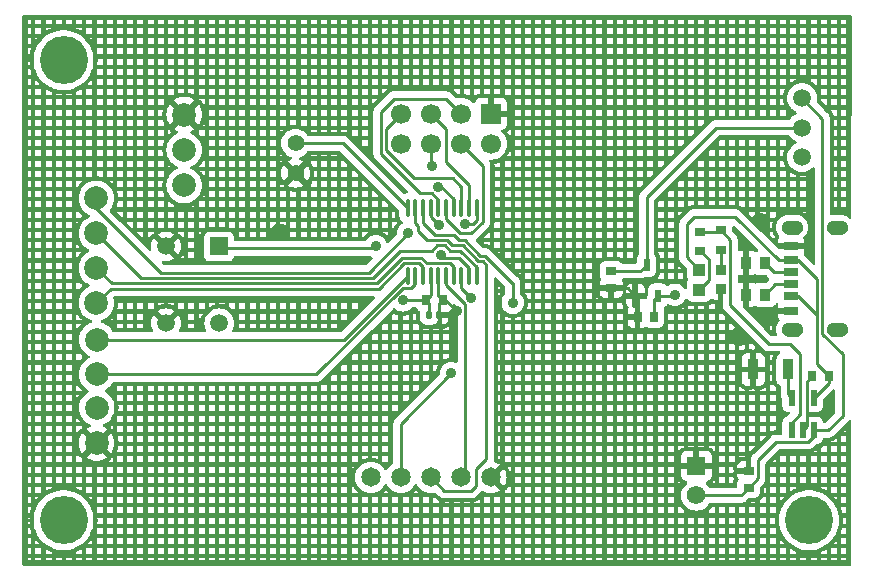
<source format=gbr>
%TF.GenerationSoftware,KiCad,Pcbnew,7.0.8*%
%TF.CreationDate,2024-01-19T17:30:03-07:00*%
%TF.ProjectId,Remote,52656d6f-7465-42e6-9b69-6361645f7063,rev?*%
%TF.SameCoordinates,Original*%
%TF.FileFunction,Copper,L1,Top*%
%TF.FilePolarity,Positive*%
%FSLAX46Y46*%
G04 Gerber Fmt 4.6, Leading zero omitted, Abs format (unit mm)*
G04 Created by KiCad (PCBNEW 7.0.8) date 2024-01-19 17:30:03*
%MOMM*%
%LPD*%
G01*
G04 APERTURE LIST*
G04 Aperture macros list*
%AMRoundRect*
0 Rectangle with rounded corners*
0 $1 Rounding radius*
0 $2 $3 $4 $5 $6 $7 $8 $9 X,Y pos of 4 corners*
0 Add a 4 corners polygon primitive as box body*
4,1,4,$2,$3,$4,$5,$6,$7,$8,$9,$2,$3,0*
0 Add four circle primitives for the rounded corners*
1,1,$1+$1,$2,$3*
1,1,$1+$1,$4,$5*
1,1,$1+$1,$6,$7*
1,1,$1+$1,$8,$9*
0 Add four rect primitives between the rounded corners*
20,1,$1+$1,$2,$3,$4,$5,0*
20,1,$1+$1,$4,$5,$6,$7,0*
20,1,$1+$1,$6,$7,$8,$9,0*
20,1,$1+$1,$8,$9,$2,$3,0*%
G04 Aperture macros list end*
%TA.AperFunction,EtchedComponent*%
%ADD10C,0.010000*%
%TD*%
%TA.AperFunction,SMDPad,CuDef*%
%ADD11R,0.940000X1.020000*%
%TD*%
%TA.AperFunction,SMDPad,CuDef*%
%ADD12R,0.558800X1.320800*%
%TD*%
%TA.AperFunction,SMDPad,CuDef*%
%ADD13R,0.660400X0.939800*%
%TD*%
%TA.AperFunction,SMDPad,CuDef*%
%ADD14R,0.600000X1.050000*%
%TD*%
%TA.AperFunction,SMDPad,CuDef*%
%ADD15R,1.000000X1.100000*%
%TD*%
%TA.AperFunction,ComponentPad*%
%ADD16R,1.700000X1.700000*%
%TD*%
%TA.AperFunction,ComponentPad*%
%ADD17C,1.700000*%
%TD*%
%TA.AperFunction,ComponentPad*%
%ADD18C,1.998980*%
%TD*%
%TA.AperFunction,ComponentPad*%
%ADD19C,4.064000*%
%TD*%
%TA.AperFunction,SMDPad,CuDef*%
%ADD20R,1.200000X0.700000*%
%TD*%
%TA.AperFunction,SMDPad,CuDef*%
%ADD21R,1.200000X0.760000*%
%TD*%
%TA.AperFunction,SMDPad,CuDef*%
%ADD22R,1.200000X0.800000*%
%TD*%
%TA.AperFunction,ComponentPad*%
%ADD23O,1.600000X0.800000*%
%TD*%
%TA.AperFunction,SMDPad,CuDef*%
%ADD24R,0.930000X0.810000*%
%TD*%
%TA.AperFunction,SMDPad,CuDef*%
%ADD25R,0.930000X0.790000*%
%TD*%
%TA.AperFunction,ComponentPad*%
%ADD26C,1.422400*%
%TD*%
%TA.AperFunction,ComponentPad*%
%ADD27C,1.651000*%
%TD*%
%TA.AperFunction,SMDPad,CuDef*%
%ADD28RoundRect,0.100000X0.100000X-0.637500X0.100000X0.637500X-0.100000X0.637500X-0.100000X-0.637500X0*%
%TD*%
%TA.AperFunction,SMDPad,CuDef*%
%ADD29R,0.939800X0.660400*%
%TD*%
%TA.AperFunction,ComponentPad*%
%ADD30R,1.575000X1.575000*%
%TD*%
%TA.AperFunction,ComponentPad*%
%ADD31C,1.575000*%
%TD*%
%TA.AperFunction,SMDPad,CuDef*%
%ADD32R,0.970000X1.730000*%
%TD*%
%TA.AperFunction,SMDPad,CuDef*%
%ADD33RoundRect,0.075600X0.194400X-0.224400X0.194400X0.224400X-0.194400X0.224400X-0.194400X-0.224400X0*%
%TD*%
%TA.AperFunction,ComponentPad*%
%ADD34C,1.508000*%
%TD*%
%TA.AperFunction,ComponentPad*%
%ADD35R,1.508000X1.508000*%
%TD*%
%TA.AperFunction,ViaPad*%
%ADD36C,0.900000*%
%TD*%
%TA.AperFunction,Conductor*%
%ADD37C,0.250000*%
%TD*%
G04 APERTURE END LIST*
%TO.C,J1*%
D10*
X172464000Y-81654500D02*
X172492000Y-81656500D01*
X172521000Y-81660500D01*
X172549000Y-81665500D01*
X172577000Y-81672500D01*
X172605000Y-81680500D01*
X172632000Y-81690500D01*
X172659000Y-81701500D01*
X172685000Y-81713500D01*
X172710000Y-81727500D01*
X172735000Y-81742500D01*
X172758000Y-81758500D01*
X172781000Y-81776500D01*
X172803000Y-81794500D01*
X172824000Y-81814500D01*
X172844000Y-81835500D01*
X172862000Y-81857500D01*
X172880000Y-81880500D01*
X172896000Y-81903500D01*
X172911000Y-81928500D01*
X172925000Y-81953500D01*
X172937000Y-81979500D01*
X172948000Y-82006500D01*
X172958000Y-82033500D01*
X172966000Y-82061500D01*
X172973000Y-82089500D01*
X172978000Y-82117500D01*
X172982000Y-82146500D01*
X172984000Y-82174500D01*
X172985000Y-82203500D01*
X172984000Y-82232500D01*
X172982000Y-82260500D01*
X172978000Y-82289500D01*
X172973000Y-82317500D01*
X172966000Y-82345500D01*
X172958000Y-82373500D01*
X172948000Y-82400500D01*
X172937000Y-82427500D01*
X172925000Y-82453500D01*
X172911000Y-82478500D01*
X172896000Y-82503500D01*
X172880000Y-82526500D01*
X172862000Y-82549500D01*
X172844000Y-82571500D01*
X172824000Y-82592500D01*
X172803000Y-82612500D01*
X172781000Y-82630500D01*
X172758000Y-82648500D01*
X172735000Y-82664500D01*
X172710000Y-82679500D01*
X172685000Y-82693500D01*
X172659000Y-82705500D01*
X172632000Y-82716500D01*
X172605000Y-82726500D01*
X172577000Y-82734500D01*
X172549000Y-82741500D01*
X172521000Y-82746500D01*
X172492000Y-82750500D01*
X172464000Y-82752500D01*
X172435000Y-82753500D01*
X171835000Y-82753500D01*
X171806000Y-82752500D01*
X171778000Y-82750500D01*
X171749000Y-82746500D01*
X171721000Y-82741500D01*
X171693000Y-82734500D01*
X171665000Y-82726500D01*
X171638000Y-82716500D01*
X171611000Y-82705500D01*
X171585000Y-82693500D01*
X171560000Y-82679500D01*
X171535000Y-82664500D01*
X171512000Y-82648500D01*
X171489000Y-82630500D01*
X171467000Y-82612500D01*
X171446000Y-82592500D01*
X171426000Y-82571500D01*
X171408000Y-82549500D01*
X171390000Y-82526500D01*
X171374000Y-82503500D01*
X171359000Y-82478500D01*
X171345000Y-82453500D01*
X171333000Y-82427500D01*
X171322000Y-82400500D01*
X171312000Y-82373500D01*
X171304000Y-82345500D01*
X171297000Y-82317500D01*
X171292000Y-82289500D01*
X171288000Y-82260500D01*
X171286000Y-82232500D01*
X171285000Y-82203500D01*
X171286000Y-82174500D01*
X171288000Y-82146500D01*
X171292000Y-82117500D01*
X171297000Y-82089500D01*
X171304000Y-82061500D01*
X171312000Y-82033500D01*
X171322000Y-82006500D01*
X171333000Y-81979500D01*
X171345000Y-81953500D01*
X171359000Y-81928500D01*
X171374000Y-81903500D01*
X171390000Y-81880500D01*
X171408000Y-81857500D01*
X171426000Y-81835500D01*
X171446000Y-81814500D01*
X171467000Y-81794500D01*
X171489000Y-81776500D01*
X171512000Y-81758500D01*
X171535000Y-81742500D01*
X171560000Y-81727500D01*
X171585000Y-81713500D01*
X171611000Y-81701500D01*
X171638000Y-81690500D01*
X171665000Y-81680500D01*
X171693000Y-81672500D01*
X171721000Y-81665500D01*
X171749000Y-81660500D01*
X171778000Y-81656500D01*
X171806000Y-81654500D01*
X171835000Y-81653500D01*
X172435000Y-81653500D01*
X172464000Y-81654500D01*
%TA.AperFunction,EtchedComponent*%
G36*
X172464000Y-81654500D02*
G01*
X172492000Y-81656500D01*
X172521000Y-81660500D01*
X172549000Y-81665500D01*
X172577000Y-81672500D01*
X172605000Y-81680500D01*
X172632000Y-81690500D01*
X172659000Y-81701500D01*
X172685000Y-81713500D01*
X172710000Y-81727500D01*
X172735000Y-81742500D01*
X172758000Y-81758500D01*
X172781000Y-81776500D01*
X172803000Y-81794500D01*
X172824000Y-81814500D01*
X172844000Y-81835500D01*
X172862000Y-81857500D01*
X172880000Y-81880500D01*
X172896000Y-81903500D01*
X172911000Y-81928500D01*
X172925000Y-81953500D01*
X172937000Y-81979500D01*
X172948000Y-82006500D01*
X172958000Y-82033500D01*
X172966000Y-82061500D01*
X172973000Y-82089500D01*
X172978000Y-82117500D01*
X172982000Y-82146500D01*
X172984000Y-82174500D01*
X172985000Y-82203500D01*
X172984000Y-82232500D01*
X172982000Y-82260500D01*
X172978000Y-82289500D01*
X172973000Y-82317500D01*
X172966000Y-82345500D01*
X172958000Y-82373500D01*
X172948000Y-82400500D01*
X172937000Y-82427500D01*
X172925000Y-82453500D01*
X172911000Y-82478500D01*
X172896000Y-82503500D01*
X172880000Y-82526500D01*
X172862000Y-82549500D01*
X172844000Y-82571500D01*
X172824000Y-82592500D01*
X172803000Y-82612500D01*
X172781000Y-82630500D01*
X172758000Y-82648500D01*
X172735000Y-82664500D01*
X172710000Y-82679500D01*
X172685000Y-82693500D01*
X172659000Y-82705500D01*
X172632000Y-82716500D01*
X172605000Y-82726500D01*
X172577000Y-82734500D01*
X172549000Y-82741500D01*
X172521000Y-82746500D01*
X172492000Y-82750500D01*
X172464000Y-82752500D01*
X172435000Y-82753500D01*
X171835000Y-82753500D01*
X171806000Y-82752500D01*
X171778000Y-82750500D01*
X171749000Y-82746500D01*
X171721000Y-82741500D01*
X171693000Y-82734500D01*
X171665000Y-82726500D01*
X171638000Y-82716500D01*
X171611000Y-82705500D01*
X171585000Y-82693500D01*
X171560000Y-82679500D01*
X171535000Y-82664500D01*
X171512000Y-82648500D01*
X171489000Y-82630500D01*
X171467000Y-82612500D01*
X171446000Y-82592500D01*
X171426000Y-82571500D01*
X171408000Y-82549500D01*
X171390000Y-82526500D01*
X171374000Y-82503500D01*
X171359000Y-82478500D01*
X171345000Y-82453500D01*
X171333000Y-82427500D01*
X171322000Y-82400500D01*
X171312000Y-82373500D01*
X171304000Y-82345500D01*
X171297000Y-82317500D01*
X171292000Y-82289500D01*
X171288000Y-82260500D01*
X171286000Y-82232500D01*
X171285000Y-82203500D01*
X171286000Y-82174500D01*
X171288000Y-82146500D01*
X171292000Y-82117500D01*
X171297000Y-82089500D01*
X171304000Y-82061500D01*
X171312000Y-82033500D01*
X171322000Y-82006500D01*
X171333000Y-81979500D01*
X171345000Y-81953500D01*
X171359000Y-81928500D01*
X171374000Y-81903500D01*
X171390000Y-81880500D01*
X171408000Y-81857500D01*
X171426000Y-81835500D01*
X171446000Y-81814500D01*
X171467000Y-81794500D01*
X171489000Y-81776500D01*
X171512000Y-81758500D01*
X171535000Y-81742500D01*
X171560000Y-81727500D01*
X171585000Y-81713500D01*
X171611000Y-81701500D01*
X171638000Y-81690500D01*
X171665000Y-81680500D01*
X171693000Y-81672500D01*
X171721000Y-81665500D01*
X171749000Y-81660500D01*
X171778000Y-81656500D01*
X171806000Y-81654500D01*
X171835000Y-81653500D01*
X172435000Y-81653500D01*
X172464000Y-81654500D01*
G37*
%TD.AperFunction*%
X176264000Y-81654500D02*
X176292000Y-81656500D01*
X176321000Y-81660500D01*
X176349000Y-81665500D01*
X176377000Y-81672500D01*
X176405000Y-81680500D01*
X176432000Y-81690500D01*
X176459000Y-81701500D01*
X176485000Y-81713500D01*
X176510000Y-81727500D01*
X176535000Y-81742500D01*
X176558000Y-81758500D01*
X176581000Y-81776500D01*
X176603000Y-81794500D01*
X176624000Y-81814500D01*
X176644000Y-81835500D01*
X176662000Y-81857500D01*
X176680000Y-81880500D01*
X176696000Y-81903500D01*
X176711000Y-81928500D01*
X176725000Y-81953500D01*
X176737000Y-81979500D01*
X176748000Y-82006500D01*
X176758000Y-82033500D01*
X176766000Y-82061500D01*
X176773000Y-82089500D01*
X176778000Y-82117500D01*
X176782000Y-82146500D01*
X176784000Y-82174500D01*
X176785000Y-82203500D01*
X176784000Y-82232500D01*
X176782000Y-82260500D01*
X176778000Y-82289500D01*
X176773000Y-82317500D01*
X176766000Y-82345500D01*
X176758000Y-82373500D01*
X176748000Y-82400500D01*
X176737000Y-82427500D01*
X176725000Y-82453500D01*
X176711000Y-82478500D01*
X176696000Y-82503500D01*
X176680000Y-82526500D01*
X176662000Y-82549500D01*
X176644000Y-82571500D01*
X176624000Y-82592500D01*
X176603000Y-82612500D01*
X176581000Y-82630500D01*
X176558000Y-82648500D01*
X176535000Y-82664500D01*
X176510000Y-82679500D01*
X176485000Y-82693500D01*
X176459000Y-82705500D01*
X176432000Y-82716500D01*
X176405000Y-82726500D01*
X176377000Y-82734500D01*
X176349000Y-82741500D01*
X176321000Y-82746500D01*
X176292000Y-82750500D01*
X176264000Y-82752500D01*
X176235000Y-82753500D01*
X175635000Y-82753500D01*
X175606000Y-82752500D01*
X175578000Y-82750500D01*
X175549000Y-82746500D01*
X175521000Y-82741500D01*
X175493000Y-82734500D01*
X175465000Y-82726500D01*
X175438000Y-82716500D01*
X175411000Y-82705500D01*
X175385000Y-82693500D01*
X175360000Y-82679500D01*
X175335000Y-82664500D01*
X175312000Y-82648500D01*
X175289000Y-82630500D01*
X175267000Y-82612500D01*
X175246000Y-82592500D01*
X175226000Y-82571500D01*
X175208000Y-82549500D01*
X175190000Y-82526500D01*
X175174000Y-82503500D01*
X175159000Y-82478500D01*
X175145000Y-82453500D01*
X175133000Y-82427500D01*
X175122000Y-82400500D01*
X175112000Y-82373500D01*
X175104000Y-82345500D01*
X175097000Y-82317500D01*
X175092000Y-82289500D01*
X175088000Y-82260500D01*
X175086000Y-82232500D01*
X175085000Y-82203500D01*
X175086000Y-82174500D01*
X175088000Y-82146500D01*
X175092000Y-82117500D01*
X175097000Y-82089500D01*
X175104000Y-82061500D01*
X175112000Y-82033500D01*
X175122000Y-82006500D01*
X175133000Y-81979500D01*
X175145000Y-81953500D01*
X175159000Y-81928500D01*
X175174000Y-81903500D01*
X175190000Y-81880500D01*
X175208000Y-81857500D01*
X175226000Y-81835500D01*
X175246000Y-81814500D01*
X175267000Y-81794500D01*
X175289000Y-81776500D01*
X175312000Y-81758500D01*
X175335000Y-81742500D01*
X175360000Y-81727500D01*
X175385000Y-81713500D01*
X175411000Y-81701500D01*
X175438000Y-81690500D01*
X175465000Y-81680500D01*
X175493000Y-81672500D01*
X175521000Y-81665500D01*
X175549000Y-81660500D01*
X175578000Y-81656500D01*
X175606000Y-81654500D01*
X175635000Y-81653500D01*
X176235000Y-81653500D01*
X176264000Y-81654500D01*
%TA.AperFunction,EtchedComponent*%
G36*
X176264000Y-81654500D02*
G01*
X176292000Y-81656500D01*
X176321000Y-81660500D01*
X176349000Y-81665500D01*
X176377000Y-81672500D01*
X176405000Y-81680500D01*
X176432000Y-81690500D01*
X176459000Y-81701500D01*
X176485000Y-81713500D01*
X176510000Y-81727500D01*
X176535000Y-81742500D01*
X176558000Y-81758500D01*
X176581000Y-81776500D01*
X176603000Y-81794500D01*
X176624000Y-81814500D01*
X176644000Y-81835500D01*
X176662000Y-81857500D01*
X176680000Y-81880500D01*
X176696000Y-81903500D01*
X176711000Y-81928500D01*
X176725000Y-81953500D01*
X176737000Y-81979500D01*
X176748000Y-82006500D01*
X176758000Y-82033500D01*
X176766000Y-82061500D01*
X176773000Y-82089500D01*
X176778000Y-82117500D01*
X176782000Y-82146500D01*
X176784000Y-82174500D01*
X176785000Y-82203500D01*
X176784000Y-82232500D01*
X176782000Y-82260500D01*
X176778000Y-82289500D01*
X176773000Y-82317500D01*
X176766000Y-82345500D01*
X176758000Y-82373500D01*
X176748000Y-82400500D01*
X176737000Y-82427500D01*
X176725000Y-82453500D01*
X176711000Y-82478500D01*
X176696000Y-82503500D01*
X176680000Y-82526500D01*
X176662000Y-82549500D01*
X176644000Y-82571500D01*
X176624000Y-82592500D01*
X176603000Y-82612500D01*
X176581000Y-82630500D01*
X176558000Y-82648500D01*
X176535000Y-82664500D01*
X176510000Y-82679500D01*
X176485000Y-82693500D01*
X176459000Y-82705500D01*
X176432000Y-82716500D01*
X176405000Y-82726500D01*
X176377000Y-82734500D01*
X176349000Y-82741500D01*
X176321000Y-82746500D01*
X176292000Y-82750500D01*
X176264000Y-82752500D01*
X176235000Y-82753500D01*
X175635000Y-82753500D01*
X175606000Y-82752500D01*
X175578000Y-82750500D01*
X175549000Y-82746500D01*
X175521000Y-82741500D01*
X175493000Y-82734500D01*
X175465000Y-82726500D01*
X175438000Y-82716500D01*
X175411000Y-82705500D01*
X175385000Y-82693500D01*
X175360000Y-82679500D01*
X175335000Y-82664500D01*
X175312000Y-82648500D01*
X175289000Y-82630500D01*
X175267000Y-82612500D01*
X175246000Y-82592500D01*
X175226000Y-82571500D01*
X175208000Y-82549500D01*
X175190000Y-82526500D01*
X175174000Y-82503500D01*
X175159000Y-82478500D01*
X175145000Y-82453500D01*
X175133000Y-82427500D01*
X175122000Y-82400500D01*
X175112000Y-82373500D01*
X175104000Y-82345500D01*
X175097000Y-82317500D01*
X175092000Y-82289500D01*
X175088000Y-82260500D01*
X175086000Y-82232500D01*
X175085000Y-82203500D01*
X175086000Y-82174500D01*
X175088000Y-82146500D01*
X175092000Y-82117500D01*
X175097000Y-82089500D01*
X175104000Y-82061500D01*
X175112000Y-82033500D01*
X175122000Y-82006500D01*
X175133000Y-81979500D01*
X175145000Y-81953500D01*
X175159000Y-81928500D01*
X175174000Y-81903500D01*
X175190000Y-81880500D01*
X175208000Y-81857500D01*
X175226000Y-81835500D01*
X175246000Y-81814500D01*
X175267000Y-81794500D01*
X175289000Y-81776500D01*
X175312000Y-81758500D01*
X175335000Y-81742500D01*
X175360000Y-81727500D01*
X175385000Y-81713500D01*
X175411000Y-81701500D01*
X175438000Y-81690500D01*
X175465000Y-81680500D01*
X175493000Y-81672500D01*
X175521000Y-81665500D01*
X175549000Y-81660500D01*
X175578000Y-81656500D01*
X175606000Y-81654500D01*
X175635000Y-81653500D01*
X176235000Y-81653500D01*
X176264000Y-81654500D01*
G37*
%TD.AperFunction*%
X172464000Y-73014500D02*
X172492000Y-73016500D01*
X172521000Y-73020500D01*
X172549000Y-73025500D01*
X172577000Y-73032500D01*
X172605000Y-73040500D01*
X172632000Y-73050500D01*
X172659000Y-73061500D01*
X172685000Y-73073500D01*
X172710000Y-73087500D01*
X172735000Y-73102500D01*
X172758000Y-73118500D01*
X172781000Y-73136500D01*
X172803000Y-73154500D01*
X172824000Y-73174500D01*
X172844000Y-73195500D01*
X172862000Y-73217500D01*
X172880000Y-73240500D01*
X172896000Y-73263500D01*
X172911000Y-73288500D01*
X172925000Y-73313500D01*
X172937000Y-73339500D01*
X172948000Y-73366500D01*
X172958000Y-73393500D01*
X172966000Y-73421500D01*
X172973000Y-73449500D01*
X172978000Y-73477500D01*
X172982000Y-73506500D01*
X172984000Y-73534500D01*
X172985000Y-73563500D01*
X172984000Y-73592500D01*
X172982000Y-73620500D01*
X172978000Y-73649500D01*
X172973000Y-73677500D01*
X172966000Y-73705500D01*
X172958000Y-73733500D01*
X172948000Y-73760500D01*
X172937000Y-73787500D01*
X172925000Y-73813500D01*
X172911000Y-73838500D01*
X172896000Y-73863500D01*
X172880000Y-73886500D01*
X172862000Y-73909500D01*
X172844000Y-73931500D01*
X172824000Y-73952500D01*
X172803000Y-73972500D01*
X172781000Y-73990500D01*
X172758000Y-74008500D01*
X172735000Y-74024500D01*
X172710000Y-74039500D01*
X172685000Y-74053500D01*
X172659000Y-74065500D01*
X172632000Y-74076500D01*
X172605000Y-74086500D01*
X172577000Y-74094500D01*
X172549000Y-74101500D01*
X172521000Y-74106500D01*
X172492000Y-74110500D01*
X172464000Y-74112500D01*
X172435000Y-74113500D01*
X171835000Y-74113500D01*
X171806000Y-74112500D01*
X171778000Y-74110500D01*
X171749000Y-74106500D01*
X171721000Y-74101500D01*
X171693000Y-74094500D01*
X171665000Y-74086500D01*
X171638000Y-74076500D01*
X171611000Y-74065500D01*
X171585000Y-74053500D01*
X171560000Y-74039500D01*
X171535000Y-74024500D01*
X171512000Y-74008500D01*
X171489000Y-73990500D01*
X171467000Y-73972500D01*
X171446000Y-73952500D01*
X171426000Y-73931500D01*
X171408000Y-73909500D01*
X171390000Y-73886500D01*
X171374000Y-73863500D01*
X171359000Y-73838500D01*
X171345000Y-73813500D01*
X171333000Y-73787500D01*
X171322000Y-73760500D01*
X171312000Y-73733500D01*
X171304000Y-73705500D01*
X171297000Y-73677500D01*
X171292000Y-73649500D01*
X171288000Y-73620500D01*
X171286000Y-73592500D01*
X171285000Y-73563500D01*
X171286000Y-73534500D01*
X171288000Y-73506500D01*
X171292000Y-73477500D01*
X171297000Y-73449500D01*
X171304000Y-73421500D01*
X171312000Y-73393500D01*
X171322000Y-73366500D01*
X171333000Y-73339500D01*
X171345000Y-73313500D01*
X171359000Y-73288500D01*
X171374000Y-73263500D01*
X171390000Y-73240500D01*
X171408000Y-73217500D01*
X171426000Y-73195500D01*
X171446000Y-73174500D01*
X171467000Y-73154500D01*
X171489000Y-73136500D01*
X171512000Y-73118500D01*
X171535000Y-73102500D01*
X171560000Y-73087500D01*
X171585000Y-73073500D01*
X171611000Y-73061500D01*
X171638000Y-73050500D01*
X171665000Y-73040500D01*
X171693000Y-73032500D01*
X171721000Y-73025500D01*
X171749000Y-73020500D01*
X171778000Y-73016500D01*
X171806000Y-73014500D01*
X171835000Y-73013500D01*
X172435000Y-73013500D01*
X172464000Y-73014500D01*
%TA.AperFunction,EtchedComponent*%
G36*
X172464000Y-73014500D02*
G01*
X172492000Y-73016500D01*
X172521000Y-73020500D01*
X172549000Y-73025500D01*
X172577000Y-73032500D01*
X172605000Y-73040500D01*
X172632000Y-73050500D01*
X172659000Y-73061500D01*
X172685000Y-73073500D01*
X172710000Y-73087500D01*
X172735000Y-73102500D01*
X172758000Y-73118500D01*
X172781000Y-73136500D01*
X172803000Y-73154500D01*
X172824000Y-73174500D01*
X172844000Y-73195500D01*
X172862000Y-73217500D01*
X172880000Y-73240500D01*
X172896000Y-73263500D01*
X172911000Y-73288500D01*
X172925000Y-73313500D01*
X172937000Y-73339500D01*
X172948000Y-73366500D01*
X172958000Y-73393500D01*
X172966000Y-73421500D01*
X172973000Y-73449500D01*
X172978000Y-73477500D01*
X172982000Y-73506500D01*
X172984000Y-73534500D01*
X172985000Y-73563500D01*
X172984000Y-73592500D01*
X172982000Y-73620500D01*
X172978000Y-73649500D01*
X172973000Y-73677500D01*
X172966000Y-73705500D01*
X172958000Y-73733500D01*
X172948000Y-73760500D01*
X172937000Y-73787500D01*
X172925000Y-73813500D01*
X172911000Y-73838500D01*
X172896000Y-73863500D01*
X172880000Y-73886500D01*
X172862000Y-73909500D01*
X172844000Y-73931500D01*
X172824000Y-73952500D01*
X172803000Y-73972500D01*
X172781000Y-73990500D01*
X172758000Y-74008500D01*
X172735000Y-74024500D01*
X172710000Y-74039500D01*
X172685000Y-74053500D01*
X172659000Y-74065500D01*
X172632000Y-74076500D01*
X172605000Y-74086500D01*
X172577000Y-74094500D01*
X172549000Y-74101500D01*
X172521000Y-74106500D01*
X172492000Y-74110500D01*
X172464000Y-74112500D01*
X172435000Y-74113500D01*
X171835000Y-74113500D01*
X171806000Y-74112500D01*
X171778000Y-74110500D01*
X171749000Y-74106500D01*
X171721000Y-74101500D01*
X171693000Y-74094500D01*
X171665000Y-74086500D01*
X171638000Y-74076500D01*
X171611000Y-74065500D01*
X171585000Y-74053500D01*
X171560000Y-74039500D01*
X171535000Y-74024500D01*
X171512000Y-74008500D01*
X171489000Y-73990500D01*
X171467000Y-73972500D01*
X171446000Y-73952500D01*
X171426000Y-73931500D01*
X171408000Y-73909500D01*
X171390000Y-73886500D01*
X171374000Y-73863500D01*
X171359000Y-73838500D01*
X171345000Y-73813500D01*
X171333000Y-73787500D01*
X171322000Y-73760500D01*
X171312000Y-73733500D01*
X171304000Y-73705500D01*
X171297000Y-73677500D01*
X171292000Y-73649500D01*
X171288000Y-73620500D01*
X171286000Y-73592500D01*
X171285000Y-73563500D01*
X171286000Y-73534500D01*
X171288000Y-73506500D01*
X171292000Y-73477500D01*
X171297000Y-73449500D01*
X171304000Y-73421500D01*
X171312000Y-73393500D01*
X171322000Y-73366500D01*
X171333000Y-73339500D01*
X171345000Y-73313500D01*
X171359000Y-73288500D01*
X171374000Y-73263500D01*
X171390000Y-73240500D01*
X171408000Y-73217500D01*
X171426000Y-73195500D01*
X171446000Y-73174500D01*
X171467000Y-73154500D01*
X171489000Y-73136500D01*
X171512000Y-73118500D01*
X171535000Y-73102500D01*
X171560000Y-73087500D01*
X171585000Y-73073500D01*
X171611000Y-73061500D01*
X171638000Y-73050500D01*
X171665000Y-73040500D01*
X171693000Y-73032500D01*
X171721000Y-73025500D01*
X171749000Y-73020500D01*
X171778000Y-73016500D01*
X171806000Y-73014500D01*
X171835000Y-73013500D01*
X172435000Y-73013500D01*
X172464000Y-73014500D01*
G37*
%TD.AperFunction*%
X176264000Y-73014500D02*
X176292000Y-73016500D01*
X176321000Y-73020500D01*
X176349000Y-73025500D01*
X176377000Y-73032500D01*
X176405000Y-73040500D01*
X176432000Y-73050500D01*
X176459000Y-73061500D01*
X176485000Y-73073500D01*
X176510000Y-73087500D01*
X176535000Y-73102500D01*
X176558000Y-73118500D01*
X176581000Y-73136500D01*
X176603000Y-73154500D01*
X176624000Y-73174500D01*
X176644000Y-73195500D01*
X176662000Y-73217500D01*
X176680000Y-73240500D01*
X176696000Y-73263500D01*
X176711000Y-73288500D01*
X176725000Y-73313500D01*
X176737000Y-73339500D01*
X176748000Y-73366500D01*
X176758000Y-73393500D01*
X176766000Y-73421500D01*
X176773000Y-73449500D01*
X176778000Y-73477500D01*
X176782000Y-73506500D01*
X176784000Y-73534500D01*
X176785000Y-73563500D01*
X176784000Y-73592500D01*
X176782000Y-73620500D01*
X176778000Y-73649500D01*
X176773000Y-73677500D01*
X176766000Y-73705500D01*
X176758000Y-73733500D01*
X176748000Y-73760500D01*
X176737000Y-73787500D01*
X176725000Y-73813500D01*
X176711000Y-73838500D01*
X176696000Y-73863500D01*
X176680000Y-73886500D01*
X176662000Y-73909500D01*
X176644000Y-73931500D01*
X176624000Y-73952500D01*
X176603000Y-73972500D01*
X176581000Y-73990500D01*
X176558000Y-74008500D01*
X176535000Y-74024500D01*
X176510000Y-74039500D01*
X176485000Y-74053500D01*
X176459000Y-74065500D01*
X176432000Y-74076500D01*
X176405000Y-74086500D01*
X176377000Y-74094500D01*
X176349000Y-74101500D01*
X176321000Y-74106500D01*
X176292000Y-74110500D01*
X176264000Y-74112500D01*
X176235000Y-74113500D01*
X175635000Y-74113500D01*
X175606000Y-74112500D01*
X175578000Y-74110500D01*
X175549000Y-74106500D01*
X175521000Y-74101500D01*
X175493000Y-74094500D01*
X175465000Y-74086500D01*
X175438000Y-74076500D01*
X175411000Y-74065500D01*
X175385000Y-74053500D01*
X175360000Y-74039500D01*
X175335000Y-74024500D01*
X175312000Y-74008500D01*
X175289000Y-73990500D01*
X175267000Y-73972500D01*
X175246000Y-73952500D01*
X175226000Y-73931500D01*
X175208000Y-73909500D01*
X175190000Y-73886500D01*
X175174000Y-73863500D01*
X175159000Y-73838500D01*
X175145000Y-73813500D01*
X175133000Y-73787500D01*
X175122000Y-73760500D01*
X175112000Y-73733500D01*
X175104000Y-73705500D01*
X175097000Y-73677500D01*
X175092000Y-73649500D01*
X175088000Y-73620500D01*
X175086000Y-73592500D01*
X175085000Y-73563500D01*
X175086000Y-73534500D01*
X175088000Y-73506500D01*
X175092000Y-73477500D01*
X175097000Y-73449500D01*
X175104000Y-73421500D01*
X175112000Y-73393500D01*
X175122000Y-73366500D01*
X175133000Y-73339500D01*
X175145000Y-73313500D01*
X175159000Y-73288500D01*
X175174000Y-73263500D01*
X175190000Y-73240500D01*
X175208000Y-73217500D01*
X175226000Y-73195500D01*
X175246000Y-73174500D01*
X175267000Y-73154500D01*
X175289000Y-73136500D01*
X175312000Y-73118500D01*
X175335000Y-73102500D01*
X175360000Y-73087500D01*
X175385000Y-73073500D01*
X175411000Y-73061500D01*
X175438000Y-73050500D01*
X175465000Y-73040500D01*
X175493000Y-73032500D01*
X175521000Y-73025500D01*
X175549000Y-73020500D01*
X175578000Y-73016500D01*
X175606000Y-73014500D01*
X175635000Y-73013500D01*
X176235000Y-73013500D01*
X176264000Y-73014500D01*
%TA.AperFunction,EtchedComponent*%
G36*
X176264000Y-73014500D02*
G01*
X176292000Y-73016500D01*
X176321000Y-73020500D01*
X176349000Y-73025500D01*
X176377000Y-73032500D01*
X176405000Y-73040500D01*
X176432000Y-73050500D01*
X176459000Y-73061500D01*
X176485000Y-73073500D01*
X176510000Y-73087500D01*
X176535000Y-73102500D01*
X176558000Y-73118500D01*
X176581000Y-73136500D01*
X176603000Y-73154500D01*
X176624000Y-73174500D01*
X176644000Y-73195500D01*
X176662000Y-73217500D01*
X176680000Y-73240500D01*
X176696000Y-73263500D01*
X176711000Y-73288500D01*
X176725000Y-73313500D01*
X176737000Y-73339500D01*
X176748000Y-73366500D01*
X176758000Y-73393500D01*
X176766000Y-73421500D01*
X176773000Y-73449500D01*
X176778000Y-73477500D01*
X176782000Y-73506500D01*
X176784000Y-73534500D01*
X176785000Y-73563500D01*
X176784000Y-73592500D01*
X176782000Y-73620500D01*
X176778000Y-73649500D01*
X176773000Y-73677500D01*
X176766000Y-73705500D01*
X176758000Y-73733500D01*
X176748000Y-73760500D01*
X176737000Y-73787500D01*
X176725000Y-73813500D01*
X176711000Y-73838500D01*
X176696000Y-73863500D01*
X176680000Y-73886500D01*
X176662000Y-73909500D01*
X176644000Y-73931500D01*
X176624000Y-73952500D01*
X176603000Y-73972500D01*
X176581000Y-73990500D01*
X176558000Y-74008500D01*
X176535000Y-74024500D01*
X176510000Y-74039500D01*
X176485000Y-74053500D01*
X176459000Y-74065500D01*
X176432000Y-74076500D01*
X176405000Y-74086500D01*
X176377000Y-74094500D01*
X176349000Y-74101500D01*
X176321000Y-74106500D01*
X176292000Y-74110500D01*
X176264000Y-74112500D01*
X176235000Y-74113500D01*
X175635000Y-74113500D01*
X175606000Y-74112500D01*
X175578000Y-74110500D01*
X175549000Y-74106500D01*
X175521000Y-74101500D01*
X175493000Y-74094500D01*
X175465000Y-74086500D01*
X175438000Y-74076500D01*
X175411000Y-74065500D01*
X175385000Y-74053500D01*
X175360000Y-74039500D01*
X175335000Y-74024500D01*
X175312000Y-74008500D01*
X175289000Y-73990500D01*
X175267000Y-73972500D01*
X175246000Y-73952500D01*
X175226000Y-73931500D01*
X175208000Y-73909500D01*
X175190000Y-73886500D01*
X175174000Y-73863500D01*
X175159000Y-73838500D01*
X175145000Y-73813500D01*
X175133000Y-73787500D01*
X175122000Y-73760500D01*
X175112000Y-73733500D01*
X175104000Y-73705500D01*
X175097000Y-73677500D01*
X175092000Y-73649500D01*
X175088000Y-73620500D01*
X175086000Y-73592500D01*
X175085000Y-73563500D01*
X175086000Y-73534500D01*
X175088000Y-73506500D01*
X175092000Y-73477500D01*
X175097000Y-73449500D01*
X175104000Y-73421500D01*
X175112000Y-73393500D01*
X175122000Y-73366500D01*
X175133000Y-73339500D01*
X175145000Y-73313500D01*
X175159000Y-73288500D01*
X175174000Y-73263500D01*
X175190000Y-73240500D01*
X175208000Y-73217500D01*
X175226000Y-73195500D01*
X175246000Y-73174500D01*
X175267000Y-73154500D01*
X175289000Y-73136500D01*
X175312000Y-73118500D01*
X175335000Y-73102500D01*
X175360000Y-73087500D01*
X175385000Y-73073500D01*
X175411000Y-73061500D01*
X175438000Y-73050500D01*
X175465000Y-73040500D01*
X175493000Y-73032500D01*
X175521000Y-73025500D01*
X175549000Y-73020500D01*
X175578000Y-73016500D01*
X175606000Y-73014500D01*
X175635000Y-73013500D01*
X176235000Y-73013500D01*
X176264000Y-73014500D01*
G37*
%TD.AperFunction*%
%TD*%
D11*
%TO.P,R7,1*%
%TO.N,GND*%
X168253000Y-76599000D03*
%TO.P,R7,2*%
%TO.N,Net-(J1-CC2)*%
X169833000Y-76599000D03*
%TD*%
D12*
%TO.P,U1,1,STAT*%
%TO.N,Net-(U1-STAT)*%
X172099800Y-90749400D03*
%TO.P,U1,2,VSS*%
%TO.N,GND*%
X173039600Y-90749400D03*
%TO.P,U1,3,VBAT*%
%TO.N,+BATT*%
X173979400Y-90749400D03*
%TO.P,U1,4,VDD*%
%TO.N,+5V*%
X173979400Y-88006200D03*
%TO.P,U1,5,PROG*%
%TO.N,Net-(U1-PROG)*%
X172099800Y-88006200D03*
%TD*%
D13*
%TO.P,C5,1*%
%TO.N,VDD*%
X141120200Y-79702600D03*
%TO.P,C5,2*%
%TO.N,GND*%
X142542600Y-79702600D03*
%TD*%
D14*
%TO.P,U2,1,GND*%
%TO.N,GND*%
X158865000Y-79342894D03*
%TO.P,U2,2,VOUT*%
%TO.N,VDD*%
X160765000Y-79342894D03*
%TO.P,U2,3,VIN*%
%TO.N,Net-(U2-VIN)*%
X159815000Y-76742894D03*
%TD*%
D15*
%TO.P,D4,1*%
%TO.N,Net-(D4-Pad1)*%
X164240000Y-78840000D03*
%TO.P,D4,2*%
%TO.N,+5V*%
X164240000Y-77140000D03*
%TD*%
D16*
%TO.P,U4,1,GND*%
%TO.N,GND*%
X146645000Y-63945000D03*
D17*
%TO.P,U4,2,VCC*%
%TO.N,VDD*%
X146645000Y-66485000D03*
%TO.P,U4,3,CE*%
%TO.N,/MCU/SPI1_CE*%
X144105000Y-63945000D03*
%TO.P,U4,4,~{CSN}*%
%TO.N,/MCU/SPI1_CSN*%
X144105000Y-66485000D03*
%TO.P,U4,5,SCK*%
%TO.N,/MCU/SPI1_SCK*%
X141565000Y-63945000D03*
%TO.P,U4,6,MOSI*%
%TO.N,/MCU/SPI1_MOSI*%
X141565000Y-66485000D03*
%TO.P,U4,7,MISO*%
%TO.N,/MCU/SPI1_MISO*%
X139025000Y-63945000D03*
%TO.P,U4,8,IRQ*%
%TO.N,unconnected-(U4-IRQ-Pad8)*%
X139025000Y-66485000D03*
%TD*%
D13*
%TO.P,C1,1*%
%TO.N,+5V*%
X175283800Y-86188600D03*
%TO.P,C1,2*%
%TO.N,GND*%
X173861400Y-86188600D03*
%TD*%
D18*
%TO.P,U7,1*%
%TO.N,GND*%
X120669490Y-64012550D03*
%TD*%
D19*
%TO.P,,1*%
%TO.N,N/C*%
X110450000Y-98350000D03*
%TD*%
D20*
%TO.P,J1,A5,CC1*%
%TO.N,Net-(J1-CC1)*%
X172055000Y-78383500D03*
D21*
%TO.P,J1,A9,VBUS*%
%TO.N,+5V*%
X172055000Y-76363500D03*
D22*
%TO.P,J1,A12,GND*%
%TO.N,GND*%
X172055000Y-75133500D03*
D20*
%TO.P,J1,B5,CC2*%
%TO.N,Net-(J1-CC2)*%
X172055000Y-77383500D03*
D21*
%TO.P,J1,B9,VBUS__1*%
%TO.N,+5V*%
X172055000Y-79403500D03*
D22*
%TO.P,J1,B12,GND__1*%
%TO.N,GND*%
X172055000Y-80633500D03*
D23*
%TO.P,J1,S1,SHIELD*%
%TO.N,unconnected-(J1-SHIELD-PadS1)*%
X172135000Y-82203500D03*
%TO.P,J1,S2,SHIELD__1*%
%TO.N,unconnected-(J1-SHIELD__1-PadS2)*%
X172135000Y-73563500D03*
%TO.P,J1,S3,SHIELD__2*%
%TO.N,unconnected-(J1-SHIELD__2-PadS3)*%
X175935000Y-82203500D03*
%TO.P,J1,S4,SHIELD__3*%
%TO.N,unconnected-(J1-SHIELD__3-PadS4)*%
X175935000Y-73563500D03*
%TD*%
D24*
%TO.P,D1,A*%
%TO.N,Net-(D1-PadA)*%
X166090000Y-77150000D03*
%TO.P,D1,C*%
%TO.N,GND*%
X166090000Y-78770000D03*
%TD*%
D25*
%TO.P,R2,1*%
%TO.N,Net-(D4-Pad1)*%
X164360000Y-75570000D03*
%TO.P,R2,2*%
%TO.N,Net-(U1-STAT)*%
X164360000Y-73930000D03*
%TD*%
%TO.P,R3,1*%
%TO.N,Net-(D1-PadA)*%
X166100000Y-75470000D03*
%TO.P,R3,2*%
%TO.N,Net-(U1-STAT)*%
X166100000Y-73830000D03*
%TD*%
D26*
%TO.P,J4,1,1*%
%TO.N,GND*%
X130100000Y-68985800D03*
%TO.P,J4,2,2*%
%TO.N,/MCU/USART1_TX*%
X130100000Y-66445800D03*
%TD*%
D27*
%TO.P,J3,1,1*%
%TO.N,VDD*%
X136470000Y-94730000D03*
%TO.P,J3,2,2*%
%TO.N,Net-(U3-PA13)*%
X139010000Y-94730000D03*
%TO.P,J3,3,3*%
%TO.N,Net-(U3-PA14{slash}PA15)*%
X141550000Y-94730000D03*
%TO.P,J3,4,4*%
%TO.N,Net-(U3-NRST)*%
X144090000Y-94730000D03*
%TO.P,J3,5,5*%
%TO.N,GND*%
X146630000Y-94730000D03*
%TD*%
D28*
%TO.P,U3,1,PB7/PB8*%
%TO.N,/MCU/Display_BL*%
X139590000Y-77657500D03*
%TO.P,U3,2,PC14/PB9*%
%TO.N,/MCU/SPI2_CS*%
X140240000Y-77657500D03*
%TO.P,U3,3,PC15*%
%TO.N,/MCU/Display_DC*%
X140890000Y-77657500D03*
%TO.P,U3,4,VDD*%
%TO.N,VDD*%
X141540000Y-77657500D03*
%TO.P,U3,5,VSS*%
%TO.N,GND*%
X142190000Y-77657500D03*
%TO.P,U3,6,NRST*%
%TO.N,Net-(U3-NRST)*%
X142840000Y-77657500D03*
%TO.P,U3,7,PA0*%
%TO.N,/MCU/SPI2_SCK*%
X143490000Y-77657500D03*
%TO.P,U3,8,PA1*%
%TO.N,/MCU/ADC1_IN1*%
X144140000Y-77657500D03*
%TO.P,U3,9,PA2*%
%TO.N,/MCU/SPI1_MOSI*%
X144790000Y-77657500D03*
%TO.P,U3,10,PA3*%
%TO.N,/MCU/Display_RST*%
X145440000Y-77657500D03*
%TO.P,U3,11,PA4*%
%TO.N,/MCU/SPI2_MOSI*%
X145440000Y-71932500D03*
%TO.P,U3,12,PA5*%
%TO.N,/MCU/SPI1_SCK*%
X144790000Y-71932500D03*
%TO.P,U3,13,PA6*%
%TO.N,/MCU/SPI1_MISO*%
X144140000Y-71932500D03*
%TO.P,U3,14,PA7*%
%TO.N,/MCU/GPIO_Output*%
X143490000Y-71932500D03*
%TO.P,U3,15,PB0/PB1/PB2/PA8*%
%TO.N,/MCU/SPI1_CSN*%
X142840000Y-71932500D03*
%TO.P,U3,16,PA11/PA9*%
%TO.N,/MCU/SPI1_CE*%
X142190000Y-71932500D03*
%TO.P,U3,17,PA12/PA10*%
%TO.N,/MCU/Button*%
X141540000Y-71932500D03*
%TO.P,U3,18,PA13*%
%TO.N,Net-(U3-PA13)*%
X140890000Y-71932500D03*
%TO.P,U3,19,PA14/PA15*%
%TO.N,Net-(U3-PA14{slash}PA15)*%
X140240000Y-71932500D03*
%TO.P,U3,20,PB3/PB4/PB5/PB6*%
%TO.N,/MCU/USART1_TX*%
X139590000Y-71932500D03*
%TD*%
D29*
%TO.P,C3,1*%
%TO.N,Net-(U2-VIN)*%
X156827000Y-77260200D03*
%TO.P,C3,2*%
%TO.N,GND*%
X156827000Y-78682600D03*
%TD*%
%TO.P,C2,1*%
%TO.N,GND*%
X168462200Y-94190200D03*
%TO.P,C2,2*%
%TO.N,+BATT*%
X168462200Y-95612600D03*
%TD*%
D30*
%TO.P,J2,1,1*%
%TO.N,GND*%
X164035000Y-93765000D03*
D31*
%TO.P,J2,2,2*%
%TO.N,+BATT*%
X164035000Y-96265000D03*
%TD*%
D11*
%TO.P,R6,1*%
%TO.N,GND*%
X168253000Y-79263000D03*
%TO.P,R6,2*%
%TO.N,Net-(J1-CC1)*%
X169833000Y-79263000D03*
%TD*%
D19*
%TO.P,,1*%
%TO.N,N/C*%
X110450000Y-59410000D03*
%TD*%
D32*
%TO.P,R1,1*%
%TO.N,GND*%
X168840000Y-85600000D03*
%TO.P,R1,2*%
%TO.N,Net-(U1-PROG)*%
X171800000Y-85600000D03*
%TD*%
D18*
%TO.P,U6,1*%
%TO.N,VDD*%
X120669490Y-67011530D03*
%TD*%
D33*
%TO.P,C6,1*%
%TO.N,VDD*%
X141415000Y-81005000D03*
%TO.P,C6,2*%
%TO.N,GND*%
X142275000Y-81005000D03*
%TD*%
D19*
%TO.P,,1*%
%TO.N,N/C*%
X173570000Y-98350000D03*
%TD*%
D18*
%TO.P,U5,1*%
%TO.N,/MCU/ADC1_IN1*%
X120669490Y-70010510D03*
%TD*%
D13*
%TO.P,C4,1*%
%TO.N,GND*%
X159050200Y-81128200D03*
%TO.P,C4,2*%
%TO.N,VDD*%
X160472600Y-81128200D03*
%TD*%
D18*
%TO.P,U13,1*%
%TO.N,/MCU/Display_DC*%
X113230930Y-79963944D03*
%TD*%
D34*
%TO.P,S1,1*%
%TO.N,+BATT*%
X172975000Y-62615000D03*
%TO.P,S1,2*%
%TO.N,Net-(U2-VIN)*%
X172975000Y-65115000D03*
%TO.P,S1,3*%
%TO.N,unconnected-(S1-Pad3)*%
X172975000Y-67615000D03*
%TD*%
D18*
%TO.P,U10,1*%
%TO.N,/MCU/SPI2_MOSI*%
X113230930Y-71108250D03*
%TD*%
D35*
%TO.P,S2,1*%
%TO.N,/MCU/Button*%
X123630000Y-75179000D03*
D34*
%TO.P,S2,2*%
%TO.N,Net-(R5-Pad1)*%
X123630000Y-81679000D03*
%TO.P,S2,3*%
%TO.N,GND*%
X119130000Y-75179000D03*
%TO.P,S2,4*%
X119130000Y-81679000D03*
%TD*%
D18*
%TO.P,U9,1*%
%TO.N,GND*%
X113259490Y-91833570D03*
%TD*%
%TO.P,U12,1*%
%TO.N,/MCU/SPI2_CS*%
X113259070Y-86014158D03*
%TD*%
%TO.P,U11,1*%
%TO.N,/MCU/SPI2_SCK*%
X113230930Y-77012046D03*
%TD*%
%TO.P,U15,1*%
%TO.N,/MCU/Display_BL*%
X113259070Y-83062260D03*
%TD*%
%TO.P,U14,1*%
%TO.N,/MCU/Display_RST*%
X113230930Y-74080930D03*
%TD*%
%TO.P,U8,1*%
%TO.N,VDD*%
X113259490Y-88834590D03*
%TD*%
D36*
%TO.N,GND*%
X128770000Y-74080000D03*
X169890000Y-81160000D03*
X143725500Y-80640000D03*
X168050000Y-75080000D03*
X167700000Y-82780000D03*
X169450000Y-73190000D03*
%TO.N,VDD*%
X162210000Y-79280000D03*
X139159247Y-79749247D03*
%TO.N,Net-(U3-PA13)*%
X143280000Y-85930000D03*
X148490000Y-79940000D03*
%TO.N,/MCU/GPIO_Output*%
X142151753Y-70132747D03*
%TO.N,/MCU/Button*%
X136883586Y-75155500D03*
X142251340Y-73398624D03*
%TO.N,/MCU/ADC1_IN1*%
X144970000Y-79570000D03*
%TO.N,/MCU/SPI1_MOSI*%
X141650000Y-68360000D03*
X142390000Y-75870500D03*
%TO.N,/MCU/SPI2_MOSI*%
X144450327Y-73288684D03*
X139629466Y-74080063D03*
%TD*%
D37*
%TO.N,/MCU/SPI1_MISO*%
X144140000Y-70110000D02*
X144140000Y-71932500D01*
X140130000Y-69370000D02*
X143400000Y-69370000D01*
X143400000Y-69370000D02*
X144140000Y-70110000D01*
X137770000Y-65200000D02*
X137770000Y-67010000D01*
X139025000Y-63945000D02*
X137770000Y-65200000D01*
X137770000Y-67010000D02*
X140130000Y-69370000D01*
%TO.N,/MCU/SPI1_SCK*%
X144790000Y-69960000D02*
X144790000Y-71932500D01*
X142850000Y-65230000D02*
X142850000Y-68020000D01*
X142850000Y-68020000D02*
X144790000Y-69960000D01*
X141565000Y-63945000D02*
X142850000Y-65230000D01*
%TO.N,/MCU/SPI1_CE*%
X141626042Y-70680000D02*
X142190000Y-71243958D01*
X137320000Y-67340000D02*
X140660000Y-70680000D01*
X138440000Y-62670000D02*
X137320000Y-63790000D01*
X142830000Y-62670000D02*
X138440000Y-62670000D01*
X140660000Y-70680000D02*
X141626042Y-70680000D01*
X142190000Y-71243958D02*
X142190000Y-71932500D01*
X144105000Y-63945000D02*
X142830000Y-62670000D01*
X137320000Y-63790000D02*
X137320000Y-67340000D01*
%TO.N,/MCU/SPI1_CSN*%
X144986316Y-74063684D02*
X144008379Y-74063684D01*
X144008379Y-74063684D02*
X142840000Y-72895305D01*
X145965000Y-73085000D02*
X144986316Y-74063684D01*
%TO.N,/MCU/SPI2_MOSI*%
X145440000Y-72973604D02*
X145440000Y-71932500D01*
X145124920Y-73288684D02*
X145440000Y-72973604D01*
X144450327Y-73288684D02*
X145124920Y-73288684D01*
%TO.N,Net-(U3-PA13)*%
X140890000Y-73160000D02*
X140890000Y-71932500D01*
X141903624Y-74173624D02*
X140890000Y-73160000D01*
X143481923Y-74173624D02*
X141903624Y-74173624D01*
X143943845Y-74635546D02*
X143481923Y-74173624D01*
X145752792Y-75960000D02*
X144428338Y-74635546D01*
X148461701Y-78280000D02*
X146141701Y-75960000D01*
X148490000Y-78280000D02*
X148461701Y-78280000D01*
X146141701Y-75960000D02*
X145752792Y-75960000D01*
X148490000Y-79940000D02*
X148490000Y-78280000D01*
X144428338Y-74635546D02*
X143943845Y-74635546D01*
%TO.N,Net-(U3-PA14{slash}PA15)*%
X140240000Y-73220000D02*
X140240000Y-71932500D01*
X140440000Y-73420000D02*
X140240000Y-73220000D01*
X141195500Y-74645500D02*
X140440000Y-73890000D01*
X143337458Y-75085546D02*
X142897412Y-74645500D01*
X142897412Y-74645500D02*
X141195500Y-74645500D01*
X144241942Y-75085546D02*
X143337458Y-75085546D01*
X145566396Y-76410000D02*
X144241942Y-75085546D01*
X144959500Y-95880500D02*
X145350000Y-95490000D01*
X140440000Y-73890000D02*
X140440000Y-73420000D01*
X145350000Y-95490000D02*
X145350000Y-94050000D01*
X146260000Y-76714695D02*
X145955305Y-76410000D01*
X142700500Y-95880500D02*
X144959500Y-95880500D01*
X145350000Y-94050000D02*
X146260000Y-93140000D01*
X146260000Y-93140000D02*
X146260000Y-76714695D01*
X145955305Y-76410000D02*
X145566396Y-76410000D01*
X141550000Y-94730000D02*
X142700500Y-95880500D01*
%TO.N,/MCU/Button*%
X142251340Y-73398624D02*
X141540000Y-72687284D01*
X141540000Y-72687284D02*
X141540000Y-71932500D01*
%TO.N,/MCU/Display_RST*%
X145440000Y-76920000D02*
X145440000Y-77657500D01*
X144055546Y-75535546D02*
X145440000Y-76920000D01*
X142711016Y-75095500D02*
X143151062Y-75535546D01*
X143151062Y-75535546D02*
X144055546Y-75535546D01*
X142068984Y-75095500D02*
X142711016Y-75095500D01*
X141628938Y-75535546D02*
X142068984Y-75095500D01*
X136624098Y-77860000D02*
X138948552Y-75535546D01*
X117030782Y-77860000D02*
X136624098Y-77860000D01*
X138948552Y-75535546D02*
X141628938Y-75535546D01*
X113230930Y-74060148D02*
X117030782Y-77860000D01*
%TO.N,/MCU/SPI1_CSN*%
X142840000Y-72895305D02*
X142840000Y-71932500D01*
X145965000Y-68345000D02*
X145965000Y-73085000D01*
X144105000Y-66485000D02*
X145965000Y-68345000D01*
%TO.N,GND*%
X142788100Y-79702600D02*
X142542600Y-79702600D01*
X143725500Y-80640000D02*
X142788100Y-79702600D01*
%TO.N,+5V*%
X167333620Y-72660000D02*
X163850000Y-72660000D01*
X172663500Y-79403500D02*
X172055000Y-79403500D01*
X163850000Y-72660000D02*
X163210000Y-73300000D01*
X174260000Y-81000000D02*
X174260000Y-77968500D01*
X174260000Y-77968500D02*
X172655000Y-76363500D01*
X171037120Y-76363500D02*
X167333620Y-72660000D01*
X175283800Y-86701800D02*
X173979400Y-88006200D01*
X163210000Y-76110000D02*
X164240000Y-77140000D01*
X174260000Y-81000000D02*
X172663500Y-79403500D01*
X163210000Y-73300000D02*
X163210000Y-76110000D01*
X175283800Y-86188600D02*
X174260000Y-85164800D01*
X172055000Y-76363500D02*
X171037120Y-76363500D01*
X172655000Y-76363500D02*
X172055000Y-76363500D01*
X175283800Y-86188600D02*
X175283800Y-86701800D01*
X174260000Y-85164800D02*
X174260000Y-81000000D01*
%TO.N,GND*%
X156827000Y-78682600D02*
X158204706Y-78682600D01*
X142190000Y-79350000D02*
X142190000Y-77657500D01*
X173375000Y-86675000D02*
X173375000Y-90414000D01*
X173861400Y-86188600D02*
X173375000Y-86675000D01*
X158204706Y-78682600D02*
X158865000Y-79342894D01*
X159050200Y-81128200D02*
X159050200Y-79528094D01*
X142542600Y-79702600D02*
X142190000Y-79350000D01*
X173375000Y-90414000D02*
X173039600Y-90749400D01*
X159050200Y-79528094D02*
X158865000Y-79342894D01*
X142275000Y-81005000D02*
X142275000Y-79970200D01*
X142275000Y-79970200D02*
X142542600Y-79702600D01*
%TO.N,+BATT*%
X174710000Y-64350000D02*
X172975000Y-62615000D01*
X169257100Y-93252900D02*
X170775200Y-91734800D01*
X173979400Y-90749400D02*
X175187520Y-90749400D01*
X170775200Y-91734800D02*
X173453620Y-91734800D01*
X164035000Y-96265000D02*
X167809800Y-96265000D01*
X173453620Y-91734800D02*
X173979400Y-91209020D01*
X175187520Y-90749400D02*
X176410000Y-89526920D01*
X176410000Y-84280000D02*
X174710000Y-82580000D01*
X173979400Y-91209020D02*
X173979400Y-90749400D01*
X176410000Y-89526920D02*
X176410000Y-84280000D01*
X168462200Y-95612600D02*
X169257100Y-94817700D01*
X174710000Y-82580000D02*
X174710000Y-64350000D01*
X169257100Y-94817700D02*
X169257100Y-93252900D01*
X167809800Y-96265000D02*
X168462200Y-95612600D01*
%TO.N,Net-(U2-VIN)*%
X159297694Y-77260200D02*
X159815000Y-76742894D01*
X172975000Y-65115000D02*
X165695000Y-65115000D01*
X165695000Y-65115000D02*
X159815000Y-70995000D01*
X159815000Y-70995000D02*
X159815000Y-76742894D01*
X156827000Y-77260200D02*
X159297694Y-77260200D01*
%TO.N,VDD*%
X141540000Y-79282800D02*
X141540000Y-77657500D01*
X139205894Y-79702600D02*
X141120200Y-79702600D01*
X141415000Y-79997400D02*
X141120200Y-79702600D01*
X160765000Y-79342894D02*
X162147106Y-79342894D01*
X160472600Y-79635294D02*
X160765000Y-79342894D01*
X139159247Y-79749247D02*
X139205894Y-79702600D01*
X162147106Y-79342894D02*
X162210000Y-79280000D01*
X141120200Y-79702600D02*
X141540000Y-79282800D01*
X160472600Y-81128200D02*
X160472600Y-79635294D01*
X141415000Y-81005000D02*
X141415000Y-79997400D01*
%TO.N,Net-(D1-PadA)*%
X166100000Y-75470000D02*
X166100000Y-77140000D01*
X166100000Y-77140000D02*
X166090000Y-77150000D01*
%TO.N,Net-(D4-Pad1)*%
X165065000Y-76275000D02*
X165065000Y-78015000D01*
X164360000Y-75570000D02*
X165065000Y-76275000D01*
X165065000Y-78015000D02*
X164240000Y-78840000D01*
%TO.N,Net-(J1-CC1)*%
X169833000Y-79263000D02*
X170712500Y-78383500D01*
X170712500Y-78383500D02*
X172055000Y-78383500D01*
%TO.N,Net-(J1-CC2)*%
X169833000Y-76599000D02*
X170617500Y-77383500D01*
X170617500Y-77383500D02*
X172055000Y-77383500D01*
%TO.N,Net-(U3-PA13)*%
X139010000Y-90200000D02*
X143280000Y-85930000D01*
X139010000Y-94730000D02*
X139010000Y-90200000D01*
%TO.N,Net-(U3-NRST)*%
X144450000Y-80075305D02*
X142840000Y-78465305D01*
X142840000Y-78465305D02*
X142840000Y-77657500D01*
X144090000Y-94730000D02*
X144450000Y-94370000D01*
X144450000Y-94370000D02*
X144450000Y-80075305D01*
%TO.N,/MCU/USART1_TX*%
X139590000Y-71932500D02*
X134103300Y-66445800D01*
X134103300Y-66445800D02*
X130100000Y-66445800D01*
%TO.N,Net-(U1-PROG)*%
X171800000Y-87706400D02*
X172099800Y-88006200D01*
X171800000Y-85600000D02*
X171800000Y-87706400D01*
%TO.N,Net-(U1-STAT)*%
X166890000Y-74620000D02*
X166100000Y-73830000D01*
X170160000Y-83430000D02*
X166890000Y-80160000D01*
X172099800Y-90089000D02*
X172810000Y-89378800D01*
X172099800Y-90749400D02*
X172099800Y-90089000D01*
X172810000Y-89378800D02*
X172810000Y-84270000D01*
X166000000Y-73930000D02*
X166100000Y-73830000D01*
X171970000Y-83430000D02*
X170160000Y-83430000D01*
X164360000Y-73930000D02*
X166000000Y-73930000D01*
X172810000Y-84270000D02*
X171970000Y-83430000D01*
X166890000Y-80160000D02*
X166890000Y-74620000D01*
%TO.N,/MCU/GPIO_Output*%
X142427747Y-70132747D02*
X143490000Y-71195000D01*
X143490000Y-71195000D02*
X143490000Y-71932500D01*
X142151753Y-70132747D02*
X142427747Y-70132747D01*
%TO.N,/MCU/Button*%
X136689086Y-75350000D02*
X123801000Y-75350000D01*
X123801000Y-75350000D02*
X123630000Y-75179000D01*
X136883586Y-75155500D02*
X136689086Y-75350000D01*
%TO.N,/MCU/Display_BL*%
X113259070Y-83062260D02*
X134185240Y-83062260D01*
X134185240Y-83062260D02*
X139590000Y-77657500D01*
%TO.N,/MCU/SPI2_CS*%
X139866042Y-78720000D02*
X140240000Y-78346042D01*
X139163896Y-78720000D02*
X139866042Y-78720000D01*
X140240000Y-78346042D02*
X140240000Y-77657500D01*
X131869738Y-86014158D02*
X139163896Y-78720000D01*
X113259070Y-86014158D02*
X131869738Y-86014158D01*
%TO.N,/MCU/Display_DC*%
X114434874Y-78760000D02*
X137148958Y-78760000D01*
X113230930Y-79963944D02*
X114434874Y-78760000D01*
X140565000Y-76595000D02*
X140890000Y-76920000D01*
X140890000Y-76920000D02*
X140890000Y-77657500D01*
X137148958Y-78760000D02*
X139313958Y-76595000D01*
X139313958Y-76595000D02*
X140565000Y-76595000D01*
%TO.N,/MCU/SPI2_SCK*%
X113230930Y-77012046D02*
X114528884Y-78310000D01*
X139127562Y-76145000D02*
X140751396Y-76145000D01*
X136962562Y-78310000D02*
X139127562Y-76145000D01*
X141201396Y-76595000D02*
X143165000Y-76595000D01*
X140751396Y-76145000D02*
X141201396Y-76595000D01*
X143490000Y-76920000D02*
X143490000Y-77657500D01*
X143165000Y-76595000D02*
X143490000Y-76920000D01*
X114528884Y-78310000D02*
X136962562Y-78310000D01*
%TO.N,/MCU/ADC1_IN1*%
X144970000Y-79570000D02*
X144140000Y-78740000D01*
X144140000Y-78740000D02*
X144140000Y-77657500D01*
%TO.N,/MCU/SPI1_MOSI*%
X142664500Y-76145000D02*
X143966042Y-76145000D01*
X144790000Y-76968958D02*
X144790000Y-77657500D01*
X143966042Y-76145000D02*
X144790000Y-76968958D01*
X142390000Y-75870500D02*
X142664500Y-76145000D01*
X141565000Y-68275000D02*
X141650000Y-68360000D01*
X141565000Y-66485000D02*
X141565000Y-68275000D01*
%TO.N,/MCU/SPI2_MOSI*%
X136299529Y-77410000D02*
X139629466Y-74080063D01*
X113230930Y-71108250D02*
X113230930Y-71930930D01*
X118710000Y-77410000D02*
X136299529Y-77410000D01*
X113230930Y-71930930D02*
X118710000Y-77410000D01*
%TD*%
%TA.AperFunction,Conductor*%
%TO.N,GND*%
G36*
X136745087Y-79405185D02*
G01*
X136790842Y-79457989D01*
X136800786Y-79527147D01*
X136771761Y-79590703D01*
X136765729Y-79597179D01*
X135357401Y-81005508D01*
X133962468Y-82400441D01*
X133901145Y-82433926D01*
X133874787Y-82436760D01*
X124855479Y-82436760D01*
X124788440Y-82417075D01*
X124742685Y-82364271D01*
X124732741Y-82295113D01*
X124743097Y-82260356D01*
X124773660Y-82194812D01*
X124813347Y-82109703D01*
X124870161Y-81897674D01*
X124885180Y-81726000D01*
X125344100Y-81726000D01*
X125344100Y-82083160D01*
X125854100Y-82083160D01*
X125854100Y-81726000D01*
X126207700Y-81726000D01*
X126207700Y-82083160D01*
X126717700Y-82083160D01*
X126717700Y-81726000D01*
X127071300Y-81726000D01*
X127071300Y-82083160D01*
X127581300Y-82083160D01*
X127581300Y-81726000D01*
X127934900Y-81726000D01*
X127934900Y-82083160D01*
X128444900Y-82083160D01*
X128444900Y-81726000D01*
X128798500Y-81726000D01*
X128798500Y-82083160D01*
X129308500Y-82083160D01*
X129308500Y-81726000D01*
X129662100Y-81726000D01*
X129662100Y-82083160D01*
X130172100Y-82083160D01*
X130172100Y-81726000D01*
X130525700Y-81726000D01*
X130525700Y-82083160D01*
X131035700Y-82083160D01*
X131035700Y-81726000D01*
X131389300Y-81726000D01*
X131389300Y-82083160D01*
X131899300Y-82083160D01*
X131899300Y-81726000D01*
X132252900Y-81726000D01*
X132252900Y-82083160D01*
X132762900Y-82083160D01*
X132762900Y-81726000D01*
X133116500Y-81726000D01*
X133116500Y-82083160D01*
X133626500Y-82083160D01*
X133626500Y-81726000D01*
X133116500Y-81726000D01*
X132762900Y-81726000D01*
X132252900Y-81726000D01*
X131899300Y-81726000D01*
X131389300Y-81726000D01*
X131035700Y-81726000D01*
X130525700Y-81726000D01*
X130172100Y-81726000D01*
X129662100Y-81726000D01*
X129308500Y-81726000D01*
X128798500Y-81726000D01*
X128444900Y-81726000D01*
X127934900Y-81726000D01*
X127581300Y-81726000D01*
X127071300Y-81726000D01*
X126717700Y-81726000D01*
X126207700Y-81726000D01*
X125854100Y-81726000D01*
X125344100Y-81726000D01*
X124885180Y-81726000D01*
X124886966Y-81705583D01*
X124889292Y-81679002D01*
X124889292Y-81678997D01*
X124880519Y-81578725D01*
X124870161Y-81460326D01*
X124813347Y-81248297D01*
X124720579Y-81049354D01*
X124720577Y-81049351D01*
X124720576Y-81049349D01*
X124594677Y-80869547D01*
X124594672Y-80869541D01*
X124587531Y-80862400D01*
X125344100Y-80862400D01*
X125344100Y-81372400D01*
X125854100Y-81372400D01*
X125854100Y-80862400D01*
X126207700Y-80862400D01*
X126207700Y-81372400D01*
X126717700Y-81372400D01*
X126717700Y-80862400D01*
X127071300Y-80862400D01*
X127071300Y-81372400D01*
X127581300Y-81372400D01*
X127581300Y-80862400D01*
X127934900Y-80862400D01*
X127934900Y-81372400D01*
X128444900Y-81372400D01*
X128444900Y-80862400D01*
X128798500Y-80862400D01*
X128798500Y-81372400D01*
X129308500Y-81372400D01*
X129308500Y-80862400D01*
X129662100Y-80862400D01*
X129662100Y-81372400D01*
X130172100Y-81372400D01*
X130172100Y-80862400D01*
X130525700Y-80862400D01*
X130525700Y-81372400D01*
X131035700Y-81372400D01*
X131035700Y-80862400D01*
X131389300Y-80862400D01*
X131389300Y-81372400D01*
X131899300Y-81372400D01*
X131899300Y-80862400D01*
X132252900Y-80862400D01*
X132252900Y-81372400D01*
X132762900Y-81372400D01*
X132762900Y-80862400D01*
X133116500Y-80862400D01*
X133116500Y-81372400D01*
X133626500Y-81372400D01*
X133626500Y-80862400D01*
X133980100Y-80862400D01*
X133980100Y-81372400D01*
X134490100Y-81372400D01*
X134490100Y-80862400D01*
X133980100Y-80862400D01*
X133626500Y-80862400D01*
X133116500Y-80862400D01*
X132762900Y-80862400D01*
X132252900Y-80862400D01*
X131899300Y-80862400D01*
X131389300Y-80862400D01*
X131035700Y-80862400D01*
X130525700Y-80862400D01*
X130172100Y-80862400D01*
X129662100Y-80862400D01*
X129308500Y-80862400D01*
X128798500Y-80862400D01*
X128444900Y-80862400D01*
X127934900Y-80862400D01*
X127581300Y-80862400D01*
X127071300Y-80862400D01*
X126717700Y-80862400D01*
X126207700Y-80862400D01*
X125854100Y-80862400D01*
X125344100Y-80862400D01*
X124587531Y-80862400D01*
X124439458Y-80714327D01*
X124439452Y-80714322D01*
X124259650Y-80588423D01*
X124259642Y-80588419D01*
X124060708Y-80495655D01*
X124060706Y-80495654D01*
X124060703Y-80495653D01*
X123891245Y-80450246D01*
X123848675Y-80438839D01*
X123848668Y-80438838D01*
X123630002Y-80419708D01*
X123629998Y-80419708D01*
X123411331Y-80438838D01*
X123411324Y-80438839D01*
X123292709Y-80470623D01*
X123199297Y-80495653D01*
X123199295Y-80495653D01*
X123199291Y-80495655D01*
X123000357Y-80588419D01*
X123000349Y-80588423D01*
X122820547Y-80714322D01*
X122820541Y-80714327D01*
X122665327Y-80869541D01*
X122665322Y-80869547D01*
X122539423Y-81049349D01*
X122539419Y-81049357D01*
X122446655Y-81248291D01*
X122446653Y-81248295D01*
X122446653Y-81248297D01*
X122431697Y-81304113D01*
X122389839Y-81460324D01*
X122389838Y-81460331D01*
X122370708Y-81678997D01*
X122370708Y-81679002D01*
X122389838Y-81897668D01*
X122389839Y-81897675D01*
X122391183Y-81902689D01*
X122446653Y-82109703D01*
X122446654Y-82109706D01*
X122446655Y-82109708D01*
X122516903Y-82260356D01*
X122527395Y-82329433D01*
X122498875Y-82393217D01*
X122440398Y-82431456D01*
X122404521Y-82436760D01*
X120354928Y-82436760D01*
X120287889Y-82417075D01*
X120242134Y-82364271D01*
X120232190Y-82295113D01*
X120242546Y-82260355D01*
X120312874Y-82109533D01*
X120312878Y-82109524D01*
X120369664Y-81897592D01*
X120369666Y-81897582D01*
X120384678Y-81726000D01*
X121026100Y-81726000D01*
X121026100Y-82083160D01*
X121536100Y-82083160D01*
X121536100Y-81726000D01*
X121889700Y-81726000D01*
X121889700Y-82083160D01*
X122073467Y-82083160D01*
X122045591Y-81979126D01*
X122043421Y-81969341D01*
X122039800Y-81948803D01*
X122038493Y-81938872D01*
X122019869Y-81726000D01*
X121889700Y-81726000D01*
X121536100Y-81726000D01*
X121026100Y-81726000D01*
X120384678Y-81726000D01*
X120388790Y-81679000D01*
X120388790Y-81678999D01*
X120369666Y-81460417D01*
X120369664Y-81460407D01*
X120312878Y-81248475D01*
X120312875Y-81248466D01*
X120220144Y-81049606D01*
X120220143Y-81049604D01*
X120175996Y-80986556D01*
X120175996Y-80986555D01*
X119613076Y-81549474D01*
X119589493Y-81469156D01*
X119511761Y-81348202D01*
X119403100Y-81254048D01*
X119272315Y-81194320D01*
X119262533Y-81192913D01*
X119593046Y-80862400D01*
X120520280Y-80862400D01*
X120521155Y-80863773D01*
X120531585Y-80881836D01*
X120536212Y-80890726D01*
X120637750Y-81108474D01*
X120641583Y-81117728D01*
X120648713Y-81137315D01*
X120651729Y-81146876D01*
X120672500Y-81224396D01*
X120672500Y-80862400D01*
X121026100Y-80862400D01*
X121026100Y-81372400D01*
X121536100Y-81372400D01*
X121536100Y-80862400D01*
X121889700Y-80862400D01*
X121889700Y-81372400D01*
X122047326Y-81372400D01*
X122107800Y-81146711D01*
X122110812Y-81137159D01*
X122117941Y-81117569D01*
X122121777Y-81108309D01*
X122223355Y-80890471D01*
X122227981Y-80881583D01*
X122238401Y-80863537D01*
X122239125Y-80862400D01*
X121889700Y-80862400D01*
X121536100Y-80862400D01*
X121026100Y-80862400D01*
X120672500Y-80862400D01*
X120520280Y-80862400D01*
X119593046Y-80862400D01*
X119822443Y-80633003D01*
X119822442Y-80633002D01*
X119759395Y-80588856D01*
X119759393Y-80588855D01*
X119560533Y-80496124D01*
X119560524Y-80496121D01*
X119348592Y-80439335D01*
X119348582Y-80439333D01*
X119130001Y-80420210D01*
X119129999Y-80420210D01*
X118911417Y-80439333D01*
X118911407Y-80439335D01*
X118699475Y-80496121D01*
X118699466Y-80496124D01*
X118500602Y-80588857D01*
X118437555Y-80633001D01*
X118997467Y-81192913D01*
X118987685Y-81194320D01*
X118856900Y-81254048D01*
X118748239Y-81348202D01*
X118670507Y-81469156D01*
X118646922Y-81549476D01*
X118084001Y-80986555D01*
X118039857Y-81049602D01*
X117947124Y-81248466D01*
X117947121Y-81248475D01*
X117890335Y-81460407D01*
X117890333Y-81460417D01*
X117871210Y-81678999D01*
X117871210Y-81679000D01*
X117890333Y-81897582D01*
X117890335Y-81897592D01*
X117947121Y-82109524D01*
X117947125Y-82109533D01*
X118017454Y-82260355D01*
X118027946Y-82329433D01*
X117999426Y-82393217D01*
X117940950Y-82431456D01*
X117905072Y-82436760D01*
X114703663Y-82436760D01*
X114636624Y-82417075D01*
X114590869Y-82364271D01*
X114590108Y-82362571D01*
X114582795Y-82345900D01*
X114446829Y-82137787D01*
X114278470Y-81954902D01*
X114278460Y-81954893D01*
X114082303Y-81802218D01*
X114082298Y-81802214D01*
X113941467Y-81726000D01*
X114980900Y-81726000D01*
X114980900Y-82083160D01*
X115490900Y-82083160D01*
X115490900Y-81726000D01*
X115844500Y-81726000D01*
X115844500Y-82083160D01*
X116354500Y-82083160D01*
X116354500Y-81726000D01*
X116708100Y-81726000D01*
X116708100Y-82083160D01*
X117218100Y-82083160D01*
X117218100Y-81726000D01*
X116708100Y-81726000D01*
X116354500Y-81726000D01*
X115844500Y-81726000D01*
X115490900Y-81726000D01*
X114980900Y-81726000D01*
X113941467Y-81726000D01*
X113863675Y-81683901D01*
X113863669Y-81683899D01*
X113693711Y-81625552D01*
X113636696Y-81585166D01*
X113610565Y-81520367D01*
X113623617Y-81451727D01*
X113671706Y-81401039D01*
X113693700Y-81390994D01*
X113747863Y-81372400D01*
X114439176Y-81372400D01*
X114627300Y-81372400D01*
X114627300Y-81183891D01*
X114503791Y-81318057D01*
X114497082Y-81324765D01*
X114482553Y-81338141D01*
X114475307Y-81344278D01*
X114439176Y-81372400D01*
X113747863Y-81372400D01*
X113835534Y-81342303D01*
X114054159Y-81223989D01*
X114250327Y-81071305D01*
X114418690Y-80888415D01*
X114435686Y-80862400D01*
X114980900Y-80862400D01*
X114980900Y-81372400D01*
X115490900Y-81372400D01*
X115490900Y-80862400D01*
X115844500Y-80862400D01*
X115844500Y-81372400D01*
X116354500Y-81372400D01*
X116354500Y-80862400D01*
X116708100Y-80862400D01*
X116708100Y-81372400D01*
X117218100Y-81372400D01*
X117218100Y-80862400D01*
X117571700Y-80862400D01*
X117571700Y-81283364D01*
X117608271Y-81146876D01*
X117611287Y-81137315D01*
X117618417Y-81117728D01*
X117622250Y-81108474D01*
X117723788Y-80890728D01*
X117728410Y-80881846D01*
X117738833Y-80863791D01*
X117739719Y-80862400D01*
X117571700Y-80862400D01*
X117218100Y-80862400D01*
X116708100Y-80862400D01*
X116354500Y-80862400D01*
X115844500Y-80862400D01*
X115490900Y-80862400D01*
X114980900Y-80862400D01*
X114435686Y-80862400D01*
X114554653Y-80680307D01*
X114629883Y-80508800D01*
X115005055Y-80508800D01*
X115490900Y-80508800D01*
X115490900Y-79998800D01*
X115844500Y-79998800D01*
X115844500Y-80508800D01*
X116354500Y-80508800D01*
X116354500Y-79998800D01*
X116708100Y-79998800D01*
X116708100Y-80508800D01*
X117218100Y-80508800D01*
X117218100Y-79998800D01*
X117571700Y-79998800D01*
X117571700Y-80508800D01*
X118081700Y-80508800D01*
X118081700Y-79998800D01*
X118435300Y-79998800D01*
X118435300Y-80229154D01*
X118559474Y-80171250D01*
X118568728Y-80167417D01*
X118588315Y-80160287D01*
X118597876Y-80157271D01*
X118829959Y-80095086D01*
X118839744Y-80092916D01*
X118860284Y-80089295D01*
X118870215Y-80087988D01*
X118945300Y-80081418D01*
X118945300Y-79998800D01*
X119298900Y-79998800D01*
X119298900Y-80080036D01*
X119389785Y-80087988D01*
X119399716Y-80089295D01*
X119420256Y-80092916D01*
X119430041Y-80095086D01*
X119662124Y-80157271D01*
X119671685Y-80160287D01*
X119691272Y-80167417D01*
X119700526Y-80171250D01*
X119808900Y-80221785D01*
X119808900Y-79998800D01*
X120162500Y-79998800D01*
X120162500Y-80505028D01*
X120163689Y-80508800D01*
X120672500Y-80508800D01*
X120672500Y-79998800D01*
X121026100Y-79998800D01*
X121026100Y-80508800D01*
X121536100Y-80508800D01*
X121536100Y-79998800D01*
X121889700Y-79998800D01*
X121889700Y-80508800D01*
X122399700Y-80508800D01*
X122399700Y-79998800D01*
X122753300Y-79998800D01*
X122753300Y-80329744D01*
X122806086Y-80292783D01*
X122814537Y-80287401D01*
X122832583Y-80276981D01*
X122841471Y-80272355D01*
X123059309Y-80170777D01*
X123068569Y-80166941D01*
X123088159Y-80159812D01*
X123097711Y-80156800D01*
X123263300Y-80112429D01*
X123263300Y-79998800D01*
X123616900Y-79998800D01*
X123616900Y-80066224D01*
X123619577Y-80066108D01*
X123640423Y-80066108D01*
X123650434Y-80066545D01*
X123889872Y-80087493D01*
X123899803Y-80088800D01*
X123920341Y-80092421D01*
X123930126Y-80094591D01*
X124126900Y-80147317D01*
X124126900Y-79998800D01*
X124480500Y-79998800D01*
X124480500Y-80311398D01*
X124650814Y-80430654D01*
X124658767Y-80436756D01*
X124674737Y-80450158D01*
X124682121Y-80456925D01*
X124733996Y-80508800D01*
X124990500Y-80508800D01*
X124990500Y-79998800D01*
X125344100Y-79998800D01*
X125344100Y-80508800D01*
X125854100Y-80508800D01*
X125854100Y-79998800D01*
X126207700Y-79998800D01*
X126207700Y-80508800D01*
X126717700Y-80508800D01*
X126717700Y-79998800D01*
X127071300Y-79998800D01*
X127071300Y-80508800D01*
X127581300Y-80508800D01*
X127581300Y-79998800D01*
X127934900Y-79998800D01*
X127934900Y-80508800D01*
X128444900Y-80508800D01*
X128444900Y-79998800D01*
X128798500Y-79998800D01*
X128798500Y-80508800D01*
X129308500Y-80508800D01*
X129308500Y-79998800D01*
X129662100Y-79998800D01*
X129662100Y-80508800D01*
X130172100Y-80508800D01*
X130172100Y-79998800D01*
X130525700Y-79998800D01*
X130525700Y-80508800D01*
X131035700Y-80508800D01*
X131035700Y-79998800D01*
X131389300Y-79998800D01*
X131389300Y-80508800D01*
X131899300Y-80508800D01*
X131899300Y-79998800D01*
X132252900Y-79998800D01*
X132252900Y-80508800D01*
X132762900Y-80508800D01*
X132762900Y-79998800D01*
X133116500Y-79998800D01*
X133116500Y-80508800D01*
X133626500Y-80508800D01*
X133626500Y-79998800D01*
X133980100Y-79998800D01*
X133980100Y-80508800D01*
X134490100Y-80508800D01*
X134490100Y-79998800D01*
X134843700Y-79998800D01*
X134843700Y-80508800D01*
X135353700Y-80508800D01*
X135353700Y-79998800D01*
X134843700Y-79998800D01*
X134490100Y-79998800D01*
X133980100Y-79998800D01*
X133626500Y-79998800D01*
X133116500Y-79998800D01*
X132762900Y-79998800D01*
X132252900Y-79998800D01*
X131899300Y-79998800D01*
X131389300Y-79998800D01*
X131035700Y-79998800D01*
X130525700Y-79998800D01*
X130172100Y-79998800D01*
X129662100Y-79998800D01*
X129308500Y-79998800D01*
X128798500Y-79998800D01*
X128444900Y-79998800D01*
X127934900Y-79998800D01*
X127581300Y-79998800D01*
X127071300Y-79998800D01*
X126717700Y-79998800D01*
X126207700Y-79998800D01*
X125854100Y-79998800D01*
X125344100Y-79998800D01*
X124990500Y-79998800D01*
X124480500Y-79998800D01*
X124126900Y-79998800D01*
X123616900Y-79998800D01*
X123263300Y-79998800D01*
X122753300Y-79998800D01*
X122399700Y-79998800D01*
X121889700Y-79998800D01*
X121536100Y-79998800D01*
X121026100Y-79998800D01*
X120672500Y-79998800D01*
X120162500Y-79998800D01*
X119808900Y-79998800D01*
X119298900Y-79998800D01*
X118945300Y-79998800D01*
X118435300Y-79998800D01*
X118081700Y-79998800D01*
X117571700Y-79998800D01*
X117218100Y-79998800D01*
X116708100Y-79998800D01*
X116354500Y-79998800D01*
X115844500Y-79998800D01*
X115490900Y-79998800D01*
X115087985Y-79998800D01*
X115067110Y-80250722D01*
X115065936Y-80260137D01*
X115062687Y-80279613D01*
X115060738Y-80288908D01*
X115005055Y-80508800D01*
X114629883Y-80508800D01*
X114654509Y-80452659D01*
X114715533Y-80211680D01*
X114725374Y-80092916D01*
X114736061Y-79963949D01*
X114736061Y-79963938D01*
X114718130Y-79747546D01*
X114715533Y-79716208D01*
X114670896Y-79539939D01*
X114673521Y-79470120D01*
X114713477Y-79412802D01*
X114778079Y-79386186D01*
X114791102Y-79385500D01*
X136678048Y-79385500D01*
X136745087Y-79405185D01*
G37*
%TD.AperFunction*%
%TA.AperFunction,Conductor*%
G36*
X177112959Y-55589685D02*
G01*
X177158714Y-55642489D01*
X177169920Y-55694080D01*
X177158983Y-72694916D01*
X177139255Y-72761943D01*
X177086422Y-72807663D01*
X177017257Y-72817562D01*
X176954570Y-72788886D01*
X176954509Y-72788962D01*
X176954220Y-72788725D01*
X176953720Y-72788497D01*
X176951653Y-72786625D01*
X176939643Y-72776798D01*
X176936145Y-72773709D01*
X176925440Y-72763514D01*
X176917525Y-72757885D01*
X176915249Y-72756186D01*
X176896878Y-72741808D01*
X176885201Y-72732254D01*
X176882175Y-72729609D01*
X176876354Y-72724180D01*
X176860587Y-72713212D01*
X176859771Y-72712644D01*
X176856971Y-72710577D01*
X176852059Y-72706733D01*
X176841073Y-72698135D01*
X176841067Y-72698132D01*
X176841064Y-72698129D01*
X176837395Y-72695658D01*
X176837501Y-72695499D01*
X176829721Y-72690150D01*
X176829701Y-72690180D01*
X176826665Y-72688049D01*
X176826147Y-72687693D01*
X176826079Y-72687638D01*
X176826077Y-72687637D01*
X176826075Y-72687635D01*
X176826070Y-72687632D01*
X176811471Y-72678872D01*
X176807972Y-72676610D01*
X176793995Y-72666887D01*
X176793971Y-72666875D01*
X176790332Y-72665048D01*
X176787856Y-72663734D01*
X176763596Y-72650148D01*
X176756799Y-72646070D01*
X176739077Y-72635437D01*
X176739072Y-72635435D01*
X176737669Y-72634593D01*
X176733882Y-72632414D01*
X176733663Y-72632272D01*
X176729660Y-72629677D01*
X176716945Y-72623808D01*
X176712643Y-72621614D01*
X176700451Y-72614786D01*
X176700448Y-72614785D01*
X176699531Y-72614432D01*
X176698287Y-72613952D01*
X176687311Y-72608669D01*
X176687170Y-72608957D01*
X176683206Y-72607001D01*
X176661686Y-72598233D01*
X176659099Y-72597110D01*
X176638005Y-72587374D01*
X176634888Y-72586446D01*
X176631064Y-72585169D01*
X176615187Y-72579289D01*
X176589236Y-72568717D01*
X176588938Y-72568620D01*
X176582840Y-72566266D01*
X176578631Y-72564381D01*
X176578633Y-72564381D01*
X176564721Y-72560406D01*
X176560228Y-72558934D01*
X176546666Y-72553911D01*
X176542042Y-72552916D01*
X176535811Y-72551231D01*
X176534686Y-72550863D01*
X176507756Y-72544130D01*
X176475750Y-72534986D01*
X176473458Y-72534228D01*
X176473445Y-72534225D01*
X176456923Y-72531275D01*
X176452786Y-72530389D01*
X176436535Y-72526326D01*
X176436523Y-72526324D01*
X176434228Y-72526089D01*
X176427734Y-72525072D01*
X176425885Y-72524681D01*
X176399988Y-72521108D01*
X176388701Y-72519093D01*
X176374272Y-72516517D01*
X176374271Y-72516516D01*
X176374260Y-72516515D01*
X176372608Y-72516340D01*
X176365975Y-72515272D01*
X176364087Y-72514862D01*
X176364081Y-72514861D01*
X176364076Y-72514860D01*
X176364071Y-72514859D01*
X176364067Y-72514859D01*
X176346626Y-72513612D01*
X176342581Y-72513189D01*
X176325255Y-72510800D01*
X176323703Y-72510809D01*
X176320321Y-72510641D01*
X176290717Y-72509619D01*
X176276445Y-72508600D01*
X176272063Y-72508130D01*
X176271158Y-72508000D01*
X176271153Y-72508000D01*
X176270240Y-72508000D01*
X176265835Y-72507843D01*
X176263954Y-72507709D01*
X176263952Y-72507709D01*
X176263951Y-72507709D01*
X176262110Y-72507841D01*
X176257675Y-72508000D01*
X176243722Y-72508000D01*
X176216291Y-72507053D01*
X176210937Y-72507636D01*
X176204228Y-72508000D01*
X175665772Y-72508000D01*
X175659063Y-72507636D01*
X175653705Y-72507053D01*
X175626278Y-72508000D01*
X175612324Y-72508000D01*
X175607889Y-72507841D01*
X175606047Y-72507709D01*
X175606045Y-72507709D01*
X175604163Y-72507843D01*
X175599759Y-72508000D01*
X175598835Y-72508000D01*
X175597926Y-72508131D01*
X175593550Y-72508600D01*
X175579282Y-72509619D01*
X175549690Y-72510641D01*
X175546265Y-72510809D01*
X175544742Y-72510800D01*
X175527418Y-72513189D01*
X175523373Y-72513612D01*
X175505918Y-72514860D01*
X175505910Y-72514861D01*
X175504038Y-72515268D01*
X175497411Y-72516336D01*
X175495747Y-72516512D01*
X175481291Y-72519093D01*
X175411835Y-72511496D01*
X175357513Y-72467554D01*
X175335571Y-72401219D01*
X175335500Y-72397023D01*
X175335500Y-71362800D01*
X175689100Y-71362800D01*
X175689100Y-71872800D01*
X175942900Y-71872800D01*
X175942900Y-71362800D01*
X176296500Y-71362800D01*
X176296500Y-71872800D01*
X176679914Y-71872800D01*
X176680241Y-71362800D01*
X176296500Y-71362800D01*
X175942900Y-71362800D01*
X175689100Y-71362800D01*
X175335500Y-71362800D01*
X175335500Y-70499200D01*
X175689100Y-70499200D01*
X175689100Y-71009200D01*
X175942900Y-71009200D01*
X175942900Y-70499200D01*
X176296500Y-70499200D01*
X176296500Y-71009200D01*
X176680469Y-71009200D01*
X176680797Y-70499200D01*
X176296500Y-70499200D01*
X175942900Y-70499200D01*
X175689100Y-70499200D01*
X175335500Y-70499200D01*
X175335500Y-69635600D01*
X175689100Y-69635600D01*
X175689100Y-70145600D01*
X175942900Y-70145600D01*
X175942900Y-69635600D01*
X176296500Y-69635600D01*
X176296500Y-70145600D01*
X176681025Y-70145600D01*
X176681352Y-69635600D01*
X176296500Y-69635600D01*
X175942900Y-69635600D01*
X175689100Y-69635600D01*
X175335500Y-69635600D01*
X175335500Y-68772000D01*
X175689100Y-68772000D01*
X175689100Y-69282000D01*
X175942900Y-69282000D01*
X175942900Y-68772000D01*
X176296500Y-68772000D01*
X176296500Y-69282000D01*
X176681580Y-69282000D01*
X176681908Y-68772000D01*
X176296500Y-68772000D01*
X175942900Y-68772000D01*
X175689100Y-68772000D01*
X175335500Y-68772000D01*
X175335500Y-67908400D01*
X175689100Y-67908400D01*
X175689100Y-68418400D01*
X175942900Y-68418400D01*
X175942900Y-67908400D01*
X176296500Y-67908400D01*
X176296500Y-68418400D01*
X176682136Y-68418400D01*
X176682463Y-67908400D01*
X176296500Y-67908400D01*
X175942900Y-67908400D01*
X175689100Y-67908400D01*
X175335500Y-67908400D01*
X175335500Y-67044800D01*
X175689100Y-67044800D01*
X175689100Y-67554800D01*
X175942900Y-67554800D01*
X175942900Y-67044800D01*
X176296500Y-67044800D01*
X176296500Y-67554800D01*
X176682691Y-67554800D01*
X176683019Y-67044800D01*
X176296500Y-67044800D01*
X175942900Y-67044800D01*
X175689100Y-67044800D01*
X175335500Y-67044800D01*
X175335500Y-66181200D01*
X175689100Y-66181200D01*
X175689100Y-66691200D01*
X175942900Y-66691200D01*
X175942900Y-66181200D01*
X176296500Y-66181200D01*
X176296500Y-66691200D01*
X176683247Y-66691200D01*
X176683574Y-66181200D01*
X176296500Y-66181200D01*
X175942900Y-66181200D01*
X175689100Y-66181200D01*
X175335500Y-66181200D01*
X175335500Y-65317600D01*
X175689100Y-65317600D01*
X175689100Y-65827600D01*
X175942900Y-65827600D01*
X175942900Y-65317600D01*
X176296500Y-65317600D01*
X176296500Y-65827600D01*
X176683802Y-65827600D01*
X176684130Y-65317600D01*
X176296500Y-65317600D01*
X175942900Y-65317600D01*
X175689100Y-65317600D01*
X175335500Y-65317600D01*
X175335500Y-64454000D01*
X175689100Y-64454000D01*
X175689100Y-64964000D01*
X175942900Y-64964000D01*
X175942900Y-64454000D01*
X176296500Y-64454000D01*
X176296500Y-64964000D01*
X176684358Y-64964000D01*
X176684685Y-64454000D01*
X176296500Y-64454000D01*
X175942900Y-64454000D01*
X175689100Y-64454000D01*
X175335500Y-64454000D01*
X175335500Y-64432742D01*
X175337224Y-64417122D01*
X175336939Y-64417095D01*
X175337673Y-64409333D01*
X175335500Y-64340172D01*
X175335500Y-64310656D01*
X175335500Y-64310650D01*
X175334631Y-64303779D01*
X175334173Y-64297952D01*
X175332987Y-64260207D01*
X175332710Y-64251373D01*
X175327119Y-64232130D01*
X175323173Y-64213078D01*
X175320664Y-64193208D01*
X175303504Y-64149867D01*
X175301624Y-64144379D01*
X175288618Y-64099610D01*
X175278422Y-64082370D01*
X175269861Y-64064894D01*
X175262487Y-64046270D01*
X175262486Y-64046268D01*
X175235079Y-64008545D01*
X175231888Y-64003686D01*
X175225684Y-63993196D01*
X175208170Y-63963580D01*
X175208168Y-63963578D01*
X175208165Y-63963574D01*
X175194006Y-63949415D01*
X175181368Y-63934619D01*
X175178635Y-63930857D01*
X175169594Y-63918413D01*
X175168999Y-63917921D01*
X175133688Y-63888709D01*
X175129376Y-63884786D01*
X174834990Y-63590400D01*
X175432900Y-63590400D01*
X175432900Y-63682258D01*
X175436303Y-63685882D01*
X175438878Y-63688803D01*
X175445593Y-63696919D01*
X175447983Y-63700001D01*
X175456817Y-63712161D01*
X175467443Y-63722786D01*
X175470113Y-63725630D01*
X175477081Y-63733534D01*
X175479563Y-63736535D01*
X175495579Y-63757184D01*
X175497865Y-63760330D01*
X175503786Y-63769041D01*
X175505878Y-63772337D01*
X175529241Y-63811847D01*
X175556235Y-63848999D01*
X175558429Y-63852227D01*
X175564070Y-63861119D01*
X175566049Y-63864464D01*
X175578638Y-63887362D01*
X175580408Y-63890834D01*
X175584895Y-63900368D01*
X175586444Y-63903948D01*
X175591975Y-63917921D01*
X175599627Y-63930857D01*
X175601504Y-63934272D01*
X175606289Y-63943663D01*
X175607950Y-63947193D01*
X175618329Y-63971180D01*
X175619760Y-63974796D01*
X175623328Y-63984703D01*
X175624533Y-63988414D01*
X175637338Y-64032495D01*
X175654242Y-64075186D01*
X175655561Y-64078852D01*
X175658816Y-64088867D01*
X175659902Y-64092606D01*
X175661904Y-64100400D01*
X175942900Y-64100400D01*
X175942900Y-63590400D01*
X176296500Y-63590400D01*
X176296500Y-64100400D01*
X176684913Y-64100400D01*
X176685241Y-63590400D01*
X176296500Y-63590400D01*
X175942900Y-63590400D01*
X175432900Y-63590400D01*
X174834990Y-63590400D01*
X174236853Y-62992263D01*
X174203368Y-62930940D01*
X174204759Y-62872489D01*
X174215161Y-62833674D01*
X174215822Y-62826117D01*
X174570771Y-62826117D01*
X174981454Y-63236800D01*
X175079300Y-63236800D01*
X175079300Y-62726800D01*
X175432900Y-62726800D01*
X175432900Y-63236800D01*
X175942900Y-63236800D01*
X175942900Y-62726800D01*
X176296500Y-62726800D01*
X176296500Y-63236800D01*
X176685469Y-63236800D01*
X176685796Y-62726800D01*
X176296500Y-62726800D01*
X175942900Y-62726800D01*
X175432900Y-62726800D01*
X175079300Y-62726800D01*
X174579461Y-62726800D01*
X174570771Y-62826117D01*
X174215822Y-62826117D01*
X174234292Y-62615000D01*
X174233102Y-62601403D01*
X174215161Y-62396331D01*
X174215161Y-62396326D01*
X174158347Y-62184297D01*
X174065579Y-61985354D01*
X174065577Y-61985351D01*
X174065576Y-61985349D01*
X173980046Y-61863200D01*
X174569300Y-61863200D01*
X174569300Y-62373200D01*
X175079300Y-62373200D01*
X175079300Y-61863200D01*
X175432900Y-61863200D01*
X175432900Y-62373200D01*
X175942900Y-62373200D01*
X175942900Y-61863200D01*
X176296500Y-61863200D01*
X176296500Y-62373200D01*
X176686024Y-62373200D01*
X176686352Y-61863200D01*
X176296500Y-61863200D01*
X175942900Y-61863200D01*
X175432900Y-61863200D01*
X175079300Y-61863200D01*
X174569300Y-61863200D01*
X173980046Y-61863200D01*
X173939677Y-61805547D01*
X173939672Y-61805541D01*
X173784458Y-61650327D01*
X173784452Y-61650322D01*
X173604650Y-61524423D01*
X173604642Y-61524419D01*
X173405708Y-61431655D01*
X173405706Y-61431654D01*
X173405703Y-61431653D01*
X173254885Y-61391240D01*
X173193675Y-61374839D01*
X173193668Y-61374838D01*
X172975002Y-61355708D01*
X172974998Y-61355708D01*
X172756331Y-61374838D01*
X172756324Y-61374839D01*
X172663657Y-61399670D01*
X172544297Y-61431653D01*
X172544295Y-61431653D01*
X172544291Y-61431655D01*
X172345357Y-61524419D01*
X172345349Y-61524423D01*
X172165547Y-61650322D01*
X172165541Y-61650327D01*
X172010327Y-61805541D01*
X172010322Y-61805547D01*
X171884423Y-61985349D01*
X171884419Y-61985357D01*
X171791655Y-62184291D01*
X171791653Y-62184295D01*
X171791653Y-62184297D01*
X171767642Y-62273902D01*
X171734839Y-62396324D01*
X171734838Y-62396331D01*
X171715708Y-62614997D01*
X171715708Y-62615002D01*
X171734177Y-62826117D01*
X171734839Y-62833674D01*
X171791653Y-63045703D01*
X171791654Y-63045706D01*
X171791655Y-63045708D01*
X171884419Y-63244642D01*
X171884423Y-63244650D01*
X172010322Y-63424452D01*
X172010327Y-63424458D01*
X172165541Y-63579672D01*
X172165547Y-63579677D01*
X172345349Y-63705576D01*
X172345351Y-63705577D01*
X172345354Y-63705579D01*
X172405304Y-63733534D01*
X172446230Y-63752618D01*
X172498669Y-63798790D01*
X172517821Y-63865984D01*
X172497605Y-63932865D01*
X172446230Y-63977382D01*
X172345353Y-64024421D01*
X172345349Y-64024423D01*
X172165547Y-64150322D01*
X172165541Y-64150327D01*
X172010327Y-64305541D01*
X172010322Y-64305547D01*
X171918543Y-64436623D01*
X171863966Y-64480248D01*
X171816968Y-64489500D01*
X165777743Y-64489500D01*
X165762122Y-64487775D01*
X165762095Y-64488061D01*
X165754333Y-64487326D01*
X165685172Y-64489500D01*
X165655649Y-64489500D01*
X165648778Y-64490367D01*
X165642959Y-64490825D01*
X165596374Y-64492289D01*
X165596368Y-64492290D01*
X165577126Y-64497880D01*
X165558087Y-64501823D01*
X165538217Y-64504334D01*
X165538203Y-64504337D01*
X165494883Y-64521488D01*
X165489358Y-64523380D01*
X165444613Y-64536380D01*
X165444610Y-64536381D01*
X165427366Y-64546579D01*
X165409905Y-64555133D01*
X165391274Y-64562510D01*
X165391262Y-64562517D01*
X165353570Y-64589902D01*
X165348687Y-64593109D01*
X165308580Y-64616829D01*
X165294414Y-64630995D01*
X165279624Y-64643627D01*
X165263414Y-64655404D01*
X165263411Y-64655407D01*
X165233710Y-64691309D01*
X165229777Y-64695631D01*
X159431208Y-70494199D01*
X159418951Y-70504020D01*
X159419134Y-70504241D01*
X159413123Y-70509213D01*
X159365772Y-70559636D01*
X159344889Y-70580519D01*
X159344877Y-70580532D01*
X159340621Y-70586017D01*
X159336837Y-70590447D01*
X159304937Y-70624418D01*
X159304936Y-70624420D01*
X159295284Y-70641976D01*
X159284610Y-70658226D01*
X159272329Y-70674061D01*
X159272324Y-70674068D01*
X159253815Y-70716838D01*
X159251245Y-70722084D01*
X159228803Y-70762906D01*
X159223822Y-70782307D01*
X159217521Y-70800710D01*
X159209562Y-70819102D01*
X159209561Y-70819105D01*
X159202271Y-70865127D01*
X159201087Y-70870846D01*
X159189501Y-70915972D01*
X159189500Y-70915982D01*
X159189500Y-70936016D01*
X159187973Y-70955415D01*
X159184840Y-70975194D01*
X159184840Y-70975195D01*
X159189225Y-71021583D01*
X159189500Y-71027421D01*
X159189500Y-75776939D01*
X159169815Y-75843978D01*
X159162504Y-75853051D01*
X159162768Y-75853249D01*
X159071206Y-75975558D01*
X159071202Y-75975565D01*
X159020908Y-76110411D01*
X159015357Y-76162050D01*
X159014501Y-76170017D01*
X159014500Y-76170029D01*
X159014500Y-76510700D01*
X158994815Y-76577739D01*
X158942011Y-76623494D01*
X158890500Y-76634700D01*
X157763113Y-76634700D01*
X157696074Y-76615015D01*
X157663848Y-76585013D01*
X157654447Y-76572455D01*
X157654443Y-76572452D01*
X157649430Y-76568699D01*
X157539231Y-76486204D01*
X157539229Y-76486203D01*
X157539228Y-76486202D01*
X157404382Y-76435908D01*
X157404383Y-76435908D01*
X157344783Y-76429501D01*
X157344781Y-76429500D01*
X157344773Y-76429500D01*
X157344764Y-76429500D01*
X156309229Y-76429500D01*
X156309223Y-76429501D01*
X156249616Y-76435908D01*
X156114771Y-76486202D01*
X156114764Y-76486206D01*
X155999555Y-76572452D01*
X155999552Y-76572455D01*
X155913306Y-76687664D01*
X155913302Y-76687671D01*
X155863010Y-76822513D01*
X155863009Y-76822517D01*
X155856600Y-76882127D01*
X155856600Y-76882134D01*
X155856600Y-76882135D01*
X155856600Y-76882136D01*
X155856601Y-77638265D01*
X155856601Y-77638276D01*
X155863008Y-77697883D01*
X155913302Y-77832728D01*
X155913303Y-77832730D01*
X155929009Y-77853710D01*
X155951962Y-77884372D01*
X155961794Y-77897505D01*
X155986211Y-77962969D01*
X155971360Y-78031242D01*
X155961794Y-78046126D01*
X155913749Y-78110306D01*
X155913745Y-78110313D01*
X155863503Y-78245020D01*
X155863501Y-78245027D01*
X155857100Y-78304555D01*
X155857100Y-78432600D01*
X157796900Y-78432600D01*
X157796900Y-78304572D01*
X157796899Y-78304555D01*
X157790498Y-78245027D01*
X157790496Y-78245020D01*
X157740254Y-78110313D01*
X157740252Y-78110310D01*
X157720565Y-78084011D01*
X157696148Y-78018546D01*
X157711000Y-77950273D01*
X157743273Y-77918000D01*
X160751700Y-77918000D01*
X161261700Y-77918000D01*
X161261700Y-77408000D01*
X161615300Y-77408000D01*
X161615300Y-77918000D01*
X162125300Y-77918000D01*
X162125300Y-77408000D01*
X162478900Y-77408000D01*
X162478900Y-77918000D01*
X162913465Y-77918000D01*
X162910063Y-77908878D01*
X162908824Y-77905212D01*
X162905784Y-77895191D01*
X162904775Y-77891449D01*
X162898797Y-77866152D01*
X162898022Y-77862346D01*
X162896256Y-77852021D01*
X162895723Y-77848192D01*
X162887243Y-77769304D01*
X162886749Y-77763168D01*
X162886066Y-77750411D01*
X162885901Y-77744274D01*
X162885900Y-77408000D01*
X162478900Y-77408000D01*
X162125300Y-77408000D01*
X161615300Y-77408000D01*
X161261700Y-77408000D01*
X160961221Y-77408000D01*
X160959276Y-77426092D01*
X160958742Y-77429925D01*
X160956976Y-77440245D01*
X160956203Y-77444044D01*
X160950226Y-77469337D01*
X160949218Y-77473078D01*
X160946177Y-77483101D01*
X160944938Y-77486770D01*
X160884911Y-77647713D01*
X160883216Y-77651805D01*
X160878243Y-77662694D01*
X160876262Y-77666651D01*
X160862024Y-77692726D01*
X160859764Y-77696536D01*
X160853292Y-77706606D01*
X160850767Y-77710241D01*
X160751700Y-77842576D01*
X160751700Y-77918000D01*
X157743273Y-77918000D01*
X157760405Y-77900868D01*
X157819832Y-77885700D01*
X159214951Y-77885700D01*
X159230571Y-77887424D01*
X159230598Y-77887139D01*
X159238354Y-77887871D01*
X159238361Y-77887873D01*
X159307508Y-77885700D01*
X159337044Y-77885700D01*
X159343922Y-77884830D01*
X159349735Y-77884372D01*
X159396321Y-77882909D01*
X159415563Y-77877317D01*
X159434606Y-77873374D01*
X159454486Y-77870864D01*
X159497816Y-77853707D01*
X159503340Y-77851817D01*
X159507090Y-77850727D01*
X159548084Y-77838818D01*
X159565323Y-77828622D01*
X159582797Y-77820062D01*
X159601423Y-77812687D01*
X159601422Y-77812687D01*
X159601426Y-77812686D01*
X159629792Y-77792075D01*
X159695598Y-77768595D01*
X159702679Y-77768393D01*
X160162871Y-77768393D01*
X160162872Y-77768393D01*
X160222483Y-77761985D01*
X160357331Y-77711690D01*
X160472546Y-77625440D01*
X160558796Y-77510225D01*
X160609091Y-77375377D01*
X160615500Y-77315767D01*
X160615499Y-76544400D01*
X160969099Y-76544400D01*
X160969100Y-77054400D01*
X161261700Y-77054400D01*
X161261700Y-76544400D01*
X161615300Y-76544400D01*
X161615300Y-77054400D01*
X162125300Y-77054400D01*
X162125300Y-76768509D01*
X162478900Y-76768509D01*
X162478900Y-77054400D01*
X162769746Y-77054400D01*
X162550328Y-76834982D01*
X162514946Y-76805712D01*
X162512024Y-76803136D01*
X162504345Y-76795926D01*
X162501590Y-76793170D01*
X162483699Y-76774119D01*
X162481124Y-76771198D01*
X162478900Y-76768509D01*
X162125300Y-76768509D01*
X162125300Y-76544400D01*
X161615300Y-76544400D01*
X161261700Y-76544400D01*
X160969099Y-76544400D01*
X160615499Y-76544400D01*
X160615499Y-76170022D01*
X160609983Y-76118707D01*
X160609091Y-76110410D01*
X160558797Y-75975565D01*
X160558793Y-75975558D01*
X160467232Y-75853249D01*
X160469625Y-75851457D01*
X160443327Y-75803267D01*
X160440500Y-75776939D01*
X160440500Y-75680800D01*
X160794100Y-75680800D01*
X160794100Y-75699850D01*
X160850767Y-75775547D01*
X160853292Y-75779182D01*
X160859764Y-75789252D01*
X160862024Y-75793062D01*
X160876262Y-75819137D01*
X160878243Y-75823094D01*
X160883216Y-75833983D01*
X160884911Y-75838075D01*
X160944937Y-75999015D01*
X160946176Y-76002682D01*
X160949216Y-76012703D01*
X160950225Y-76016445D01*
X160956203Y-76041742D01*
X160956978Y-76045548D01*
X160958744Y-76055873D01*
X160959277Y-76059702D01*
X160967757Y-76138590D01*
X160968251Y-76144726D01*
X160968934Y-76157483D01*
X160969099Y-76163620D01*
X160969099Y-76190800D01*
X161261700Y-76190800D01*
X161261700Y-75680800D01*
X161615300Y-75680800D01*
X161615300Y-76190800D01*
X162125300Y-76190800D01*
X162125300Y-75680800D01*
X161615300Y-75680800D01*
X161261700Y-75680800D01*
X160794100Y-75680800D01*
X160440500Y-75680800D01*
X160440500Y-74817200D01*
X160794100Y-74817200D01*
X160794100Y-75327200D01*
X161261700Y-75327200D01*
X161261700Y-74817200D01*
X161615300Y-74817200D01*
X161615300Y-75327200D01*
X162125300Y-75327200D01*
X162125300Y-74817200D01*
X161615300Y-74817200D01*
X161261700Y-74817200D01*
X160794100Y-74817200D01*
X160440500Y-74817200D01*
X160440500Y-73953600D01*
X160794100Y-73953600D01*
X160794100Y-74463600D01*
X161261700Y-74463600D01*
X161261700Y-73953600D01*
X161615300Y-73953600D01*
X161615300Y-74463600D01*
X162125300Y-74463600D01*
X162125300Y-73953600D01*
X161615300Y-73953600D01*
X161261700Y-73953600D01*
X160794100Y-73953600D01*
X160440500Y-73953600D01*
X160440500Y-73090000D01*
X160794100Y-73090000D01*
X160794100Y-73600000D01*
X161261700Y-73600000D01*
X161261700Y-73090000D01*
X161615300Y-73090000D01*
X161615300Y-73600000D01*
X162125300Y-73600000D01*
X162125300Y-73090000D01*
X161615300Y-73090000D01*
X161261700Y-73090000D01*
X160794100Y-73090000D01*
X160440500Y-73090000D01*
X160440500Y-72226400D01*
X160794100Y-72226400D01*
X160794100Y-72736400D01*
X161261700Y-72736400D01*
X161261700Y-72226400D01*
X161615300Y-72226400D01*
X161615300Y-72736400D01*
X162125300Y-72736400D01*
X162125300Y-72226400D01*
X162478900Y-72226400D01*
X162478900Y-72646857D01*
X162479594Y-72646070D01*
X162484536Y-72640807D01*
X162506813Y-72618529D01*
X162559305Y-72562633D01*
X162562056Y-72559883D01*
X162569730Y-72552675D01*
X162572654Y-72550097D01*
X162587656Y-72537684D01*
X162898941Y-72226400D01*
X162478900Y-72226400D01*
X162125300Y-72226400D01*
X161615300Y-72226400D01*
X161261700Y-72226400D01*
X160794100Y-72226400D01*
X160440500Y-72226400D01*
X160440500Y-71872800D01*
X160794100Y-71872800D01*
X161261700Y-71872800D01*
X161261700Y-71362800D01*
X161615300Y-71362800D01*
X161615300Y-71872800D01*
X162125300Y-71872800D01*
X162125300Y-71362800D01*
X162478900Y-71362800D01*
X162478900Y-71872800D01*
X162988900Y-71872800D01*
X162988900Y-71362800D01*
X163342500Y-71362800D01*
X163342500Y-71818486D01*
X163349004Y-71813761D01*
X163352227Y-71811570D01*
X163361121Y-71805927D01*
X163364472Y-71803945D01*
X163387366Y-71791359D01*
X163390832Y-71789593D01*
X163400355Y-71785111D01*
X163403930Y-71783564D01*
X163417923Y-71778021D01*
X163430874Y-71770364D01*
X163434290Y-71768487D01*
X163443669Y-71763709D01*
X163447185Y-71762055D01*
X163471164Y-71751676D01*
X163474793Y-71750240D01*
X163484704Y-71746672D01*
X163488404Y-71745470D01*
X163532507Y-71732654D01*
X163575197Y-71715754D01*
X163578859Y-71714436D01*
X163588871Y-71711183D01*
X163592611Y-71710096D01*
X163617918Y-71703597D01*
X163621716Y-71702748D01*
X163632059Y-71700774D01*
X163635908Y-71700164D01*
X163650835Y-71698277D01*
X163665283Y-71694081D01*
X163669050Y-71693114D01*
X163679322Y-71690818D01*
X163683149Y-71690088D01*
X163708959Y-71685999D01*
X163712822Y-71685511D01*
X163723309Y-71684519D01*
X163727199Y-71684274D01*
X163773131Y-71682830D01*
X163773799Y-71682746D01*
X163780963Y-71682068D01*
X163795943Y-71681126D01*
X163803152Y-71680900D01*
X163834618Y-71680900D01*
X163852500Y-71680338D01*
X163852500Y-71362800D01*
X164206100Y-71362800D01*
X164206100Y-71680900D01*
X164716100Y-71680900D01*
X164716100Y-71362800D01*
X165069700Y-71362800D01*
X165069700Y-71680900D01*
X165579700Y-71680900D01*
X165579700Y-71362800D01*
X165933300Y-71362800D01*
X165933300Y-71680900D01*
X166443300Y-71680900D01*
X166443300Y-71362800D01*
X166796900Y-71362800D01*
X166796900Y-71680900D01*
X167287446Y-71680900D01*
X167306900Y-71679061D01*
X167306900Y-71362800D01*
X167660500Y-71362800D01*
X167660500Y-71733071D01*
X167666301Y-71734561D01*
X167670035Y-71735646D01*
X167680052Y-71738899D01*
X167683723Y-71740220D01*
X167708027Y-71749842D01*
X167711606Y-71751391D01*
X167721137Y-71755876D01*
X167724605Y-71757643D01*
X167764839Y-71779761D01*
X167806988Y-71798002D01*
X167810517Y-71799663D01*
X167819902Y-71804446D01*
X167823312Y-71806321D01*
X167845806Y-71819624D01*
X167849097Y-71821713D01*
X167857807Y-71827632D01*
X167860955Y-71829920D01*
X167872824Y-71839126D01*
X167886003Y-71846372D01*
X167889360Y-71848357D01*
X167898252Y-71854001D01*
X167901467Y-71856187D01*
X167922613Y-71871548D01*
X167924227Y-71872800D01*
X168170500Y-71872800D01*
X168170500Y-71362800D01*
X168524100Y-71362800D01*
X168524100Y-71872800D01*
X169034100Y-71872800D01*
X169034100Y-71362800D01*
X169387700Y-71362800D01*
X169387700Y-71872800D01*
X169897700Y-71872800D01*
X169897700Y-71362800D01*
X170251300Y-71362800D01*
X170251300Y-71872800D01*
X170761300Y-71872800D01*
X170761300Y-71362800D01*
X171114900Y-71362800D01*
X171114900Y-71872800D01*
X171624900Y-71872800D01*
X171624900Y-71362800D01*
X171978500Y-71362800D01*
X171978500Y-71872800D01*
X172488500Y-71872800D01*
X172488500Y-71362800D01*
X172842100Y-71362800D01*
X172842100Y-71872800D01*
X173352100Y-71872800D01*
X173352100Y-71362800D01*
X173705700Y-71362800D01*
X173705700Y-71872800D01*
X173730900Y-71872800D01*
X173730900Y-71362800D01*
X173705700Y-71362800D01*
X173352100Y-71362800D01*
X172842100Y-71362800D01*
X172488500Y-71362800D01*
X171978500Y-71362800D01*
X171624900Y-71362800D01*
X171114900Y-71362800D01*
X170761300Y-71362800D01*
X170251300Y-71362800D01*
X169897700Y-71362800D01*
X169387700Y-71362800D01*
X169034100Y-71362800D01*
X168524100Y-71362800D01*
X168170500Y-71362800D01*
X167660500Y-71362800D01*
X167306900Y-71362800D01*
X166796900Y-71362800D01*
X166443300Y-71362800D01*
X165933300Y-71362800D01*
X165579700Y-71362800D01*
X165069700Y-71362800D01*
X164716100Y-71362800D01*
X164206100Y-71362800D01*
X163852500Y-71362800D01*
X163342500Y-71362800D01*
X162988900Y-71362800D01*
X162478900Y-71362800D01*
X162125300Y-71362800D01*
X161615300Y-71362800D01*
X161261700Y-71362800D01*
X160831854Y-71362800D01*
X160794100Y-71400554D01*
X160794100Y-71872800D01*
X160440500Y-71872800D01*
X160440500Y-71305452D01*
X160460185Y-71238413D01*
X160476819Y-71217771D01*
X160685390Y-71009200D01*
X161615300Y-71009200D01*
X162125300Y-71009200D01*
X162125300Y-70499200D01*
X162478900Y-70499200D01*
X162478900Y-71009200D01*
X162988900Y-71009200D01*
X162988900Y-70499200D01*
X163342500Y-70499200D01*
X163342500Y-71009200D01*
X163852500Y-71009200D01*
X163852500Y-70499200D01*
X164206100Y-70499200D01*
X164206100Y-71009200D01*
X164716100Y-71009200D01*
X164716100Y-70499200D01*
X165069700Y-70499200D01*
X165069700Y-71009200D01*
X165579700Y-71009200D01*
X165579700Y-70499200D01*
X165933300Y-70499200D01*
X165933300Y-71009200D01*
X166443300Y-71009200D01*
X166443300Y-70499200D01*
X166796900Y-70499200D01*
X166796900Y-71009200D01*
X167306900Y-71009200D01*
X167306900Y-70499200D01*
X167660500Y-70499200D01*
X167660500Y-71009200D01*
X168170500Y-71009200D01*
X168170500Y-70499200D01*
X168524100Y-70499200D01*
X168524100Y-71009200D01*
X169034100Y-71009200D01*
X169034100Y-70499200D01*
X169387700Y-70499200D01*
X169387700Y-71009200D01*
X169897700Y-71009200D01*
X169897700Y-70499200D01*
X170251300Y-70499200D01*
X170251300Y-71009200D01*
X170761300Y-71009200D01*
X170761300Y-70499200D01*
X171114900Y-70499200D01*
X171114900Y-71009200D01*
X171624900Y-71009200D01*
X171624900Y-70499200D01*
X171978500Y-70499200D01*
X171978500Y-71009200D01*
X172488500Y-71009200D01*
X172488500Y-70499200D01*
X172842100Y-70499200D01*
X172842100Y-71009200D01*
X173352100Y-71009200D01*
X173352100Y-70499200D01*
X173705700Y-70499200D01*
X173705700Y-71009200D01*
X173730900Y-71009200D01*
X173730900Y-70499200D01*
X173705700Y-70499200D01*
X173352100Y-70499200D01*
X172842100Y-70499200D01*
X172488500Y-70499200D01*
X171978500Y-70499200D01*
X171624900Y-70499200D01*
X171114900Y-70499200D01*
X170761300Y-70499200D01*
X170251300Y-70499200D01*
X169897700Y-70499200D01*
X169387700Y-70499200D01*
X169034100Y-70499200D01*
X168524100Y-70499200D01*
X168170500Y-70499200D01*
X167660500Y-70499200D01*
X167306900Y-70499200D01*
X166796900Y-70499200D01*
X166443300Y-70499200D01*
X165933300Y-70499200D01*
X165579700Y-70499200D01*
X165069700Y-70499200D01*
X164716100Y-70499200D01*
X164206100Y-70499200D01*
X163852500Y-70499200D01*
X163342500Y-70499200D01*
X162988900Y-70499200D01*
X162478900Y-70499200D01*
X162125300Y-70499200D01*
X161695454Y-70499200D01*
X161615300Y-70579354D01*
X161615300Y-71009200D01*
X160685390Y-71009200D01*
X161548990Y-70145600D01*
X162478900Y-70145600D01*
X162988900Y-70145600D01*
X162988900Y-69635600D01*
X163342500Y-69635600D01*
X163342500Y-70145600D01*
X163852500Y-70145600D01*
X163852500Y-69635600D01*
X164206100Y-69635600D01*
X164206100Y-70145600D01*
X164716100Y-70145600D01*
X164716100Y-69635600D01*
X165069700Y-69635600D01*
X165069700Y-70145600D01*
X165579700Y-70145600D01*
X165579700Y-69635600D01*
X165933300Y-69635600D01*
X165933300Y-70145600D01*
X166443300Y-70145600D01*
X166443300Y-69635600D01*
X166796900Y-69635600D01*
X166796900Y-70145600D01*
X167306900Y-70145600D01*
X167306900Y-69635600D01*
X167660500Y-69635600D01*
X167660500Y-70145600D01*
X168170500Y-70145600D01*
X168170500Y-69635600D01*
X168524100Y-69635600D01*
X168524100Y-70145600D01*
X169034100Y-70145600D01*
X169034100Y-69635600D01*
X169387700Y-69635600D01*
X169387700Y-70145600D01*
X169897700Y-70145600D01*
X169897700Y-69635600D01*
X170251300Y-69635600D01*
X170251300Y-70145600D01*
X170761300Y-70145600D01*
X170761300Y-69635600D01*
X171114900Y-69635600D01*
X171114900Y-70145600D01*
X171624900Y-70145600D01*
X171624900Y-69635600D01*
X171978500Y-69635600D01*
X171978500Y-70145600D01*
X172488500Y-70145600D01*
X172488500Y-69635600D01*
X172842100Y-69635600D01*
X172842100Y-70145600D01*
X173352100Y-70145600D01*
X173352100Y-69635600D01*
X173705700Y-69635600D01*
X173705700Y-70145600D01*
X173730900Y-70145600D01*
X173730900Y-69635600D01*
X173705700Y-69635600D01*
X173352100Y-69635600D01*
X172842100Y-69635600D01*
X172488500Y-69635600D01*
X171978500Y-69635600D01*
X171624900Y-69635600D01*
X171114900Y-69635600D01*
X170761300Y-69635600D01*
X170251300Y-69635600D01*
X169897700Y-69635600D01*
X169387700Y-69635600D01*
X169034100Y-69635600D01*
X168524100Y-69635600D01*
X168170500Y-69635600D01*
X167660500Y-69635600D01*
X167306900Y-69635600D01*
X166796900Y-69635600D01*
X166443300Y-69635600D01*
X165933300Y-69635600D01*
X165579700Y-69635600D01*
X165069700Y-69635600D01*
X164716100Y-69635600D01*
X164206100Y-69635600D01*
X163852500Y-69635600D01*
X163342500Y-69635600D01*
X162988900Y-69635600D01*
X162559054Y-69635600D01*
X162478900Y-69715754D01*
X162478900Y-70145600D01*
X161548990Y-70145600D01*
X162412590Y-69282000D01*
X163342500Y-69282000D01*
X163852500Y-69282000D01*
X163852500Y-68772000D01*
X164206100Y-68772000D01*
X164206100Y-69282000D01*
X164716100Y-69282000D01*
X164716100Y-68772000D01*
X165069700Y-68772000D01*
X165069700Y-69282000D01*
X165579700Y-69282000D01*
X165579700Y-68772000D01*
X165933300Y-68772000D01*
X165933300Y-69282000D01*
X166443300Y-69282000D01*
X166443300Y-68772000D01*
X166796900Y-68772000D01*
X166796900Y-69282000D01*
X167306900Y-69282000D01*
X167306900Y-68772000D01*
X167660500Y-68772000D01*
X167660500Y-69282000D01*
X168170500Y-69282000D01*
X168170500Y-68772000D01*
X168524100Y-68772000D01*
X168524100Y-69282000D01*
X169034100Y-69282000D01*
X169034100Y-68772000D01*
X169387700Y-68772000D01*
X169387700Y-69282000D01*
X169897700Y-69282000D01*
X169897700Y-68772000D01*
X170251300Y-68772000D01*
X170251300Y-69282000D01*
X170761300Y-69282000D01*
X170761300Y-68772000D01*
X171114900Y-68772000D01*
X171114900Y-69282000D01*
X171624900Y-69282000D01*
X171624900Y-68880370D01*
X171978500Y-68880370D01*
X171978500Y-69282000D01*
X172488500Y-69282000D01*
X172842100Y-69282000D01*
X173352100Y-69282000D01*
X173352100Y-69178783D01*
X173275126Y-69199409D01*
X173265341Y-69201579D01*
X173244803Y-69205200D01*
X173234872Y-69206507D01*
X172995434Y-69227455D01*
X172985423Y-69227892D01*
X172964577Y-69227892D01*
X172954566Y-69227455D01*
X172842100Y-69217615D01*
X172842100Y-69282000D01*
X172488500Y-69282000D01*
X172488500Y-69149469D01*
X172442711Y-69137200D01*
X172433159Y-69134188D01*
X172413569Y-69127059D01*
X172404309Y-69123223D01*
X172186471Y-69021645D01*
X172177583Y-69017019D01*
X172159537Y-69006599D01*
X172151086Y-69001217D01*
X171978500Y-68880370D01*
X171624900Y-68880370D01*
X171624900Y-68772000D01*
X171114900Y-68772000D01*
X170761300Y-68772000D01*
X170251300Y-68772000D01*
X169897700Y-68772000D01*
X169387700Y-68772000D01*
X169034100Y-68772000D01*
X168524100Y-68772000D01*
X168170500Y-68772000D01*
X167660500Y-68772000D01*
X167306900Y-68772000D01*
X166796900Y-68772000D01*
X166443300Y-68772000D01*
X165933300Y-68772000D01*
X165579700Y-68772000D01*
X165069700Y-68772000D01*
X164716100Y-68772000D01*
X164206100Y-68772000D01*
X163852500Y-68772000D01*
X163422654Y-68772000D01*
X163342500Y-68852154D01*
X163342500Y-69282000D01*
X162412590Y-69282000D01*
X163276190Y-68418400D01*
X164206100Y-68418400D01*
X164716100Y-68418400D01*
X164716100Y-67908400D01*
X165069700Y-67908400D01*
X165069700Y-68418400D01*
X165579700Y-68418400D01*
X165579700Y-67908400D01*
X165933300Y-67908400D01*
X165933300Y-68418400D01*
X166443300Y-68418400D01*
X166443300Y-67908400D01*
X166796900Y-67908400D01*
X166796900Y-68418400D01*
X167306900Y-68418400D01*
X167306900Y-67908400D01*
X167660500Y-67908400D01*
X167660500Y-68418400D01*
X168170500Y-68418400D01*
X168170500Y-67908400D01*
X168524100Y-67908400D01*
X168524100Y-68418400D01*
X169034100Y-68418400D01*
X169034100Y-67908400D01*
X169387700Y-67908400D01*
X169387700Y-68418400D01*
X169897700Y-68418400D01*
X169897700Y-67908400D01*
X170251300Y-67908400D01*
X170251300Y-68418400D01*
X170761300Y-68418400D01*
X170761300Y-67908400D01*
X171114900Y-67908400D01*
X171114900Y-68418400D01*
X171576436Y-68418400D01*
X171572981Y-68412417D01*
X171568355Y-68403529D01*
X171466777Y-68185691D01*
X171462941Y-68176431D01*
X171455812Y-68156841D01*
X171452800Y-68147289D01*
X171390591Y-67915126D01*
X171389099Y-67908400D01*
X171114900Y-67908400D01*
X170761300Y-67908400D01*
X170251300Y-67908400D01*
X169897700Y-67908400D01*
X169387700Y-67908400D01*
X169034100Y-67908400D01*
X168524100Y-67908400D01*
X168170500Y-67908400D01*
X167660500Y-67908400D01*
X167306900Y-67908400D01*
X166796900Y-67908400D01*
X166443300Y-67908400D01*
X165933300Y-67908400D01*
X165579700Y-67908400D01*
X165069700Y-67908400D01*
X164716100Y-67908400D01*
X164286254Y-67908400D01*
X164206100Y-67988554D01*
X164206100Y-68418400D01*
X163276190Y-68418400D01*
X164139790Y-67554800D01*
X165069700Y-67554800D01*
X165579700Y-67554800D01*
X165579700Y-67044800D01*
X165933300Y-67044800D01*
X165933300Y-67554800D01*
X166443300Y-67554800D01*
X166443300Y-67044800D01*
X166796900Y-67044800D01*
X166796900Y-67554800D01*
X167306900Y-67554800D01*
X167306900Y-67044800D01*
X167660500Y-67044800D01*
X167660500Y-67554800D01*
X168170500Y-67554800D01*
X168170500Y-67044800D01*
X168524100Y-67044800D01*
X168524100Y-67554800D01*
X169034100Y-67554800D01*
X169034100Y-67044800D01*
X169387700Y-67044800D01*
X169387700Y-67554800D01*
X169897700Y-67554800D01*
X169897700Y-67044800D01*
X170251300Y-67044800D01*
X170251300Y-67554800D01*
X170761300Y-67554800D01*
X170761300Y-67044800D01*
X171114900Y-67044800D01*
X171114900Y-67554800D01*
X171366024Y-67554800D01*
X171383493Y-67355128D01*
X171384800Y-67345197D01*
X171388421Y-67324659D01*
X171390591Y-67314874D01*
X171452800Y-67082711D01*
X171455812Y-67073159D01*
X171462941Y-67053569D01*
X171466574Y-67044800D01*
X171114900Y-67044800D01*
X170761300Y-67044800D01*
X170251300Y-67044800D01*
X169897700Y-67044800D01*
X169387700Y-67044800D01*
X169034100Y-67044800D01*
X168524100Y-67044800D01*
X168170500Y-67044800D01*
X167660500Y-67044800D01*
X167306900Y-67044800D01*
X166796900Y-67044800D01*
X166443300Y-67044800D01*
X165933300Y-67044800D01*
X165579700Y-67044800D01*
X165149854Y-67044800D01*
X165069700Y-67124954D01*
X165069700Y-67554800D01*
X164139790Y-67554800D01*
X165003390Y-66691200D01*
X165933300Y-66691200D01*
X166443300Y-66691200D01*
X166443300Y-66181200D01*
X166796900Y-66181200D01*
X166796900Y-66691200D01*
X167306900Y-66691200D01*
X167306900Y-66181200D01*
X167660500Y-66181200D01*
X167660500Y-66691200D01*
X168170500Y-66691200D01*
X168170500Y-66181200D01*
X168524100Y-66181200D01*
X168524100Y-66691200D01*
X169034100Y-66691200D01*
X169034100Y-66181200D01*
X169387700Y-66181200D01*
X169387700Y-66691200D01*
X169897700Y-66691200D01*
X169897700Y-66181200D01*
X170251300Y-66181200D01*
X170251300Y-66691200D01*
X170761300Y-66691200D01*
X170761300Y-66181200D01*
X171114900Y-66181200D01*
X171114900Y-66691200D01*
X171624900Y-66691200D01*
X171624900Y-66181200D01*
X171114900Y-66181200D01*
X170761300Y-66181200D01*
X170251300Y-66181200D01*
X169897700Y-66181200D01*
X169387700Y-66181200D01*
X169034100Y-66181200D01*
X168524100Y-66181200D01*
X168170500Y-66181200D01*
X167660500Y-66181200D01*
X167306900Y-66181200D01*
X166796900Y-66181200D01*
X166443300Y-66181200D01*
X166013454Y-66181200D01*
X165933300Y-66261354D01*
X165933300Y-66691200D01*
X165003390Y-66691200D01*
X165917771Y-65776819D01*
X165979094Y-65743334D01*
X166005452Y-65740500D01*
X171816968Y-65740500D01*
X171884007Y-65760185D01*
X171918542Y-65793376D01*
X171939622Y-65823481D01*
X172010322Y-65924452D01*
X172010327Y-65924458D01*
X172165541Y-66079672D01*
X172165547Y-66079677D01*
X172345349Y-66205576D01*
X172345351Y-66205577D01*
X172345354Y-66205579D01*
X172407571Y-66234591D01*
X172446230Y-66252618D01*
X172498669Y-66298790D01*
X172517821Y-66365984D01*
X172497605Y-66432865D01*
X172446230Y-66477382D01*
X172345353Y-66524421D01*
X172345349Y-66524423D01*
X172165547Y-66650322D01*
X172165541Y-66650327D01*
X172010327Y-66805541D01*
X172010322Y-66805547D01*
X171884423Y-66985349D01*
X171884419Y-66985357D01*
X171791655Y-67184291D01*
X171791653Y-67184295D01*
X171791653Y-67184297D01*
X171780039Y-67227641D01*
X171734839Y-67396324D01*
X171734838Y-67396331D01*
X171715708Y-67614997D01*
X171715708Y-67615002D01*
X171734838Y-67833668D01*
X171734839Y-67833675D01*
X171739183Y-67849886D01*
X171791653Y-68045703D01*
X171791654Y-68045706D01*
X171791655Y-68045708D01*
X171884419Y-68244642D01*
X171884423Y-68244650D01*
X172010322Y-68424452D01*
X172010327Y-68424458D01*
X172165541Y-68579672D01*
X172165547Y-68579677D01*
X172345349Y-68705576D01*
X172345351Y-68705577D01*
X172345354Y-68705579D01*
X172544297Y-68798347D01*
X172756326Y-68855161D01*
X172912521Y-68868826D01*
X172974998Y-68874292D01*
X172975000Y-68874292D01*
X172975002Y-68874292D01*
X173029668Y-68869509D01*
X173193674Y-68855161D01*
X173405703Y-68798347D01*
X173604646Y-68705579D01*
X173784457Y-68579674D01*
X173872819Y-68491312D01*
X173934142Y-68457827D01*
X174003834Y-68462811D01*
X174059767Y-68504683D01*
X174084184Y-68570147D01*
X174084500Y-68578993D01*
X174084500Y-76609047D01*
X174064815Y-76676086D01*
X174012011Y-76721841D01*
X173942853Y-76731785D01*
X173879297Y-76702760D01*
X173872819Y-76696728D01*
X173191576Y-76015485D01*
X173158091Y-75954162D01*
X173156040Y-75938908D01*
X173155854Y-75938929D01*
X173149091Y-75876018D01*
X173147385Y-75871443D01*
X173121154Y-75801116D01*
X173116171Y-75731427D01*
X173121156Y-75714450D01*
X173133707Y-75680800D01*
X173705700Y-75680800D01*
X173705700Y-76029545D01*
X173730900Y-76054745D01*
X173730900Y-75680800D01*
X173705700Y-75680800D01*
X173133707Y-75680800D01*
X173148597Y-75640879D01*
X173148597Y-75640877D01*
X173154999Y-75581344D01*
X173155000Y-75581327D01*
X173155000Y-75383500D01*
X170993073Y-75383500D01*
X170926034Y-75363815D01*
X170905392Y-75347181D01*
X169511811Y-73953600D01*
X170251300Y-73953600D01*
X170251300Y-74193025D01*
X170521875Y-74463600D01*
X170644625Y-74463600D01*
X170679096Y-74371177D01*
X170675716Y-74366158D01*
X170674582Y-74364658D01*
X170664794Y-74350711D01*
X170660323Y-74343829D01*
X170652227Y-74330337D01*
X170643249Y-74317430D01*
X170638804Y-74310529D01*
X170630100Y-74295885D01*
X170626187Y-74288735D01*
X170623502Y-74283388D01*
X170615715Y-74269483D01*
X170602596Y-74247618D01*
X170599832Y-74243353D01*
X170595628Y-74236333D01*
X170587401Y-74221408D01*
X170583705Y-74214101D01*
X170579033Y-74203979D01*
X170573593Y-74194264D01*
X170569845Y-74186971D01*
X170562601Y-74171546D01*
X170559604Y-74164526D01*
X170557615Y-74160493D01*
X170554254Y-74153019D01*
X170544769Y-74129741D01*
X170534252Y-74106953D01*
X170531091Y-74099408D01*
X170525068Y-74083461D01*
X170522446Y-74075689D01*
X170521788Y-74073484D01*
X170521173Y-74071822D01*
X170510874Y-74046542D01*
X170509681Y-74043878D01*
X170506599Y-74036275D01*
X170500763Y-74020272D01*
X170498236Y-74012492D01*
X170494977Y-74001092D01*
X170490856Y-73989964D01*
X170488286Y-73982178D01*
X170483526Y-73965825D01*
X170481521Y-73957898D01*
X170481286Y-73956810D01*
X170480484Y-73953600D01*
X170251300Y-73953600D01*
X169511811Y-73953600D01*
X169158211Y-73600000D01*
X170251300Y-73600000D01*
X170425370Y-73600000D01*
X170424879Y-73586740D01*
X170424875Y-73582205D01*
X170778553Y-73582205D01*
X170778554Y-73582211D01*
X170778726Y-73583797D01*
X170778845Y-73584884D01*
X170779209Y-73591595D01*
X170779209Y-73592455D01*
X170781120Y-73619220D01*
X170782141Y-73648824D01*
X170782309Y-73652203D01*
X170782300Y-73653754D01*
X170782300Y-73653757D01*
X170784689Y-73671081D01*
X170785112Y-73675126D01*
X170786359Y-73692567D01*
X170786362Y-73692587D01*
X170786772Y-73694475D01*
X170787840Y-73701108D01*
X170788015Y-73702760D01*
X170788016Y-73702771D01*
X170788017Y-73702772D01*
X170790122Y-73714562D01*
X170792608Y-73728488D01*
X170796181Y-73754385D01*
X170796572Y-73756234D01*
X170797589Y-73762728D01*
X170797824Y-73765023D01*
X170797826Y-73765035D01*
X170801889Y-73781286D01*
X170802775Y-73785423D01*
X170805725Y-73801945D01*
X170805728Y-73801958D01*
X170806486Y-73804250D01*
X170815630Y-73836256D01*
X170822363Y-73863186D01*
X170822731Y-73864311D01*
X170824416Y-73870542D01*
X170825411Y-73875166D01*
X170830434Y-73888728D01*
X170831906Y-73893221D01*
X170835881Y-73907132D01*
X170837766Y-73911340D01*
X170840120Y-73917438D01*
X170840217Y-73917736D01*
X170850789Y-73943687D01*
X170856669Y-73959564D01*
X170857946Y-73963388D01*
X170858874Y-73966505D01*
X170868610Y-73987599D01*
X170869733Y-73990186D01*
X170878501Y-74011706D01*
X170880457Y-74015670D01*
X170880169Y-74015811D01*
X170885454Y-74026790D01*
X170886285Y-74028948D01*
X170886286Y-74028951D01*
X170893114Y-74041143D01*
X170895308Y-74045445D01*
X170901177Y-74058160D01*
X170903462Y-74061684D01*
X170903914Y-74062382D01*
X170906093Y-74066169D01*
X170906935Y-74067572D01*
X170906937Y-74067577D01*
X170919704Y-74088856D01*
X170921648Y-74092096D01*
X170935234Y-74116356D01*
X170936548Y-74118832D01*
X170938375Y-74122471D01*
X170938387Y-74122495D01*
X170948100Y-74136458D01*
X170948104Y-74136463D01*
X170950372Y-74139971D01*
X170959132Y-74154570D01*
X170959135Y-74154575D01*
X170959137Y-74154577D01*
X170959138Y-74154579D01*
X170959193Y-74154647D01*
X170959549Y-74155165D01*
X170961680Y-74158201D01*
X170961650Y-74158221D01*
X170966999Y-74166001D01*
X170967158Y-74165895D01*
X170969629Y-74169564D01*
X170969630Y-74169565D01*
X170969635Y-74169573D01*
X170978528Y-74180936D01*
X170982077Y-74185471D01*
X170984144Y-74188271D01*
X170984243Y-74188413D01*
X170995680Y-74204854D01*
X171001109Y-74210675D01*
X171003754Y-74213701D01*
X171013308Y-74225378D01*
X171027686Y-74243749D01*
X171029385Y-74246025D01*
X171035014Y-74253940D01*
X171045209Y-74264645D01*
X171048299Y-74268144D01*
X171054970Y-74276298D01*
X171082188Y-74340648D01*
X171070295Y-74409498D01*
X171058268Y-74429131D01*
X171011649Y-74491406D01*
X171011645Y-74491413D01*
X170961403Y-74626120D01*
X170961401Y-74626127D01*
X170955000Y-74685655D01*
X170955000Y-74883500D01*
X173155000Y-74883500D01*
X173155000Y-74817200D01*
X173705700Y-74817200D01*
X173705700Y-75327200D01*
X173730900Y-75327200D01*
X173730900Y-74817200D01*
X173705700Y-74817200D01*
X173155000Y-74817200D01*
X173155000Y-74685672D01*
X173154999Y-74685655D01*
X173148598Y-74626127D01*
X173148596Y-74626120D01*
X173098847Y-74492734D01*
X173096763Y-74463600D01*
X173705700Y-74463600D01*
X173730900Y-74463600D01*
X173730900Y-74117455D01*
X173725216Y-74129767D01*
X173715754Y-74153000D01*
X173712384Y-74160495D01*
X173710397Y-74164521D01*
X173707401Y-74171540D01*
X173705700Y-74175162D01*
X173705700Y-74463600D01*
X173096763Y-74463600D01*
X173093863Y-74423042D01*
X173127348Y-74361719D01*
X173129505Y-74359615D01*
X173131380Y-74357828D01*
X173136170Y-74353266D01*
X173139624Y-74350216D01*
X173151082Y-74340842D01*
X173152505Y-74339289D01*
X173162013Y-74330474D01*
X173161840Y-74330284D01*
X173165116Y-74327302D01*
X173165119Y-74327300D01*
X173180529Y-74311117D01*
X173182646Y-74309002D01*
X173198800Y-74293619D01*
X173198805Y-74293611D01*
X173201788Y-74290336D01*
X173201977Y-74290508D01*
X173210777Y-74281017D01*
X173212342Y-74279583D01*
X173221714Y-74268126D01*
X173224796Y-74264638D01*
X173234985Y-74253941D01*
X173240644Y-74245981D01*
X173242278Y-74243792D01*
X173256684Y-74225386D01*
X173266247Y-74213697D01*
X173268873Y-74210692D01*
X173274322Y-74204851D01*
X173285876Y-74188239D01*
X173287922Y-74185471D01*
X173300365Y-74169573D01*
X173300370Y-74169565D01*
X173302846Y-74165890D01*
X173303006Y-74165998D01*
X173308346Y-74158229D01*
X173308316Y-74158208D01*
X173310509Y-74155081D01*
X173310816Y-74154634D01*
X173310862Y-74154579D01*
X173319633Y-74139957D01*
X173321873Y-74136494D01*
X173331613Y-74122495D01*
X173333431Y-74118872D01*
X173334738Y-74116405D01*
X173344256Y-74099408D01*
X173348358Y-74092084D01*
X173363895Y-74066190D01*
X173366085Y-74062382D01*
X173368823Y-74058159D01*
X173374687Y-74045453D01*
X173376872Y-74041164D01*
X173383716Y-74028945D01*
X173384541Y-74026802D01*
X173389828Y-74015822D01*
X173389538Y-74015679D01*
X173391492Y-74011715D01*
X173391499Y-74011705D01*
X173400278Y-73990152D01*
X173401383Y-73987611D01*
X173401994Y-73986288D01*
X173411124Y-73966508D01*
X173412055Y-73963383D01*
X173413330Y-73959563D01*
X173419214Y-73943677D01*
X173424416Y-73930908D01*
X173429780Y-73917742D01*
X173429784Y-73917725D01*
X173429867Y-73917474D01*
X173432234Y-73911339D01*
X173434119Y-73907131D01*
X173434643Y-73905292D01*
X173438095Y-73893211D01*
X173439556Y-73888749D01*
X173444588Y-73875165D01*
X173445582Y-73870539D01*
X173447283Y-73864254D01*
X173447624Y-73863209D01*
X173447639Y-73863175D01*
X173454366Y-73836266D01*
X173457224Y-73826258D01*
X173461982Y-73809610D01*
X173461982Y-73809603D01*
X173463510Y-73804257D01*
X173464273Y-73801952D01*
X173467227Y-73785407D01*
X173468105Y-73781303D01*
X173472175Y-73765028D01*
X173472411Y-73762728D01*
X173473433Y-73756198D01*
X173473810Y-73754415D01*
X173473819Y-73754384D01*
X173477388Y-73728508D01*
X173481984Y-73702772D01*
X173481984Y-73702746D01*
X173482154Y-73701140D01*
X173483230Y-73694460D01*
X173483640Y-73692577D01*
X173484887Y-73675110D01*
X173485309Y-73671078D01*
X173487699Y-73653756D01*
X173487689Y-73652091D01*
X173487861Y-73648759D01*
X173488879Y-73619223D01*
X173490252Y-73600000D01*
X173490791Y-73592455D01*
X173490789Y-73592427D01*
X173490789Y-73591632D01*
X173491152Y-73584907D01*
X173491446Y-73582211D01*
X173490873Y-73565614D01*
X173490873Y-73561385D01*
X173491446Y-73544789D01*
X173491154Y-73542113D01*
X173490789Y-73535362D01*
X173490789Y-73534572D01*
X173490791Y-73534545D01*
X173489117Y-73511119D01*
X173488879Y-73507776D01*
X173487861Y-73478250D01*
X173487689Y-73474895D01*
X173487699Y-73473244D01*
X173485309Y-73455918D01*
X173484886Y-73451874D01*
X173483640Y-73434423D01*
X173483231Y-73432545D01*
X173482157Y-73425869D01*
X173481984Y-73424230D01*
X173480710Y-73417098D01*
X173477388Y-73398491D01*
X173473819Y-73372616D01*
X173473813Y-73372595D01*
X173473432Y-73370793D01*
X173472408Y-73364256D01*
X173472175Y-73361972D01*
X173468102Y-73345682D01*
X173467223Y-73341571D01*
X173464273Y-73325048D01*
X173463508Y-73322736D01*
X173461982Y-73317397D01*
X173461982Y-73317390D01*
X173455970Y-73296350D01*
X173454366Y-73290734D01*
X173449227Y-73270177D01*
X173447639Y-73263825D01*
X173447634Y-73263813D01*
X173447277Y-73262722D01*
X173445581Y-73256454D01*
X173444588Y-73251835D01*
X173439562Y-73238264D01*
X173438091Y-73233772D01*
X173434530Y-73221309D01*
X173434118Y-73219866D01*
X173432226Y-73215643D01*
X173429866Y-73209523D01*
X173429779Y-73209257D01*
X173419213Y-73183321D01*
X173413326Y-73167427D01*
X173412056Y-73163622D01*
X173411124Y-73160492D01*
X173401382Y-73139386D01*
X173400262Y-73136806D01*
X173400260Y-73136800D01*
X173391499Y-73115295D01*
X173391489Y-73115278D01*
X173389538Y-73111321D01*
X173389825Y-73111179D01*
X173384545Y-73100207D01*
X173383716Y-73098055D01*
X173376873Y-73085836D01*
X173374680Y-73081532D01*
X173368823Y-73068841D01*
X173366092Y-73064628D01*
X173363891Y-73060803D01*
X173348358Y-73034916D01*
X173342533Y-73024514D01*
X173334735Y-73010589D01*
X173333448Y-73008163D01*
X173331613Y-73004505D01*
X173327284Y-72998282D01*
X173321889Y-72990526D01*
X173319619Y-72987016D01*
X173310866Y-72972427D01*
X173310857Y-72972414D01*
X173310810Y-72972356D01*
X173310493Y-72971896D01*
X173308322Y-72968801D01*
X173308351Y-72968780D01*
X173302997Y-72960992D01*
X173302839Y-72961100D01*
X173300368Y-72957430D01*
X173287925Y-72941531D01*
X173285853Y-72938725D01*
X173274325Y-72922153D01*
X173274317Y-72922143D01*
X173272131Y-72919800D01*
X173268875Y-72916309D01*
X173266250Y-72913305D01*
X173256684Y-72901613D01*
X173248297Y-72890897D01*
X173242315Y-72883253D01*
X173240612Y-72880971D01*
X173236181Y-72874740D01*
X173234985Y-72873059D01*
X173234983Y-72873056D01*
X173224795Y-72862360D01*
X173221704Y-72858859D01*
X173212341Y-72847415D01*
X173212339Y-72847414D01*
X173210778Y-72845982D01*
X173201969Y-72836483D01*
X173201781Y-72836655D01*
X173198808Y-72833388D01*
X173182644Y-72817994D01*
X173180504Y-72815854D01*
X173173860Y-72808878D01*
X173165119Y-72799700D01*
X173165113Y-72799695D01*
X173165111Y-72799693D01*
X173161844Y-72796719D01*
X173162015Y-72796530D01*
X173152516Y-72787722D01*
X173151082Y-72786158D01*
X173151080Y-72786156D01*
X173151078Y-72786154D01*
X173139643Y-72776798D01*
X173136145Y-72773709D01*
X173125440Y-72763514D01*
X173117525Y-72757885D01*
X173115249Y-72756186D01*
X173096878Y-72741808D01*
X173085201Y-72732254D01*
X173082175Y-72729609D01*
X173076354Y-72724180D01*
X173060587Y-72713212D01*
X173059771Y-72712644D01*
X173056971Y-72710577D01*
X173052059Y-72706733D01*
X173041073Y-72698135D01*
X173041067Y-72698132D01*
X173041064Y-72698129D01*
X173037395Y-72695658D01*
X173037501Y-72695499D01*
X173029721Y-72690150D01*
X173029701Y-72690180D01*
X173026665Y-72688049D01*
X173026147Y-72687693D01*
X173026079Y-72687638D01*
X173026077Y-72687637D01*
X173026075Y-72687635D01*
X173026070Y-72687632D01*
X173011471Y-72678872D01*
X173007972Y-72676610D01*
X172993995Y-72666887D01*
X172993971Y-72666875D01*
X172990332Y-72665048D01*
X172987856Y-72663734D01*
X172963596Y-72650148D01*
X172956799Y-72646070D01*
X172939077Y-72635437D01*
X172939072Y-72635435D01*
X172937669Y-72634593D01*
X172933882Y-72632414D01*
X172933663Y-72632272D01*
X172929660Y-72629677D01*
X172916945Y-72623808D01*
X172912643Y-72621614D01*
X172900451Y-72614786D01*
X172900448Y-72614785D01*
X172899531Y-72614432D01*
X172898287Y-72613952D01*
X172887311Y-72608669D01*
X172887170Y-72608957D01*
X172883206Y-72607001D01*
X172861686Y-72598233D01*
X172859099Y-72597110D01*
X172838005Y-72587374D01*
X172834888Y-72586446D01*
X172831064Y-72585169D01*
X172815187Y-72579289D01*
X172789236Y-72568717D01*
X172788938Y-72568620D01*
X172782840Y-72566266D01*
X172778631Y-72564381D01*
X172778633Y-72564381D01*
X172764721Y-72560406D01*
X172760228Y-72558934D01*
X172746666Y-72553911D01*
X172742042Y-72552916D01*
X172735811Y-72551231D01*
X172734686Y-72550863D01*
X172707756Y-72544130D01*
X172675750Y-72534986D01*
X172673458Y-72534228D01*
X172673445Y-72534225D01*
X172656923Y-72531275D01*
X172652786Y-72530389D01*
X172636535Y-72526326D01*
X172636523Y-72526324D01*
X172634228Y-72526089D01*
X172627734Y-72525072D01*
X172625885Y-72524681D01*
X172599988Y-72521108D01*
X172588701Y-72519093D01*
X172574272Y-72516517D01*
X172574271Y-72516516D01*
X172574260Y-72516515D01*
X172572608Y-72516340D01*
X172565975Y-72515272D01*
X172564087Y-72514862D01*
X172564081Y-72514861D01*
X172564076Y-72514860D01*
X172564071Y-72514859D01*
X172564067Y-72514859D01*
X172546626Y-72513612D01*
X172542581Y-72513189D01*
X172525255Y-72510800D01*
X172523703Y-72510809D01*
X172520321Y-72510641D01*
X172490717Y-72509619D01*
X172476445Y-72508600D01*
X172472063Y-72508130D01*
X172471158Y-72508000D01*
X172471153Y-72508000D01*
X172470240Y-72508000D01*
X172465835Y-72507843D01*
X172463954Y-72507709D01*
X172463952Y-72507709D01*
X172463951Y-72507709D01*
X172462110Y-72507841D01*
X172457675Y-72508000D01*
X172443722Y-72508000D01*
X172416291Y-72507053D01*
X172410937Y-72507636D01*
X172404228Y-72508000D01*
X171865772Y-72508000D01*
X171859063Y-72507636D01*
X171853705Y-72507053D01*
X171826278Y-72508000D01*
X171812324Y-72508000D01*
X171807889Y-72507841D01*
X171806047Y-72507709D01*
X171806045Y-72507709D01*
X171804163Y-72507843D01*
X171799759Y-72508000D01*
X171798835Y-72508000D01*
X171797926Y-72508131D01*
X171793550Y-72508600D01*
X171779282Y-72509619D01*
X171749690Y-72510641D01*
X171746265Y-72510809D01*
X171744742Y-72510800D01*
X171727418Y-72513189D01*
X171723373Y-72513612D01*
X171705918Y-72514860D01*
X171705910Y-72514861D01*
X171704038Y-72515268D01*
X171697411Y-72516336D01*
X171695753Y-72516511D01*
X171676423Y-72519962D01*
X171669991Y-72521111D01*
X171655218Y-72523149D01*
X171644108Y-72524682D01*
X171642264Y-72525072D01*
X171635767Y-72526089D01*
X171633476Y-72526323D01*
X171617203Y-72530391D01*
X171613074Y-72531274D01*
X171597930Y-72533980D01*
X171596548Y-72534227D01*
X171596547Y-72534227D01*
X171596543Y-72534228D01*
X171596536Y-72534229D01*
X171594254Y-72534984D01*
X171562237Y-72544132D01*
X171535312Y-72550863D01*
X171534180Y-72551234D01*
X171527959Y-72552915D01*
X171523351Y-72553907D01*
X171523330Y-72553913D01*
X171509774Y-72558933D01*
X171505279Y-72560405D01*
X171491373Y-72564378D01*
X171491362Y-72564382D01*
X171487150Y-72566269D01*
X171481069Y-72568617D01*
X171480776Y-72568712D01*
X171454815Y-72579288D01*
X171438928Y-72585170D01*
X171435130Y-72586439D01*
X171432005Y-72587371D01*
X171431987Y-72587378D01*
X171410886Y-72597116D01*
X171408300Y-72598239D01*
X171386803Y-72606996D01*
X171382841Y-72608952D01*
X171382701Y-72608668D01*
X171382697Y-72608670D01*
X171382695Y-72608667D01*
X171371719Y-72613950D01*
X171369553Y-72614784D01*
X171357345Y-72621620D01*
X171353041Y-72623814D01*
X171340338Y-72629678D01*
X171340332Y-72629681D01*
X171336139Y-72632399D01*
X171332318Y-72634600D01*
X171306412Y-72650143D01*
X171282150Y-72663730D01*
X171279682Y-72665040D01*
X171276009Y-72666884D01*
X171262015Y-72676618D01*
X171258512Y-72678883D01*
X171243922Y-72687637D01*
X171243913Y-72687644D01*
X171243842Y-72687702D01*
X171243271Y-72688094D01*
X171240291Y-72690185D01*
X171240271Y-72690156D01*
X171232483Y-72695510D01*
X171232590Y-72695668D01*
X171228934Y-72698129D01*
X171213031Y-72710575D01*
X171210229Y-72712643D01*
X171193649Y-72724178D01*
X171193645Y-72724180D01*
X171187813Y-72729619D01*
X171184797Y-72732254D01*
X171179731Y-72736400D01*
X171173113Y-72741815D01*
X171164629Y-72748454D01*
X171154750Y-72756186D01*
X171152477Y-72757882D01*
X171144560Y-72763513D01*
X171144559Y-72763513D01*
X171133854Y-72773708D01*
X171130364Y-72776790D01*
X171118925Y-72786151D01*
X171118904Y-72786170D01*
X171117460Y-72787745D01*
X171107990Y-72796530D01*
X171108159Y-72796716D01*
X171104880Y-72799700D01*
X171089491Y-72815857D01*
X171087357Y-72817991D01*
X171071192Y-72833388D01*
X171068219Y-72836655D01*
X171068032Y-72836485D01*
X171059235Y-72845970D01*
X171057667Y-72847408D01*
X171057659Y-72847416D01*
X171048292Y-72858862D01*
X171045214Y-72862348D01*
X171035014Y-72873059D01*
X171035010Y-72873064D01*
X171029388Y-72880969D01*
X171027691Y-72883242D01*
X171013308Y-72901621D01*
X171003754Y-72913297D01*
X171001116Y-72916317D01*
X170995679Y-72922146D01*
X170984142Y-72938729D01*
X170982074Y-72941531D01*
X170969638Y-72957422D01*
X170967170Y-72961089D01*
X170967012Y-72960983D01*
X170961657Y-72968771D01*
X170961685Y-72968791D01*
X170959660Y-72971676D01*
X170959212Y-72972329D01*
X170959145Y-72972410D01*
X170959135Y-72972424D01*
X170950376Y-72987021D01*
X170948113Y-72990520D01*
X170938388Y-73004503D01*
X170938383Y-73004510D01*
X170936543Y-73008176D01*
X170935231Y-73010649D01*
X170921648Y-73034902D01*
X170906088Y-73060838D01*
X170903888Y-73064653D01*
X170901182Y-73068829D01*
X170901172Y-73068846D01*
X170895308Y-73081551D01*
X170893116Y-73085851D01*
X170886284Y-73098054D01*
X170886280Y-73098062D01*
X170885445Y-73100230D01*
X170880168Y-73111201D01*
X170880452Y-73111341D01*
X170878496Y-73115303D01*
X170869739Y-73136800D01*
X170868616Y-73139386D01*
X170858878Y-73160487D01*
X170858871Y-73160505D01*
X170857939Y-73163630D01*
X170856670Y-73167428D01*
X170850791Y-73183308D01*
X170840205Y-73209291D01*
X170840104Y-73209602D01*
X170837764Y-73215663D01*
X170835888Y-73219851D01*
X170835883Y-73219862D01*
X170835883Y-73219866D01*
X170835880Y-73219874D01*
X170831907Y-73233775D01*
X170830436Y-73238264D01*
X170825413Y-73251829D01*
X170825411Y-73251835D01*
X170824417Y-73256455D01*
X170822731Y-73262689D01*
X170822361Y-73263817D01*
X170815630Y-73290743D01*
X170806482Y-73322762D01*
X170805730Y-73325036D01*
X170805725Y-73325055D01*
X170802775Y-73341571D01*
X170801891Y-73345704D01*
X170797825Y-73361970D01*
X170797822Y-73361988D01*
X170797588Y-73364273D01*
X170796572Y-73370757D01*
X170796183Y-73372595D01*
X170792608Y-73398509D01*
X170788014Y-73424240D01*
X170787839Y-73425897D01*
X170786774Y-73432510D01*
X170786363Y-73434402D01*
X170786359Y-73434427D01*
X170785112Y-73451874D01*
X170784689Y-73455920D01*
X170782300Y-73473243D01*
X170782300Y-73473245D01*
X170782309Y-73474765D01*
X170782141Y-73478187D01*
X170781120Y-73507779D01*
X170779209Y-73534544D01*
X170779209Y-73535404D01*
X170778845Y-73542113D01*
X170778553Y-73544792D01*
X170779125Y-73561364D01*
X170779125Y-73565636D01*
X170778553Y-73582205D01*
X170424875Y-73582205D01*
X170424871Y-73578543D01*
X170425388Y-73563500D01*
X170424871Y-73548457D01*
X170424879Y-73540260D01*
X170425510Y-73523218D01*
X170425991Y-73516583D01*
X170427954Y-73489084D01*
X170428668Y-73468414D01*
X170428659Y-73466672D01*
X170428907Y-73458500D01*
X170430023Y-73441538D01*
X170430849Y-73433399D01*
X170433095Y-73417098D01*
X170434268Y-73400711D01*
X170435141Y-73392580D01*
X170437559Y-73375742D01*
X170438109Y-73372686D01*
X170438427Y-73370451D01*
X170443282Y-73343254D01*
X170447058Y-73315886D01*
X170447520Y-73313224D01*
X170448069Y-73309282D01*
X170451012Y-73292500D01*
X170452713Y-73284495D01*
X170456430Y-73269616D01*
X170459135Y-73254483D01*
X170460860Y-73246486D01*
X170465038Y-73229988D01*
X170467329Y-73222128D01*
X170468481Y-73218644D01*
X170474018Y-73199266D01*
X170481295Y-73170152D01*
X170481524Y-73169093D01*
X170483526Y-73161172D01*
X170488292Y-73144802D01*
X170490859Y-73137032D01*
X170494975Y-73125912D01*
X170498241Y-73114491D01*
X170500768Y-73106717D01*
X170506595Y-73090733D01*
X170506892Y-73090000D01*
X170273551Y-73090000D01*
X170283878Y-73175053D01*
X170283878Y-73204947D01*
X170263224Y-73375048D01*
X170256070Y-73404073D01*
X170251300Y-73416650D01*
X170251300Y-73600000D01*
X169158211Y-73600000D01*
X167834423Y-72276212D01*
X167824600Y-72263950D01*
X167824379Y-72264134D01*
X167819406Y-72258123D01*
X167799448Y-72239381D01*
X167785625Y-72226400D01*
X168524100Y-72226400D01*
X168524100Y-72465825D01*
X168771236Y-72712961D01*
X168815922Y-72648224D01*
X168835745Y-72625848D01*
X168964003Y-72512222D01*
X168988603Y-72495242D01*
X169034100Y-72471362D01*
X169034100Y-72226400D01*
X169387700Y-72226400D01*
X169387700Y-72360400D01*
X169535675Y-72360400D01*
X169565350Y-72364003D01*
X169731722Y-72405010D01*
X169759673Y-72415611D01*
X169897700Y-72488053D01*
X169897700Y-72226400D01*
X170251300Y-72226400D01*
X170251300Y-72736400D01*
X170693599Y-72736400D01*
X170698553Y-72730068D01*
X170710282Y-72713212D01*
X170715197Y-72706659D01*
X170725895Y-72693409D01*
X170731253Y-72687233D01*
X170736066Y-72682070D01*
X170737214Y-72680668D01*
X170745111Y-72670577D01*
X170751809Y-72661163D01*
X170756790Y-72654663D01*
X170761300Y-72649194D01*
X170761300Y-72226400D01*
X171114900Y-72226400D01*
X171114900Y-72352108D01*
X171115089Y-72352013D01*
X171129032Y-72344207D01*
X171150874Y-72331101D01*
X171155190Y-72328306D01*
X171162192Y-72324115D01*
X171177098Y-72315898D01*
X171184401Y-72312205D01*
X171194515Y-72307534D01*
X171204252Y-72302084D01*
X171211532Y-72298345D01*
X171226939Y-72291108D01*
X171233952Y-72288114D01*
X171238009Y-72286113D01*
X171245487Y-72282751D01*
X171268750Y-72273272D01*
X171291563Y-72262745D01*
X171299110Y-72259584D01*
X171315017Y-72253577D01*
X171322739Y-72250969D01*
X171324985Y-72250298D01*
X171326705Y-72249662D01*
X171351941Y-72239381D01*
X171354654Y-72238168D01*
X171362219Y-72235100D01*
X171378207Y-72229270D01*
X171385997Y-72226737D01*
X171387176Y-72226400D01*
X172882817Y-72226400D01*
X172883992Y-72226736D01*
X172891772Y-72229263D01*
X172907775Y-72235099D01*
X172915378Y-72238181D01*
X172918042Y-72239374D01*
X172943322Y-72249673D01*
X172944984Y-72250288D01*
X172947189Y-72250946D01*
X172954961Y-72253568D01*
X172970908Y-72259591D01*
X172978453Y-72262752D01*
X173001241Y-72273269D01*
X173024519Y-72282754D01*
X173031993Y-72286115D01*
X173036026Y-72288104D01*
X173043046Y-72291101D01*
X173058471Y-72298345D01*
X173065764Y-72302093D01*
X173075479Y-72307533D01*
X173085601Y-72312205D01*
X173092908Y-72315901D01*
X173107833Y-72324128D01*
X173114853Y-72328332D01*
X173119118Y-72331096D01*
X173140983Y-72344215D01*
X173154888Y-72352002D01*
X173160235Y-72354687D01*
X173167385Y-72358600D01*
X173182029Y-72367304D01*
X173188930Y-72371749D01*
X173201837Y-72380727D01*
X173215329Y-72388823D01*
X173222211Y-72393294D01*
X173236158Y-72403082D01*
X173237658Y-72404216D01*
X173245652Y-72409600D01*
X173252278Y-72414414D01*
X173268443Y-72427063D01*
X173285269Y-72438769D01*
X173291817Y-72443678D01*
X173305089Y-72454391D01*
X173311287Y-72459770D01*
X173316443Y-72464579D01*
X173317834Y-72465718D01*
X173327923Y-72473613D01*
X173337330Y-72480304D01*
X173343823Y-72485280D01*
X173352100Y-72492103D01*
X173352100Y-72226400D01*
X173705700Y-72226400D01*
X173705700Y-72736400D01*
X173730900Y-72736400D01*
X173730900Y-72226400D01*
X173705700Y-72226400D01*
X173352100Y-72226400D01*
X172882817Y-72226400D01*
X171387176Y-72226400D01*
X171114900Y-72226400D01*
X170761300Y-72226400D01*
X170251300Y-72226400D01*
X169897700Y-72226400D01*
X169387700Y-72226400D01*
X169034100Y-72226400D01*
X168524100Y-72226400D01*
X167785625Y-72226400D01*
X167768984Y-72210773D01*
X167758539Y-72200328D01*
X167748095Y-72189883D01*
X167742606Y-72185625D01*
X167738181Y-72181847D01*
X167704202Y-72149938D01*
X167704200Y-72149936D01*
X167704197Y-72149935D01*
X167686649Y-72140288D01*
X167670383Y-72129604D01*
X167654553Y-72117325D01*
X167611788Y-72098818D01*
X167606542Y-72096248D01*
X167565713Y-72073803D01*
X167565712Y-72073802D01*
X167546313Y-72068822D01*
X167527901Y-72062518D01*
X167509518Y-72054562D01*
X167509512Y-72054560D01*
X167463494Y-72047272D01*
X167457772Y-72046087D01*
X167412641Y-72034500D01*
X167412639Y-72034500D01*
X167392604Y-72034500D01*
X167373206Y-72032973D01*
X167365782Y-72031797D01*
X167353425Y-72029840D01*
X167353424Y-72029840D01*
X167307036Y-72034225D01*
X167301198Y-72034500D01*
X163932743Y-72034500D01*
X163917122Y-72032775D01*
X163917095Y-72033061D01*
X163909333Y-72032326D01*
X163840172Y-72034500D01*
X163810649Y-72034500D01*
X163803778Y-72035367D01*
X163797959Y-72035825D01*
X163751374Y-72037289D01*
X163751368Y-72037290D01*
X163732126Y-72042880D01*
X163713087Y-72046823D01*
X163693217Y-72049334D01*
X163693203Y-72049337D01*
X163649883Y-72066488D01*
X163644358Y-72068380D01*
X163599613Y-72081380D01*
X163599610Y-72081381D01*
X163582366Y-72091579D01*
X163564905Y-72100133D01*
X163546274Y-72107510D01*
X163546262Y-72107517D01*
X163508570Y-72134902D01*
X163503687Y-72138109D01*
X163463580Y-72161829D01*
X163449414Y-72175995D01*
X163434624Y-72188627D01*
X163418414Y-72200404D01*
X163418411Y-72200407D01*
X163388710Y-72236309D01*
X163384777Y-72240631D01*
X162826208Y-72799199D01*
X162813951Y-72809020D01*
X162814134Y-72809241D01*
X162808123Y-72814213D01*
X162760772Y-72864636D01*
X162739889Y-72885519D01*
X162739877Y-72885532D01*
X162735621Y-72891017D01*
X162731837Y-72895447D01*
X162699937Y-72929418D01*
X162699936Y-72929420D01*
X162690284Y-72946976D01*
X162679610Y-72963226D01*
X162667329Y-72979061D01*
X162667324Y-72979068D01*
X162648815Y-73021838D01*
X162646245Y-73027084D01*
X162623802Y-73067908D01*
X162618823Y-73087303D01*
X162612521Y-73105711D01*
X162604562Y-73124102D01*
X162604561Y-73124105D01*
X162597271Y-73170127D01*
X162596087Y-73175846D01*
X162584501Y-73220972D01*
X162584500Y-73220982D01*
X162584500Y-73241016D01*
X162582973Y-73260413D01*
X162579840Y-73280196D01*
X162581240Y-73295010D01*
X162584225Y-73326579D01*
X162584500Y-73332418D01*
X162584500Y-76027255D01*
X162582775Y-76042872D01*
X162583061Y-76042899D01*
X162582326Y-76050665D01*
X162584500Y-76119814D01*
X162584500Y-76149343D01*
X162584501Y-76149360D01*
X162585368Y-76156231D01*
X162585826Y-76162050D01*
X162587290Y-76208624D01*
X162587291Y-76208627D01*
X162592880Y-76227867D01*
X162596824Y-76246911D01*
X162599336Y-76266792D01*
X162616490Y-76310119D01*
X162618382Y-76315647D01*
X162631382Y-76360390D01*
X162641082Y-76376793D01*
X162641580Y-76377634D01*
X162650136Y-76395100D01*
X162657514Y-76413732D01*
X162671875Y-76433499D01*
X162684898Y-76451423D01*
X162688106Y-76456307D01*
X162711827Y-76496416D01*
X162711833Y-76496424D01*
X162725990Y-76510580D01*
X162738628Y-76525376D01*
X162750405Y-76541586D01*
X162750406Y-76541587D01*
X162786309Y-76571288D01*
X162790620Y-76575210D01*
X162997076Y-76781666D01*
X163203181Y-76987771D01*
X163236666Y-77049094D01*
X163239500Y-77075452D01*
X163239500Y-77737870D01*
X163239501Y-77737876D01*
X163245908Y-77797483D01*
X163299303Y-77940641D01*
X163297575Y-77941285D01*
X163310095Y-77998853D01*
X163298310Y-78038988D01*
X163299303Y-78039359D01*
X163245908Y-78182517D01*
X163239501Y-78242116D01*
X163239500Y-78242135D01*
X163239500Y-78694674D01*
X163219815Y-78761713D01*
X163167011Y-78807468D01*
X163097853Y-78817412D01*
X163034297Y-78788387D01*
X163006142Y-78753128D01*
X163004136Y-78749375D01*
X163004134Y-78749373D01*
X163004135Y-78749373D01*
X162885357Y-78604642D01*
X162740626Y-78485864D01*
X162740623Y-78485862D01*
X162575502Y-78397604D01*
X162396333Y-78343253D01*
X162396331Y-78343252D01*
X162210000Y-78324901D01*
X162023668Y-78343252D01*
X162023666Y-78343253D01*
X161844497Y-78397604D01*
X161679376Y-78485862D01*
X161679373Y-78485864D01*
X161632345Y-78524460D01*
X161568035Y-78551773D01*
X161499167Y-78539982D01*
X161454415Y-78502920D01*
X161422546Y-78460348D01*
X161422544Y-78460346D01*
X161422543Y-78460345D01*
X161307335Y-78374100D01*
X161307328Y-78374096D01*
X161172486Y-78323804D01*
X161172485Y-78323803D01*
X161172483Y-78323803D01*
X161112873Y-78317394D01*
X161112863Y-78317394D01*
X160417129Y-78317394D01*
X160417123Y-78317395D01*
X160357516Y-78323802D01*
X160222671Y-78374096D01*
X160222664Y-78374100D01*
X160107455Y-78460346D01*
X160107452Y-78460349D01*
X160021206Y-78575558D01*
X160021202Y-78575565D01*
X159970908Y-78710411D01*
X159964501Y-78770010D01*
X159964500Y-78770029D01*
X159964500Y-79227331D01*
X159944815Y-79294370D01*
X159938483Y-79303326D01*
X159929929Y-79314354D01*
X159929924Y-79314362D01*
X159911415Y-79357132D01*
X159908845Y-79362378D01*
X159886403Y-79403200D01*
X159881422Y-79422601D01*
X159875121Y-79441004D01*
X159867162Y-79459396D01*
X159867161Y-79459400D01*
X159859871Y-79505418D01*
X159858688Y-79511132D01*
X159856482Y-79519729D01*
X159820751Y-79579771D01*
X159758231Y-79610964D01*
X159688772Y-79603405D01*
X159673064Y-79592894D01*
X159115000Y-79592894D01*
X159115000Y-80118300D01*
X159176200Y-80118300D01*
X159243239Y-80137985D01*
X159288994Y-80190789D01*
X159300200Y-80242300D01*
X159300200Y-82098100D01*
X159428228Y-82098100D01*
X159428244Y-82098099D01*
X159487772Y-82091698D01*
X159487779Y-82091696D01*
X159622486Y-82041454D01*
X159622489Y-82041452D01*
X159686671Y-81993406D01*
X159752136Y-81968988D01*
X159820409Y-81983839D01*
X159835294Y-81993406D01*
X159900064Y-82041893D01*
X159900071Y-82041897D01*
X159931610Y-82053660D01*
X160034917Y-82092191D01*
X160094527Y-82098600D01*
X160850672Y-82098599D01*
X160910283Y-82092191D01*
X161045131Y-82041896D01*
X161160346Y-81955646D01*
X161246596Y-81840431D01*
X161296891Y-81705583D01*
X161303300Y-81645973D01*
X161303299Y-80862400D01*
X161656899Y-80862400D01*
X161656900Y-81372400D01*
X162125300Y-81372400D01*
X162125300Y-80862400D01*
X162478900Y-80862400D01*
X162478900Y-81372400D01*
X162988900Y-81372400D01*
X162988900Y-80862400D01*
X163342500Y-80862400D01*
X163342500Y-81372400D01*
X163852500Y-81372400D01*
X163852500Y-80862400D01*
X164206100Y-80862400D01*
X164206100Y-81372400D01*
X164716100Y-81372400D01*
X164716100Y-80862400D01*
X165069700Y-80862400D01*
X165069700Y-81372400D01*
X165579700Y-81372400D01*
X165579700Y-80862400D01*
X165933300Y-80862400D01*
X165933300Y-81372400D01*
X166443300Y-81372400D01*
X166443300Y-81097954D01*
X166230328Y-80884982D01*
X166203031Y-80862400D01*
X165933300Y-80862400D01*
X165579700Y-80862400D01*
X165069700Y-80862400D01*
X164716100Y-80862400D01*
X164206100Y-80862400D01*
X163852500Y-80862400D01*
X163342500Y-80862400D01*
X162988900Y-80862400D01*
X162478900Y-80862400D01*
X162125300Y-80862400D01*
X161656899Y-80862400D01*
X161303299Y-80862400D01*
X161303299Y-80610428D01*
X161298099Y-80562057D01*
X161296891Y-80550816D01*
X161281220Y-80508800D01*
X162651675Y-80508800D01*
X162988900Y-80508800D01*
X162988900Y-80327815D01*
X162957055Y-80353950D01*
X162954650Y-80355826D01*
X162948038Y-80360729D01*
X162945553Y-80362479D01*
X162928584Y-80373816D01*
X162926016Y-80375442D01*
X162918961Y-80379671D01*
X162916311Y-80381173D01*
X162733188Y-80479053D01*
X162730477Y-80480418D01*
X162723037Y-80483938D01*
X162720246Y-80485175D01*
X162701384Y-80492987D01*
X162698545Y-80494083D01*
X162690800Y-80496854D01*
X162687911Y-80497808D01*
X162651675Y-80508800D01*
X161281220Y-80508800D01*
X161264410Y-80463732D01*
X161261885Y-80456963D01*
X161256902Y-80387273D01*
X161290387Y-80325950D01*
X161303757Y-80314364D01*
X161307326Y-80311691D01*
X161307331Y-80311690D01*
X161422546Y-80225440D01*
X161508796Y-80110225D01*
X161508796Y-80110222D01*
X161513244Y-80104282D01*
X161569178Y-80062411D01*
X161638870Y-80057427D01*
X161673529Y-80072148D01*
X161674002Y-80071265D01*
X161839850Y-80159911D01*
X161844499Y-80162396D01*
X162022136Y-80216282D01*
X162023666Y-80216746D01*
X162023668Y-80216747D01*
X162040374Y-80218392D01*
X162210000Y-80235099D01*
X162396331Y-80216747D01*
X162575501Y-80162396D01*
X162595155Y-80151891D01*
X163342500Y-80151891D01*
X163342500Y-80508800D01*
X163852500Y-80508800D01*
X163852500Y-80244099D01*
X164206100Y-80244099D01*
X164206100Y-80508800D01*
X164716100Y-80508800D01*
X165069700Y-80508800D01*
X165579700Y-80508800D01*
X165579700Y-80390751D01*
X165933300Y-80390751D01*
X165933300Y-80508800D01*
X165971752Y-80508800D01*
X165962654Y-80477491D01*
X165945755Y-80434806D01*
X165944436Y-80431140D01*
X165941183Y-80421127D01*
X165940097Y-80417391D01*
X165933597Y-80392081D01*
X165933300Y-80390751D01*
X165579700Y-80390751D01*
X165579700Y-80028600D01*
X165570792Y-80028600D01*
X165564649Y-80028437D01*
X165551868Y-80027752D01*
X165545737Y-80027258D01*
X165466907Y-80018782D01*
X165463071Y-80018248D01*
X165452755Y-80016482D01*
X165448962Y-80015710D01*
X165423672Y-80009736D01*
X165419929Y-80008727D01*
X165409904Y-80005686D01*
X165406232Y-80004446D01*
X165391094Y-79998800D01*
X165346358Y-79998800D01*
X165337076Y-80008082D01*
X165333835Y-80011099D01*
X165324789Y-80018937D01*
X165321343Y-80021714D01*
X165182347Y-80125767D01*
X165178712Y-80128292D01*
X165168642Y-80134764D01*
X165164832Y-80137024D01*
X165138757Y-80151262D01*
X165134800Y-80153243D01*
X165123911Y-80158216D01*
X165119818Y-80159911D01*
X165069700Y-80178603D01*
X165069700Y-80508800D01*
X164716100Y-80508800D01*
X164716100Y-80244099D01*
X164206100Y-80244099D01*
X163852500Y-80244099D01*
X163685725Y-80244100D01*
X163679575Y-80243935D01*
X163666800Y-80243250D01*
X163660676Y-80242756D01*
X163581802Y-80234276D01*
X163577969Y-80233742D01*
X163567649Y-80231976D01*
X163563850Y-80231203D01*
X163538557Y-80225226D01*
X163534816Y-80224218D01*
X163524793Y-80221177D01*
X163521124Y-80219938D01*
X163360181Y-80159911D01*
X163356089Y-80158216D01*
X163345200Y-80153243D01*
X163342500Y-80151891D01*
X162595155Y-80151891D01*
X162740625Y-80074136D01*
X162885357Y-79955357D01*
X163004136Y-79810625D01*
X163089552Y-79650819D01*
X163138512Y-79600979D01*
X163206650Y-79585518D01*
X163272330Y-79609349D01*
X163298175Y-79634965D01*
X163382452Y-79747544D01*
X163382455Y-79747547D01*
X163497664Y-79833793D01*
X163497671Y-79833797D01*
X163632517Y-79884091D01*
X163632516Y-79884091D01*
X163639444Y-79884835D01*
X163692127Y-79890500D01*
X164787872Y-79890499D01*
X164847483Y-79884091D01*
X164982331Y-79833796D01*
X165097546Y-79747546D01*
X165183796Y-79632331D01*
X165183797Y-79632327D01*
X165187700Y-79627114D01*
X165243634Y-79585243D01*
X165313325Y-79580259D01*
X165361279Y-79602159D01*
X165382910Y-79618352D01*
X165382913Y-79618354D01*
X165517620Y-79668596D01*
X165517627Y-79668598D01*
X165577155Y-79674999D01*
X165577172Y-79675000D01*
X165840000Y-79675000D01*
X165840000Y-78644000D01*
X165859685Y-78576961D01*
X165912489Y-78531206D01*
X165964000Y-78520000D01*
X166140500Y-78520000D01*
X166207539Y-78539685D01*
X166253294Y-78592489D01*
X166264500Y-78644000D01*
X166264500Y-80077255D01*
X166262775Y-80092872D01*
X166263061Y-80092899D01*
X166262326Y-80100665D01*
X166264500Y-80169814D01*
X166264500Y-80199343D01*
X166264501Y-80199360D01*
X166265368Y-80206231D01*
X166265826Y-80212050D01*
X166267290Y-80258624D01*
X166267291Y-80258627D01*
X166272880Y-80277867D01*
X166276824Y-80296911D01*
X166279336Y-80316792D01*
X166294790Y-80355826D01*
X166296490Y-80360119D01*
X166298382Y-80365647D01*
X166310910Y-80408768D01*
X166311382Y-80410390D01*
X166317189Y-80420210D01*
X166321580Y-80427634D01*
X166330136Y-80445100D01*
X166337514Y-80463732D01*
X166362271Y-80497808D01*
X166364898Y-80501423D01*
X166368106Y-80506307D01*
X166391827Y-80546416D01*
X166391833Y-80546424D01*
X166405990Y-80560580D01*
X166418628Y-80575376D01*
X166428422Y-80588857D01*
X166430406Y-80591587D01*
X166460274Y-80616296D01*
X166466309Y-80621288D01*
X166470620Y-80625210D01*
X168870597Y-83025188D01*
X169659197Y-83813788D01*
X169669022Y-83826051D01*
X169669243Y-83825869D01*
X169674214Y-83831878D01*
X169700217Y-83856295D01*
X169724635Y-83879226D01*
X169745529Y-83900120D01*
X169751011Y-83904373D01*
X169755443Y-83908157D01*
X169789418Y-83940062D01*
X169806976Y-83949714D01*
X169823235Y-83960395D01*
X169839064Y-83972673D01*
X169881838Y-83991182D01*
X169887056Y-83993738D01*
X169927908Y-84016197D01*
X169947316Y-84021180D01*
X169965717Y-84027480D01*
X169984104Y-84035437D01*
X170027488Y-84042308D01*
X170030119Y-84042725D01*
X170035839Y-84043909D01*
X170080981Y-84055500D01*
X170101016Y-84055500D01*
X170120414Y-84057026D01*
X170140194Y-84060159D01*
X170140195Y-84060160D01*
X170140195Y-84060159D01*
X170140196Y-84060160D01*
X170186584Y-84055775D01*
X170192422Y-84055500D01*
X171018501Y-84055500D01*
X171085540Y-84075185D01*
X171131295Y-84127989D01*
X171141239Y-84197147D01*
X171112214Y-84260703D01*
X171077928Y-84288332D01*
X171072666Y-84291205D01*
X170957455Y-84377452D01*
X170957452Y-84377455D01*
X170871206Y-84492664D01*
X170871202Y-84492671D01*
X170820908Y-84627517D01*
X170814501Y-84687116D01*
X170814500Y-84687135D01*
X170814500Y-86512870D01*
X170814501Y-86512876D01*
X170820908Y-86572483D01*
X170871202Y-86707328D01*
X170871206Y-86707335D01*
X170957452Y-86822544D01*
X170957455Y-86822547D01*
X171072664Y-86908793D01*
X171072672Y-86908798D01*
X171093829Y-86916688D01*
X171149764Y-86958557D01*
X171174184Y-87024020D01*
X171174500Y-87032871D01*
X171174500Y-87623655D01*
X171172775Y-87639272D01*
X171173061Y-87639299D01*
X171172326Y-87647065D01*
X171174500Y-87716214D01*
X171174500Y-87745743D01*
X171174501Y-87745760D01*
X171175368Y-87752631D01*
X171175826Y-87758450D01*
X171177290Y-87805024D01*
X171177291Y-87805027D01*
X171182880Y-87824267D01*
X171186824Y-87843311D01*
X171189336Y-87863191D01*
X171206490Y-87906519D01*
X171208382Y-87912047D01*
X171214498Y-87933099D01*
X171221382Y-87956790D01*
X171227504Y-87967143D01*
X171231580Y-87974034D01*
X171240138Y-87991503D01*
X171247514Y-88010132D01*
X171274898Y-88047823D01*
X171278105Y-88052706D01*
X171302630Y-88094173D01*
X171319900Y-88157297D01*
X171319900Y-88714470D01*
X171319901Y-88714476D01*
X171326308Y-88774083D01*
X171376602Y-88908928D01*
X171376606Y-88908935D01*
X171462852Y-89024144D01*
X171462855Y-89024147D01*
X171578064Y-89110393D01*
X171578071Y-89110397D01*
X171607486Y-89121368D01*
X171712917Y-89160691D01*
X171772527Y-89167100D01*
X171837746Y-89167099D01*
X171904784Y-89186783D01*
X171950540Y-89239586D01*
X171960484Y-89308744D01*
X171931460Y-89372300D01*
X171925427Y-89378780D01*
X171726222Y-89577985D01*
X171681876Y-89606485D01*
X171578066Y-89645204D01*
X171578065Y-89645205D01*
X171462855Y-89731452D01*
X171462852Y-89731455D01*
X171376606Y-89846664D01*
X171376602Y-89846671D01*
X171326308Y-89981517D01*
X171319901Y-90041116D01*
X171319900Y-90041127D01*
X171319900Y-90573946D01*
X171319901Y-90985300D01*
X171300217Y-91052339D01*
X171247413Y-91098094D01*
X171195901Y-91109300D01*
X170857943Y-91109300D01*
X170842322Y-91107575D01*
X170842295Y-91107861D01*
X170834533Y-91107126D01*
X170765372Y-91109300D01*
X170735849Y-91109300D01*
X170728978Y-91110167D01*
X170723159Y-91110625D01*
X170676574Y-91112089D01*
X170676568Y-91112090D01*
X170657326Y-91117680D01*
X170638287Y-91121623D01*
X170618417Y-91124134D01*
X170618403Y-91124137D01*
X170575083Y-91141288D01*
X170569558Y-91143180D01*
X170524813Y-91156180D01*
X170524810Y-91156181D01*
X170507566Y-91166379D01*
X170490105Y-91174933D01*
X170471474Y-91182310D01*
X170471462Y-91182317D01*
X170433770Y-91209702D01*
X170428887Y-91212909D01*
X170388780Y-91236629D01*
X170374614Y-91250795D01*
X170359824Y-91263427D01*
X170343614Y-91275204D01*
X170343611Y-91275207D01*
X170313910Y-91311109D01*
X170309977Y-91315431D01*
X168873308Y-92752099D01*
X168861051Y-92761920D01*
X168861234Y-92762141D01*
X168855223Y-92767113D01*
X168807872Y-92817536D01*
X168786989Y-92838419D01*
X168786977Y-92838432D01*
X168782721Y-92843917D01*
X168778937Y-92848347D01*
X168747037Y-92882318D01*
X168747036Y-92882320D01*
X168737384Y-92899876D01*
X168726710Y-92916126D01*
X168714429Y-92931961D01*
X168714424Y-92931968D01*
X168695915Y-92974738D01*
X168693345Y-92979984D01*
X168670903Y-93020806D01*
X168665922Y-93040207D01*
X168659621Y-93058610D01*
X168651662Y-93077002D01*
X168651661Y-93077005D01*
X168644371Y-93123027D01*
X168643187Y-93128746D01*
X168631601Y-93173872D01*
X168631600Y-93173882D01*
X168631600Y-93193916D01*
X168630073Y-93213315D01*
X168626940Y-93233094D01*
X168626940Y-93233095D01*
X168631325Y-93279483D01*
X168631600Y-93285321D01*
X168631600Y-94316200D01*
X168611915Y-94383239D01*
X168559111Y-94428994D01*
X168507600Y-94440200D01*
X167492300Y-94440200D01*
X167492300Y-94568244D01*
X167498701Y-94627772D01*
X167498703Y-94627779D01*
X167548945Y-94762486D01*
X167548947Y-94762489D01*
X167596994Y-94826672D01*
X167621411Y-94892137D01*
X167606559Y-94960410D01*
X167596994Y-94975293D01*
X167548506Y-95040065D01*
X167548502Y-95040071D01*
X167498210Y-95174913D01*
X167498209Y-95174917D01*
X167491800Y-95234527D01*
X167491800Y-95433927D01*
X167491801Y-95515500D01*
X167472117Y-95582539D01*
X167419313Y-95628294D01*
X167367801Y-95639500D01*
X165233928Y-95639500D01*
X165166889Y-95619815D01*
X165132356Y-95586627D01*
X165025434Y-95433927D01*
X164866073Y-95274566D01*
X164862399Y-95271993D01*
X164818776Y-95217421D01*
X164815937Y-95190000D01*
X165395280Y-95190000D01*
X165579700Y-95190000D01*
X165579700Y-94957642D01*
X165569081Y-94977090D01*
X165566821Y-94980900D01*
X165560349Y-94990970D01*
X165557824Y-94994605D01*
X165453857Y-95133486D01*
X165451080Y-95136932D01*
X165443242Y-95145978D01*
X165440225Y-95149219D01*
X165419219Y-95170225D01*
X165415978Y-95173242D01*
X165406932Y-95181080D01*
X165403486Y-95183857D01*
X165395280Y-95190000D01*
X164815937Y-95190000D01*
X164811581Y-95147922D01*
X164843102Y-95085567D01*
X164903331Y-95050152D01*
X164920269Y-95047130D01*
X164929879Y-95046096D01*
X165064586Y-94995854D01*
X165064593Y-94995850D01*
X165179687Y-94909690D01*
X165179690Y-94909687D01*
X165265850Y-94794593D01*
X165265854Y-94794586D01*
X165308591Y-94680000D01*
X165933300Y-94680000D01*
X165933300Y-95190000D01*
X166443300Y-95190000D01*
X166443300Y-94680000D01*
X166796900Y-94680000D01*
X166796900Y-95190000D01*
X167140950Y-95190000D01*
X167148024Y-95124202D01*
X167148558Y-95120369D01*
X167150324Y-95110049D01*
X167151097Y-95106250D01*
X167157074Y-95080957D01*
X167158082Y-95077216D01*
X167161123Y-95067193D01*
X167162362Y-95063524D01*
X167222389Y-94902581D01*
X167223149Y-94900744D01*
X167222832Y-94899977D01*
X167162854Y-94739169D01*
X167161614Y-94735497D01*
X167158573Y-94725471D01*
X167157564Y-94721728D01*
X167151590Y-94696438D01*
X167150818Y-94692645D01*
X167149052Y-94682329D01*
X167148728Y-94680000D01*
X166796900Y-94680000D01*
X166443300Y-94680000D01*
X165933300Y-94680000D01*
X165308591Y-94680000D01*
X165316096Y-94659879D01*
X165316098Y-94659872D01*
X165322499Y-94600344D01*
X165322500Y-94600327D01*
X165322500Y-94015000D01*
X164501149Y-94015000D01*
X164505522Y-94008805D01*
X164553852Y-93872819D01*
X164557711Y-93816400D01*
X165933300Y-93816400D01*
X165933300Y-94326400D01*
X166443300Y-94326400D01*
X166443300Y-93816400D01*
X166796900Y-93816400D01*
X166796900Y-94326400D01*
X167146942Y-94326400D01*
X167148139Y-94320380D01*
X167164216Y-94281567D01*
X167191096Y-94241339D01*
X167242235Y-94190200D01*
X167191096Y-94139061D01*
X167164216Y-94098833D01*
X167148139Y-94060020D01*
X167138700Y-94012567D01*
X167138700Y-93940200D01*
X167492300Y-93940200D01*
X168212200Y-93940200D01*
X168212200Y-93360000D01*
X167944455Y-93360000D01*
X167884927Y-93366401D01*
X167884920Y-93366403D01*
X167750213Y-93416645D01*
X167750206Y-93416649D01*
X167635112Y-93502809D01*
X167635109Y-93502812D01*
X167548949Y-93617906D01*
X167548945Y-93617913D01*
X167498703Y-93752620D01*
X167498701Y-93752627D01*
X167492300Y-93812155D01*
X167492300Y-93940200D01*
X167138700Y-93940200D01*
X167138700Y-93816400D01*
X166796900Y-93816400D01*
X166443300Y-93816400D01*
X165933300Y-93816400D01*
X164557711Y-93816400D01*
X164563701Y-93728836D01*
X164534338Y-93587535D01*
X164496754Y-93515000D01*
X165322500Y-93515000D01*
X165322500Y-92952800D01*
X165933300Y-92952800D01*
X165933300Y-93462800D01*
X166443300Y-93462800D01*
X166443300Y-92952800D01*
X166796900Y-92952800D01*
X166796900Y-93462800D01*
X167230823Y-93462800D01*
X167231481Y-93461485D01*
X167245719Y-93435410D01*
X167247979Y-93431600D01*
X167254451Y-93421530D01*
X167256976Y-93417895D01*
X167306900Y-93351205D01*
X167306900Y-92952800D01*
X167660500Y-92952800D01*
X167660500Y-93072712D01*
X167773531Y-93030554D01*
X167777203Y-93029314D01*
X167787229Y-93026273D01*
X167790972Y-93025264D01*
X167816262Y-93019290D01*
X167820055Y-93018518D01*
X167830371Y-93016752D01*
X167834207Y-93016218D01*
X167913037Y-93007742D01*
X167919168Y-93007248D01*
X167931949Y-93006563D01*
X167938092Y-93006400D01*
X168170500Y-93006400D01*
X168170500Y-92952800D01*
X167660500Y-92952800D01*
X167306900Y-92952800D01*
X166796900Y-92952800D01*
X166443300Y-92952800D01*
X165933300Y-92952800D01*
X165322500Y-92952800D01*
X165322500Y-92929672D01*
X165322499Y-92929655D01*
X165316098Y-92870127D01*
X165316096Y-92870120D01*
X165265854Y-92735413D01*
X165265850Y-92735406D01*
X165179690Y-92620312D01*
X165179687Y-92620309D01*
X165064593Y-92534149D01*
X165064586Y-92534145D01*
X164929879Y-92483903D01*
X164929872Y-92483901D01*
X164870344Y-92477500D01*
X164285000Y-92477500D01*
X164285000Y-93302576D01*
X164246127Y-93278937D01*
X164107160Y-93240000D01*
X163999087Y-93240000D01*
X163892025Y-93254715D01*
X163785000Y-93301202D01*
X163785000Y-92477500D01*
X163199655Y-92477500D01*
X163140127Y-92483901D01*
X163140120Y-92483903D01*
X163005413Y-92534145D01*
X163005406Y-92534149D01*
X162890312Y-92620309D01*
X162890309Y-92620312D01*
X162804149Y-92735406D01*
X162804145Y-92735413D01*
X162753903Y-92870120D01*
X162753901Y-92870127D01*
X162747500Y-92929655D01*
X162747500Y-93515000D01*
X163568851Y-93515000D01*
X163564478Y-93521195D01*
X163516148Y-93657181D01*
X163506299Y-93801164D01*
X163535662Y-93942465D01*
X163573246Y-94015000D01*
X162747500Y-94015000D01*
X162747500Y-94600344D01*
X162753901Y-94659872D01*
X162753903Y-94659879D01*
X162804145Y-94794586D01*
X162804149Y-94794593D01*
X162890309Y-94909687D01*
X162890312Y-94909690D01*
X163005406Y-94995850D01*
X163005413Y-94995854D01*
X163140120Y-95046096D01*
X163140119Y-95046096D01*
X163149731Y-95047130D01*
X163214282Y-95073869D01*
X163254130Y-95131261D01*
X163256624Y-95201086D01*
X163220972Y-95261175D01*
X163207603Y-95271992D01*
X163203926Y-95274566D01*
X163044566Y-95433926D01*
X162915302Y-95618533D01*
X162915296Y-95618543D01*
X162820055Y-95822788D01*
X162820051Y-95822799D01*
X162761722Y-96040485D01*
X162761721Y-96040492D01*
X162742080Y-96264997D01*
X162742080Y-96265002D01*
X162761721Y-96489507D01*
X162761722Y-96489514D01*
X162820051Y-96707200D01*
X162820055Y-96707211D01*
X162909838Y-96899751D01*
X162915298Y-96911460D01*
X163044566Y-97096073D01*
X163203927Y-97255434D01*
X163388540Y-97384702D01*
X163455389Y-97415874D01*
X163592788Y-97479944D01*
X163592790Y-97479944D01*
X163592795Y-97479947D01*
X163810487Y-97538278D01*
X163970853Y-97552308D01*
X164034998Y-97557920D01*
X164035000Y-97557920D01*
X164035002Y-97557920D01*
X164091128Y-97553009D01*
X164259513Y-97538278D01*
X164477205Y-97479947D01*
X164681460Y-97384702D01*
X164866073Y-97255434D01*
X165025434Y-97096073D01*
X165132355Y-96943374D01*
X165165100Y-96917200D01*
X168542253Y-96917200D01*
X169034100Y-96917200D01*
X169387700Y-96917200D01*
X169897700Y-96917200D01*
X169897700Y-96407200D01*
X170251300Y-96407200D01*
X170251300Y-96917200D01*
X170761300Y-96917200D01*
X170761300Y-96407200D01*
X171114900Y-96407200D01*
X171114900Y-96832364D01*
X171222576Y-96662693D01*
X171226633Y-96656722D01*
X171235459Y-96644575D01*
X171239877Y-96638880D01*
X171431539Y-96407200D01*
X171114900Y-96407200D01*
X170761300Y-96407200D01*
X170251300Y-96407200D01*
X169897700Y-96407200D01*
X169651358Y-96407200D01*
X169563814Y-96524143D01*
X169561037Y-96527589D01*
X169553199Y-96536635D01*
X169550182Y-96539876D01*
X169529176Y-96560882D01*
X169525935Y-96563899D01*
X169516889Y-96571737D01*
X169513443Y-96574514D01*
X169387700Y-96668645D01*
X169387700Y-96917200D01*
X169034100Y-96917200D01*
X169034100Y-96793117D01*
X169011405Y-96795557D01*
X169005276Y-96796050D01*
X168992494Y-96796736D01*
X168986351Y-96796899D01*
X168662556Y-96796899D01*
X168542253Y-96917200D01*
X165165100Y-96917200D01*
X165186930Y-96899751D01*
X165233928Y-96890500D01*
X167727057Y-96890500D01*
X167742677Y-96892224D01*
X167742704Y-96891939D01*
X167750460Y-96892671D01*
X167750467Y-96892673D01*
X167819614Y-96890500D01*
X167849150Y-96890500D01*
X167856028Y-96889630D01*
X167861841Y-96889172D01*
X167908427Y-96887709D01*
X167927669Y-96882117D01*
X167946712Y-96878174D01*
X167966592Y-96875664D01*
X168009922Y-96858507D01*
X168015446Y-96856617D01*
X168019196Y-96855527D01*
X168060190Y-96843618D01*
X168077429Y-96833422D01*
X168094903Y-96824862D01*
X168113527Y-96817488D01*
X168113527Y-96817487D01*
X168113532Y-96817486D01*
X168151249Y-96790082D01*
X168156105Y-96786892D01*
X168196220Y-96763170D01*
X168210389Y-96748999D01*
X168225179Y-96736368D01*
X168241387Y-96724594D01*
X168271099Y-96688676D01*
X168275012Y-96684376D01*
X168479771Y-96479618D01*
X168541094Y-96446133D01*
X168567452Y-96443299D01*
X168979971Y-96443299D01*
X168979972Y-96443299D01*
X169039583Y-96436891D01*
X169174431Y-96386596D01*
X169289646Y-96300346D01*
X169375896Y-96185131D01*
X169424954Y-96053600D01*
X169781472Y-96053600D01*
X169897700Y-96053600D01*
X169897700Y-95564715D01*
X169897367Y-95565028D01*
X169894442Y-95567607D01*
X169879404Y-95580047D01*
X169786199Y-95673252D01*
X169786200Y-95997075D01*
X169786035Y-96003225D01*
X169785350Y-96016002D01*
X169784856Y-96022125D01*
X169781472Y-96053600D01*
X169424954Y-96053600D01*
X169426191Y-96050283D01*
X169432600Y-95990673D01*
X169432599Y-95578151D01*
X169442744Y-95543600D01*
X170251300Y-95543600D01*
X170251300Y-96053600D01*
X170761300Y-96053600D01*
X170761300Y-95543600D01*
X171114900Y-95543600D01*
X171114900Y-96053600D01*
X171624900Y-96053600D01*
X171624900Y-95543600D01*
X171978500Y-95543600D01*
X171978500Y-95938876D01*
X172008569Y-95917030D01*
X172014540Y-95912973D01*
X172027213Y-95904931D01*
X172033417Y-95901262D01*
X172325802Y-95740523D01*
X172332222Y-95737251D01*
X172345806Y-95730857D01*
X172352434Y-95727989D01*
X172488500Y-95674116D01*
X172488500Y-95543600D01*
X174569300Y-95543600D01*
X174569300Y-95641570D01*
X174787566Y-95727989D01*
X174794194Y-95730857D01*
X174807778Y-95737251D01*
X174814198Y-95740523D01*
X175079300Y-95886263D01*
X175079300Y-95543600D01*
X175432900Y-95543600D01*
X175432900Y-96053600D01*
X175942900Y-96053600D01*
X175942900Y-95543600D01*
X176296500Y-95543600D01*
X176296500Y-96053600D01*
X176664360Y-96053600D01*
X176664688Y-95543600D01*
X176296500Y-95543600D01*
X175942900Y-95543600D01*
X175432900Y-95543600D01*
X175079300Y-95543600D01*
X174569300Y-95543600D01*
X172488500Y-95543600D01*
X171978500Y-95543600D01*
X171624900Y-95543600D01*
X171114900Y-95543600D01*
X170761300Y-95543600D01*
X170251300Y-95543600D01*
X169442744Y-95543600D01*
X169452283Y-95511113D01*
X169468913Y-95490476D01*
X169640888Y-95318501D01*
X169653142Y-95308686D01*
X169652959Y-95308464D01*
X169658966Y-95303492D01*
X169658977Y-95303486D01*
X169689875Y-95270582D01*
X169706327Y-95253064D01*
X169716771Y-95242618D01*
X169727220Y-95232171D01*
X169731479Y-95226678D01*
X169735252Y-95222261D01*
X169767162Y-95188282D01*
X169776813Y-95170724D01*
X169787496Y-95154461D01*
X169799773Y-95138636D01*
X169818285Y-95095853D01*
X169820838Y-95090641D01*
X169843297Y-95049792D01*
X169848280Y-95030380D01*
X169854581Y-95011980D01*
X169862537Y-94993596D01*
X169869829Y-94947552D01*
X169871006Y-94941871D01*
X169882600Y-94896719D01*
X169882600Y-94876683D01*
X169884127Y-94857282D01*
X169887260Y-94837504D01*
X169882875Y-94791115D01*
X169882600Y-94785277D01*
X169882600Y-94680000D01*
X170251300Y-94680000D01*
X170251300Y-95190000D01*
X170761300Y-95190000D01*
X170761300Y-94680000D01*
X171114900Y-94680000D01*
X171114900Y-95190000D01*
X171624900Y-95190000D01*
X171624900Y-94680000D01*
X171978500Y-94680000D01*
X171978500Y-95190000D01*
X172488500Y-95190000D01*
X172488500Y-94680000D01*
X172842100Y-94680000D01*
X172842100Y-95190000D01*
X173352100Y-95190000D01*
X173352100Y-94680000D01*
X173705700Y-94680000D01*
X173705700Y-95190000D01*
X174215700Y-95190000D01*
X174215700Y-94680000D01*
X174569300Y-94680000D01*
X174569300Y-95190000D01*
X175079300Y-95190000D01*
X175079300Y-94680000D01*
X175432900Y-94680000D01*
X175432900Y-95190000D01*
X175942900Y-95190000D01*
X175942900Y-94680000D01*
X176296500Y-94680000D01*
X176296500Y-95190000D01*
X176664916Y-95190000D01*
X176665243Y-94680000D01*
X176296500Y-94680000D01*
X175942900Y-94680000D01*
X175432900Y-94680000D01*
X175079300Y-94680000D01*
X174569300Y-94680000D01*
X174215700Y-94680000D01*
X173705700Y-94680000D01*
X173352100Y-94680000D01*
X172842100Y-94680000D01*
X172488500Y-94680000D01*
X171978500Y-94680000D01*
X171624900Y-94680000D01*
X171114900Y-94680000D01*
X170761300Y-94680000D01*
X170251300Y-94680000D01*
X169882600Y-94680000D01*
X169882600Y-93816400D01*
X170251300Y-93816400D01*
X170251300Y-94326400D01*
X170761300Y-94326400D01*
X170761300Y-93816400D01*
X171114900Y-93816400D01*
X171114900Y-94326400D01*
X171624900Y-94326400D01*
X171624900Y-93816400D01*
X171978500Y-93816400D01*
X171978500Y-94326400D01*
X172488500Y-94326400D01*
X172488500Y-93816400D01*
X172842100Y-93816400D01*
X172842100Y-94326400D01*
X173352100Y-94326400D01*
X173352100Y-93816400D01*
X173705700Y-93816400D01*
X173705700Y-94326400D01*
X174215700Y-94326400D01*
X174215700Y-93816400D01*
X174569300Y-93816400D01*
X174569300Y-94326400D01*
X175079300Y-94326400D01*
X175079300Y-93816400D01*
X175432900Y-93816400D01*
X175432900Y-94326400D01*
X175942900Y-94326400D01*
X175942900Y-93816400D01*
X176296500Y-93816400D01*
X176296500Y-94326400D01*
X176665471Y-94326400D01*
X176665799Y-93816400D01*
X176296500Y-93816400D01*
X175942900Y-93816400D01*
X175432900Y-93816400D01*
X175079300Y-93816400D01*
X174569300Y-93816400D01*
X174215700Y-93816400D01*
X173705700Y-93816400D01*
X173352100Y-93816400D01*
X172842100Y-93816400D01*
X172488500Y-93816400D01*
X171978500Y-93816400D01*
X171624900Y-93816400D01*
X171114900Y-93816400D01*
X170761300Y-93816400D01*
X170251300Y-93816400D01*
X169882600Y-93816400D01*
X169882600Y-93563352D01*
X169902285Y-93496313D01*
X169918919Y-93475671D01*
X169931790Y-93462800D01*
X170431854Y-93462800D01*
X170761300Y-93462800D01*
X170761300Y-93133354D01*
X170431854Y-93462800D01*
X169931790Y-93462800D01*
X170441790Y-92952800D01*
X171114900Y-92952800D01*
X171114900Y-93462800D01*
X171624900Y-93462800D01*
X171624900Y-92952800D01*
X171978500Y-92952800D01*
X171978500Y-93462800D01*
X172488500Y-93462800D01*
X172488500Y-92952800D01*
X172842100Y-92952800D01*
X172842100Y-93462800D01*
X173352100Y-93462800D01*
X173352100Y-92952800D01*
X173705700Y-92952800D01*
X173705700Y-93462800D01*
X174215700Y-93462800D01*
X174215700Y-92952800D01*
X174569300Y-92952800D01*
X174569300Y-93462800D01*
X175079300Y-93462800D01*
X175079300Y-92952800D01*
X175432900Y-92952800D01*
X175432900Y-93462800D01*
X175942900Y-93462800D01*
X175942900Y-92952800D01*
X176296500Y-92952800D01*
X176296500Y-93462800D01*
X176666027Y-93462800D01*
X176666354Y-92952800D01*
X176296500Y-92952800D01*
X175942900Y-92952800D01*
X175432900Y-92952800D01*
X175079300Y-92952800D01*
X174569300Y-92952800D01*
X174215700Y-92952800D01*
X173705700Y-92952800D01*
X173352100Y-92952800D01*
X172842100Y-92952800D01*
X172488500Y-92952800D01*
X171978500Y-92952800D01*
X171624900Y-92952800D01*
X171114900Y-92952800D01*
X170441790Y-92952800D01*
X170795390Y-92599200D01*
X173923969Y-92599200D01*
X174215700Y-92599200D01*
X174569300Y-92599200D01*
X175079300Y-92599200D01*
X175079300Y-92089200D01*
X175432900Y-92089200D01*
X175432900Y-92599200D01*
X175942900Y-92599200D01*
X175942900Y-92089200D01*
X176296500Y-92089200D01*
X176296500Y-92599200D01*
X176666582Y-92599200D01*
X176666910Y-92089200D01*
X176296500Y-92089200D01*
X175942900Y-92089200D01*
X175432900Y-92089200D01*
X175079300Y-92089200D01*
X174776443Y-92089200D01*
X174701147Y-92145568D01*
X174697512Y-92148092D01*
X174687442Y-92154564D01*
X174683632Y-92156824D01*
X174657557Y-92171062D01*
X174653600Y-92173043D01*
X174642711Y-92178016D01*
X174638618Y-92179711D01*
X174569300Y-92205564D01*
X174569300Y-92599200D01*
X174215700Y-92599200D01*
X174215700Y-92357372D01*
X174178604Y-92394467D01*
X174149338Y-92429849D01*
X174146760Y-92432774D01*
X174139548Y-92440454D01*
X174136793Y-92443209D01*
X174117735Y-92461105D01*
X174114811Y-92463683D01*
X174106689Y-92470402D01*
X174103606Y-92472793D01*
X174091455Y-92481618D01*
X174080846Y-92492231D01*
X174077999Y-92494905D01*
X174070092Y-92501875D01*
X174067093Y-92504356D01*
X174046437Y-92520379D01*
X174043280Y-92522673D01*
X174034565Y-92528595D01*
X174031278Y-92530680D01*
X173991765Y-92554046D01*
X173954629Y-92581030D01*
X173951406Y-92583221D01*
X173942513Y-92588864D01*
X173939161Y-92590847D01*
X173923969Y-92599200D01*
X170795390Y-92599200D01*
X170997971Y-92396619D01*
X171059294Y-92363134D01*
X171085652Y-92360300D01*
X173370877Y-92360300D01*
X173386497Y-92362024D01*
X173386524Y-92361739D01*
X173394280Y-92362471D01*
X173394287Y-92362473D01*
X173463434Y-92360300D01*
X173492970Y-92360300D01*
X173499848Y-92359430D01*
X173505661Y-92358972D01*
X173552247Y-92357509D01*
X173571489Y-92351917D01*
X173590532Y-92347974D01*
X173610412Y-92345464D01*
X173653742Y-92328307D01*
X173659266Y-92326417D01*
X173663016Y-92325327D01*
X173704010Y-92313418D01*
X173721249Y-92303222D01*
X173738723Y-92294662D01*
X173757347Y-92287288D01*
X173757347Y-92287287D01*
X173757352Y-92287286D01*
X173795069Y-92259882D01*
X173799925Y-92256692D01*
X173840040Y-92232970D01*
X173854209Y-92218799D01*
X173868999Y-92206168D01*
X173885207Y-92194394D01*
X173914919Y-92158476D01*
X173918832Y-92154176D01*
X174126393Y-91946615D01*
X174187715Y-91913133D01*
X174214073Y-91910299D01*
X174306671Y-91910299D01*
X174306672Y-91910299D01*
X174366283Y-91903891D01*
X174501131Y-91853596D01*
X174616346Y-91767346D01*
X174640111Y-91735600D01*
X175432900Y-91735600D01*
X175942900Y-91735600D01*
X175942900Y-91378671D01*
X175912508Y-91409062D01*
X175883237Y-91444449D01*
X175880660Y-91447374D01*
X175873448Y-91455054D01*
X175870693Y-91457809D01*
X175851635Y-91475705D01*
X175848711Y-91478283D01*
X175840589Y-91485002D01*
X175837506Y-91487393D01*
X175825355Y-91496218D01*
X175814746Y-91506831D01*
X175811899Y-91509505D01*
X175803992Y-91516475D01*
X175800993Y-91518956D01*
X175780337Y-91534979D01*
X175777180Y-91537273D01*
X175768465Y-91543195D01*
X175765178Y-91545280D01*
X175725665Y-91568646D01*
X175688529Y-91595630D01*
X175685306Y-91597821D01*
X175676413Y-91603464D01*
X175673061Y-91605447D01*
X175650154Y-91618042D01*
X175646679Y-91619812D01*
X175637143Y-91624299D01*
X175633567Y-91625847D01*
X175619592Y-91631379D01*
X175606669Y-91639023D01*
X175603257Y-91640899D01*
X175593867Y-91645684D01*
X175590335Y-91647346D01*
X175566342Y-91657728D01*
X175562719Y-91659162D01*
X175552809Y-91662730D01*
X175549105Y-91663933D01*
X175505026Y-91676737D01*
X175462333Y-91693643D01*
X175458664Y-91694964D01*
X175448644Y-91698219D01*
X175444904Y-91699305D01*
X175432900Y-91702386D01*
X175432900Y-91735600D01*
X174640111Y-91735600D01*
X174702596Y-91652131D01*
X174752891Y-91517283D01*
X174756293Y-91485644D01*
X174783031Y-91421093D01*
X174840424Y-91381245D01*
X174879582Y-91374900D01*
X175104777Y-91374900D01*
X175120397Y-91376624D01*
X175120424Y-91376339D01*
X175128180Y-91377071D01*
X175128187Y-91377073D01*
X175197334Y-91374900D01*
X175226870Y-91374900D01*
X175233748Y-91374030D01*
X175239561Y-91373572D01*
X175286147Y-91372109D01*
X175305389Y-91366517D01*
X175324432Y-91362574D01*
X175344312Y-91360064D01*
X175387642Y-91342907D01*
X175393166Y-91341017D01*
X175396916Y-91339927D01*
X175437910Y-91328018D01*
X175455149Y-91317822D01*
X175472623Y-91309262D01*
X175491247Y-91301888D01*
X175491247Y-91301887D01*
X175491252Y-91301886D01*
X175528969Y-91274482D01*
X175533825Y-91271292D01*
X175573940Y-91247570D01*
X175588109Y-91233399D01*
X175597241Y-91225600D01*
X176296500Y-91225600D01*
X176296500Y-91735600D01*
X176667138Y-91735600D01*
X176667465Y-91225600D01*
X176296500Y-91225600D01*
X175597241Y-91225600D01*
X175602899Y-91220768D01*
X175619107Y-91208994D01*
X175648819Y-91173076D01*
X175652732Y-91168776D01*
X175949508Y-90872000D01*
X176449571Y-90872000D01*
X176667693Y-90872000D01*
X176667833Y-90653737D01*
X176449571Y-90872000D01*
X175949508Y-90872000D01*
X176793786Y-90027722D01*
X176806048Y-90017900D01*
X176805865Y-90017679D01*
X176811867Y-90012712D01*
X176811877Y-90012706D01*
X176859241Y-89962268D01*
X176880120Y-89941390D01*
X176884370Y-89935909D01*
X176888151Y-89931481D01*
X176920062Y-89897502D01*
X176920067Y-89897491D01*
X176923552Y-89892696D01*
X176978880Y-89850027D01*
X177048493Y-89844043D01*
X177110290Y-89876645D01*
X177144651Y-89937482D01*
X177147875Y-89965655D01*
X177142492Y-98335290D01*
X177140309Y-101730400D01*
X177140080Y-102086080D01*
X177120352Y-102153107D01*
X177067519Y-102198827D01*
X177016080Y-102210000D01*
X107084500Y-102210000D01*
X107017461Y-102190315D01*
X106971706Y-102137511D01*
X106960500Y-102086000D01*
X106960500Y-101730400D01*
X107419909Y-101730400D01*
X107718500Y-101730400D01*
X107718500Y-101588800D01*
X108072100Y-101588800D01*
X108072100Y-101730400D01*
X108582100Y-101730400D01*
X108582100Y-101588800D01*
X108935700Y-101588800D01*
X108935700Y-101730400D01*
X109445700Y-101730400D01*
X109445700Y-101588800D01*
X109799300Y-101588800D01*
X109799300Y-101730400D01*
X110309300Y-101730400D01*
X110309300Y-101588800D01*
X110662900Y-101588800D01*
X110662900Y-101730400D01*
X111172900Y-101730400D01*
X111172900Y-101588800D01*
X111526500Y-101588800D01*
X111526500Y-101730400D01*
X112036500Y-101730400D01*
X112036500Y-101588800D01*
X112390100Y-101588800D01*
X112390100Y-101730400D01*
X112900100Y-101730400D01*
X112900100Y-101588800D01*
X113253700Y-101588800D01*
X113253700Y-101730400D01*
X113763700Y-101730400D01*
X113763700Y-101588800D01*
X114117300Y-101588800D01*
X114117300Y-101730400D01*
X114627300Y-101730400D01*
X114627300Y-101588800D01*
X114980900Y-101588800D01*
X114980900Y-101730400D01*
X115490900Y-101730400D01*
X115490900Y-101588800D01*
X115844500Y-101588800D01*
X115844500Y-101730400D01*
X116354500Y-101730400D01*
X116354500Y-101588800D01*
X116708100Y-101588800D01*
X116708100Y-101730400D01*
X117218100Y-101730400D01*
X117218100Y-101588800D01*
X117571700Y-101588800D01*
X117571700Y-101730400D01*
X118081700Y-101730400D01*
X118081700Y-101588800D01*
X118435300Y-101588800D01*
X118435300Y-101730400D01*
X118945300Y-101730400D01*
X118945300Y-101588800D01*
X119298900Y-101588800D01*
X119298900Y-101730400D01*
X119808900Y-101730400D01*
X119808900Y-101588800D01*
X120162500Y-101588800D01*
X120162500Y-101730400D01*
X120672500Y-101730400D01*
X120672500Y-101588800D01*
X121026100Y-101588800D01*
X121026100Y-101730400D01*
X121536100Y-101730400D01*
X121536100Y-101588800D01*
X121889700Y-101588800D01*
X121889700Y-101730400D01*
X122399700Y-101730400D01*
X122399700Y-101588800D01*
X122753300Y-101588800D01*
X122753300Y-101730400D01*
X123263300Y-101730400D01*
X123263300Y-101588800D01*
X123616900Y-101588800D01*
X123616900Y-101730400D01*
X124126900Y-101730400D01*
X124126900Y-101588800D01*
X124480500Y-101588800D01*
X124480500Y-101730400D01*
X124990500Y-101730400D01*
X124990500Y-101588800D01*
X125344100Y-101588800D01*
X125344100Y-101730400D01*
X125854100Y-101730400D01*
X125854100Y-101588800D01*
X126207700Y-101588800D01*
X126207700Y-101730400D01*
X126717700Y-101730400D01*
X126717700Y-101588800D01*
X127071300Y-101588800D01*
X127071300Y-101730400D01*
X127581300Y-101730400D01*
X127581300Y-101588800D01*
X127934900Y-101588800D01*
X127934900Y-101730400D01*
X128444900Y-101730400D01*
X128444900Y-101588800D01*
X128798500Y-101588800D01*
X128798500Y-101730400D01*
X129308500Y-101730400D01*
X129308500Y-101588800D01*
X129662100Y-101588800D01*
X129662100Y-101730400D01*
X130172100Y-101730400D01*
X130172100Y-101588800D01*
X130525700Y-101588800D01*
X130525700Y-101730400D01*
X131035700Y-101730400D01*
X131035700Y-101588800D01*
X131389300Y-101588800D01*
X131389300Y-101730400D01*
X131899300Y-101730400D01*
X131899300Y-101588800D01*
X132252900Y-101588800D01*
X132252900Y-101730400D01*
X132762900Y-101730400D01*
X132762900Y-101588800D01*
X133116500Y-101588800D01*
X133116500Y-101730400D01*
X133626500Y-101730400D01*
X133626500Y-101588800D01*
X133980100Y-101588800D01*
X133980100Y-101730400D01*
X134490100Y-101730400D01*
X134490100Y-101588800D01*
X134843700Y-101588800D01*
X134843700Y-101730400D01*
X135353700Y-101730400D01*
X135353700Y-101588800D01*
X135707300Y-101588800D01*
X135707300Y-101730400D01*
X136217300Y-101730400D01*
X136217300Y-101588800D01*
X136570900Y-101588800D01*
X136570900Y-101730400D01*
X137080900Y-101730400D01*
X137080900Y-101588800D01*
X137434500Y-101588800D01*
X137434500Y-101730400D01*
X137944500Y-101730400D01*
X137944500Y-101588800D01*
X138298100Y-101588800D01*
X138298100Y-101730400D01*
X138808100Y-101730400D01*
X138808100Y-101588800D01*
X139161700Y-101588800D01*
X139161700Y-101730400D01*
X139671700Y-101730400D01*
X139671700Y-101588800D01*
X140025300Y-101588800D01*
X140025300Y-101730400D01*
X140535300Y-101730400D01*
X140535300Y-101588800D01*
X140888900Y-101588800D01*
X140888900Y-101730400D01*
X141398900Y-101730400D01*
X141398900Y-101588800D01*
X141752500Y-101588800D01*
X141752500Y-101730400D01*
X142262500Y-101730400D01*
X142262500Y-101588800D01*
X142616100Y-101588800D01*
X142616100Y-101730400D01*
X143126100Y-101730400D01*
X143126100Y-101588800D01*
X143479700Y-101588800D01*
X143479700Y-101730400D01*
X143989700Y-101730400D01*
X143989700Y-101588800D01*
X144343300Y-101588800D01*
X144343300Y-101730400D01*
X144853300Y-101730400D01*
X144853300Y-101588800D01*
X145206900Y-101588800D01*
X145206900Y-101730400D01*
X145716900Y-101730400D01*
X145716900Y-101588800D01*
X146070500Y-101588800D01*
X146070500Y-101730400D01*
X146580500Y-101730400D01*
X146580500Y-101588800D01*
X146934100Y-101588800D01*
X146934100Y-101730400D01*
X147444100Y-101730400D01*
X147444100Y-101588800D01*
X147797700Y-101588800D01*
X147797700Y-101730400D01*
X148307700Y-101730400D01*
X148307700Y-101588800D01*
X148661300Y-101588800D01*
X148661300Y-101730400D01*
X149171300Y-101730400D01*
X149171300Y-101588800D01*
X149524900Y-101588800D01*
X149524900Y-101730400D01*
X150034900Y-101730400D01*
X150034900Y-101588800D01*
X150388500Y-101588800D01*
X150388500Y-101730400D01*
X150898500Y-101730400D01*
X150898500Y-101588800D01*
X151252100Y-101588800D01*
X151252100Y-101730400D01*
X151762100Y-101730400D01*
X151762100Y-101588800D01*
X152115700Y-101588800D01*
X152115700Y-101730400D01*
X152625700Y-101730400D01*
X152625700Y-101588800D01*
X152979300Y-101588800D01*
X152979300Y-101730400D01*
X153489300Y-101730400D01*
X153489300Y-101588800D01*
X153842900Y-101588800D01*
X153842900Y-101730400D01*
X154352900Y-101730400D01*
X154352900Y-101588800D01*
X154706500Y-101588800D01*
X154706500Y-101730400D01*
X155216500Y-101730400D01*
X155216500Y-101588800D01*
X155570100Y-101588800D01*
X155570100Y-101730400D01*
X156080100Y-101730400D01*
X156080100Y-101588800D01*
X156433700Y-101588800D01*
X156433700Y-101730400D01*
X156943700Y-101730400D01*
X156943700Y-101588800D01*
X157297300Y-101588800D01*
X157297300Y-101730400D01*
X157807300Y-101730400D01*
X157807300Y-101588800D01*
X158160900Y-101588800D01*
X158160900Y-101730400D01*
X158670900Y-101730400D01*
X158670900Y-101588800D01*
X159024500Y-101588800D01*
X159024500Y-101730400D01*
X159534500Y-101730400D01*
X159534500Y-101588800D01*
X159888100Y-101588800D01*
X159888100Y-101730400D01*
X160398100Y-101730400D01*
X160398100Y-101588800D01*
X160751700Y-101588800D01*
X160751700Y-101730400D01*
X161261700Y-101730400D01*
X161261700Y-101588800D01*
X161615300Y-101588800D01*
X161615300Y-101730400D01*
X162125300Y-101730400D01*
X162125300Y-101588800D01*
X162478900Y-101588800D01*
X162478900Y-101730400D01*
X162988900Y-101730400D01*
X162988900Y-101588800D01*
X163342500Y-101588800D01*
X163342500Y-101730400D01*
X163852500Y-101730400D01*
X163852500Y-101588800D01*
X164206100Y-101588800D01*
X164206100Y-101730400D01*
X164716100Y-101730400D01*
X164716100Y-101588800D01*
X165069700Y-101588800D01*
X165069700Y-101730400D01*
X165579700Y-101730400D01*
X165579700Y-101588800D01*
X165933300Y-101588800D01*
X165933300Y-101730400D01*
X166443300Y-101730400D01*
X166443300Y-101588800D01*
X166796900Y-101588800D01*
X166796900Y-101730400D01*
X167306900Y-101730400D01*
X167306900Y-101588800D01*
X167660500Y-101588800D01*
X167660500Y-101730400D01*
X168170500Y-101730400D01*
X168170500Y-101588800D01*
X168524100Y-101588800D01*
X168524100Y-101730400D01*
X169034100Y-101730400D01*
X169034100Y-101588800D01*
X169387700Y-101588800D01*
X169387700Y-101730400D01*
X169897700Y-101730400D01*
X169897700Y-101588800D01*
X170251300Y-101588800D01*
X170251300Y-101730400D01*
X170761300Y-101730400D01*
X170761300Y-101588800D01*
X171114900Y-101588800D01*
X171114900Y-101730400D01*
X171624900Y-101730400D01*
X171624900Y-101588800D01*
X171978500Y-101588800D01*
X171978500Y-101730400D01*
X172488500Y-101730400D01*
X172488500Y-101588800D01*
X172842100Y-101588800D01*
X172842100Y-101730400D01*
X173352100Y-101730400D01*
X173352100Y-101588800D01*
X173705700Y-101588800D01*
X173705700Y-101730400D01*
X174215700Y-101730400D01*
X174215700Y-101588800D01*
X174569300Y-101588800D01*
X174569300Y-101730400D01*
X175079300Y-101730400D01*
X175079300Y-101588800D01*
X175432900Y-101588800D01*
X175432900Y-101730400D01*
X175942900Y-101730400D01*
X175942900Y-101588800D01*
X176296500Y-101588800D01*
X176296500Y-101730400D01*
X176660709Y-101730400D01*
X176660800Y-101588800D01*
X176296500Y-101588800D01*
X175942900Y-101588800D01*
X175432900Y-101588800D01*
X175079300Y-101588800D01*
X174569300Y-101588800D01*
X174215700Y-101588800D01*
X173705700Y-101588800D01*
X173352100Y-101588800D01*
X172842100Y-101588800D01*
X172488500Y-101588800D01*
X171978500Y-101588800D01*
X171624900Y-101588800D01*
X171114900Y-101588800D01*
X170761300Y-101588800D01*
X170251300Y-101588800D01*
X169897700Y-101588800D01*
X169387700Y-101588800D01*
X169034100Y-101588800D01*
X168524100Y-101588800D01*
X168170500Y-101588800D01*
X167660500Y-101588800D01*
X167306900Y-101588800D01*
X166796900Y-101588800D01*
X166443300Y-101588800D01*
X165933300Y-101588800D01*
X165579700Y-101588800D01*
X165069700Y-101588800D01*
X164716100Y-101588800D01*
X164206100Y-101588800D01*
X163852500Y-101588800D01*
X163342500Y-101588800D01*
X162988900Y-101588800D01*
X162478900Y-101588800D01*
X162125300Y-101588800D01*
X161615300Y-101588800D01*
X161261700Y-101588800D01*
X160751700Y-101588800D01*
X160398100Y-101588800D01*
X159888100Y-101588800D01*
X159534500Y-101588800D01*
X159024500Y-101588800D01*
X158670900Y-101588800D01*
X158160900Y-101588800D01*
X157807300Y-101588800D01*
X157297300Y-101588800D01*
X156943700Y-101588800D01*
X156433700Y-101588800D01*
X156080100Y-101588800D01*
X155570100Y-101588800D01*
X155216500Y-101588800D01*
X154706500Y-101588800D01*
X154352900Y-101588800D01*
X153842900Y-101588800D01*
X153489300Y-101588800D01*
X152979300Y-101588800D01*
X152625700Y-101588800D01*
X152115700Y-101588800D01*
X151762100Y-101588800D01*
X151252100Y-101588800D01*
X150898500Y-101588800D01*
X150388500Y-101588800D01*
X150034900Y-101588800D01*
X149524900Y-101588800D01*
X149171300Y-101588800D01*
X148661300Y-101588800D01*
X148307700Y-101588800D01*
X147797700Y-101588800D01*
X147444100Y-101588800D01*
X146934100Y-101588800D01*
X146580500Y-101588800D01*
X146070500Y-101588800D01*
X145716900Y-101588800D01*
X145206900Y-101588800D01*
X144853300Y-101588800D01*
X144343300Y-101588800D01*
X143989700Y-101588800D01*
X143479700Y-101588800D01*
X143126100Y-101588800D01*
X142616100Y-101588800D01*
X142262500Y-101588800D01*
X141752500Y-101588800D01*
X141398900Y-101588800D01*
X140888900Y-101588800D01*
X140535300Y-101588800D01*
X140025300Y-101588800D01*
X139671700Y-101588800D01*
X139161700Y-101588800D01*
X138808100Y-101588800D01*
X138298100Y-101588800D01*
X137944500Y-101588800D01*
X137434500Y-101588800D01*
X137080900Y-101588800D01*
X136570900Y-101588800D01*
X136217300Y-101588800D01*
X135707300Y-101588800D01*
X135353700Y-101588800D01*
X134843700Y-101588800D01*
X134490100Y-101588800D01*
X133980100Y-101588800D01*
X133626500Y-101588800D01*
X133116500Y-101588800D01*
X132762900Y-101588800D01*
X132252900Y-101588800D01*
X131899300Y-101588800D01*
X131389300Y-101588800D01*
X131035700Y-101588800D01*
X130525700Y-101588800D01*
X130172100Y-101588800D01*
X129662100Y-101588800D01*
X129308500Y-101588800D01*
X128798500Y-101588800D01*
X128444900Y-101588800D01*
X127934900Y-101588800D01*
X127581300Y-101588800D01*
X127071300Y-101588800D01*
X126717700Y-101588800D01*
X126207700Y-101588800D01*
X125854100Y-101588800D01*
X125344100Y-101588800D01*
X124990500Y-101588800D01*
X124480500Y-101588800D01*
X124126900Y-101588800D01*
X123616900Y-101588800D01*
X123263300Y-101588800D01*
X122753300Y-101588800D01*
X122399700Y-101588800D01*
X121889700Y-101588800D01*
X121536100Y-101588800D01*
X121026100Y-101588800D01*
X120672500Y-101588800D01*
X120162500Y-101588800D01*
X119808900Y-101588800D01*
X119298900Y-101588800D01*
X118945300Y-101588800D01*
X118435300Y-101588800D01*
X118081700Y-101588800D01*
X117571700Y-101588800D01*
X117218100Y-101588800D01*
X116708100Y-101588800D01*
X116354500Y-101588800D01*
X115844500Y-101588800D01*
X115490900Y-101588800D01*
X114980900Y-101588800D01*
X114627300Y-101588800D01*
X114117300Y-101588800D01*
X113763700Y-101588800D01*
X113253700Y-101588800D01*
X112900100Y-101588800D01*
X112390100Y-101588800D01*
X112036500Y-101588800D01*
X111526500Y-101588800D01*
X111172900Y-101588800D01*
X110662900Y-101588800D01*
X110309300Y-101588800D01*
X109799300Y-101588800D01*
X109445700Y-101588800D01*
X108935700Y-101588800D01*
X108582100Y-101588800D01*
X108072100Y-101588800D01*
X107718500Y-101588800D01*
X107420000Y-101588800D01*
X107419909Y-101730400D01*
X106960500Y-101730400D01*
X106960500Y-101235200D01*
X107420228Y-101235200D01*
X107718500Y-101235200D01*
X107718500Y-100725200D01*
X108072100Y-100725200D01*
X108072100Y-101235200D01*
X108582100Y-101235200D01*
X108582100Y-100810988D01*
X108935700Y-100810988D01*
X108935700Y-101235200D01*
X109445700Y-101235200D01*
X109445700Y-101162641D01*
X109799300Y-101162641D01*
X109799300Y-101235200D01*
X110265239Y-101235200D01*
X110662900Y-101235200D01*
X111172900Y-101235200D01*
X111526500Y-101235200D01*
X112036500Y-101235200D01*
X112036500Y-100764756D01*
X112011431Y-100782970D01*
X112005460Y-100787027D01*
X111992787Y-100795069D01*
X111986583Y-100798738D01*
X111694198Y-100959477D01*
X111687778Y-100962749D01*
X111674194Y-100969143D01*
X111667566Y-100972011D01*
X111526500Y-101027862D01*
X111526500Y-101235200D01*
X111172900Y-101235200D01*
X111172900Y-101144103D01*
X111006153Y-101186917D01*
X110999116Y-101188490D01*
X110984381Y-101191301D01*
X110977254Y-101192431D01*
X110662900Y-101232143D01*
X110662900Y-101235200D01*
X110265239Y-101235200D01*
X110260974Y-101234932D01*
X110253786Y-101234251D01*
X109922746Y-101192431D01*
X109915619Y-101191301D01*
X109900884Y-101188490D01*
X109893847Y-101186917D01*
X109799300Y-101162641D01*
X109445700Y-101162641D01*
X109445700Y-101056448D01*
X109232434Y-100972011D01*
X109225806Y-100969143D01*
X109212222Y-100962749D01*
X109205802Y-100959477D01*
X108935700Y-100810988D01*
X108582100Y-100810988D01*
X108582100Y-100725200D01*
X108072100Y-100725200D01*
X107718500Y-100725200D01*
X107420555Y-100725200D01*
X107420228Y-101235200D01*
X106960500Y-101235200D01*
X106960500Y-100371600D01*
X107420783Y-100371600D01*
X107718500Y-100371600D01*
X107718500Y-99989284D01*
X108072100Y-99989284D01*
X108072100Y-100371600D01*
X108386713Y-100371600D01*
X108352711Y-100339670D01*
X108347612Y-100334570D01*
X108337345Y-100323638D01*
X108332572Y-100318225D01*
X108119877Y-100061120D01*
X108115459Y-100055425D01*
X108106633Y-100043278D01*
X108102576Y-100037307D01*
X108072100Y-99989284D01*
X107718500Y-99989284D01*
X107718500Y-99861600D01*
X107421111Y-99861600D01*
X107420783Y-100371600D01*
X106960500Y-100371600D01*
X106960500Y-99508000D01*
X107421338Y-99508000D01*
X107718500Y-99508000D01*
X107718500Y-99282920D01*
X107653600Y-99083180D01*
X107651588Y-99076254D01*
X107647854Y-99061715D01*
X107646281Y-99054674D01*
X107635470Y-98998000D01*
X107421666Y-98998000D01*
X107421338Y-99508000D01*
X106960500Y-99508000D01*
X106960500Y-98644400D01*
X107421894Y-98644400D01*
X107576716Y-98644400D01*
X107559119Y-98364710D01*
X107558893Y-98357500D01*
X107558893Y-98350005D01*
X107912493Y-98350005D01*
X107932500Y-98668023D01*
X107932501Y-98668030D01*
X107992214Y-98981056D01*
X108090686Y-99284120D01*
X108090688Y-99284125D01*
X108226364Y-99572449D01*
X108226367Y-99572455D01*
X108397110Y-99841504D01*
X108397113Y-99841508D01*
X108397114Y-99841509D01*
X108574080Y-100055425D01*
X108600238Y-100087044D01*
X108832530Y-100305181D01*
X108832540Y-100305189D01*
X109090324Y-100492480D01*
X109090342Y-100492492D01*
X109369582Y-100646005D01*
X109665867Y-100763313D01*
X109665866Y-100763313D01*
X109974515Y-100842560D01*
X109974519Y-100842561D01*
X110040843Y-100850939D01*
X110290657Y-100882499D01*
X110290666Y-100882499D01*
X110290669Y-100882500D01*
X110290671Y-100882500D01*
X110609329Y-100882500D01*
X110609331Y-100882500D01*
X110609334Y-100882499D01*
X110609342Y-100882499D01*
X110797989Y-100858666D01*
X110925481Y-100842561D01*
X111234133Y-100763313D01*
X111330395Y-100725200D01*
X112390100Y-100725200D01*
X112390100Y-101235200D01*
X112900100Y-101235200D01*
X112900100Y-100725200D01*
X113253700Y-100725200D01*
X113253700Y-101235200D01*
X113763700Y-101235200D01*
X113763700Y-100725200D01*
X114117300Y-100725200D01*
X114117300Y-101235200D01*
X114627300Y-101235200D01*
X114627300Y-100725200D01*
X114980900Y-100725200D01*
X114980900Y-101235200D01*
X115490900Y-101235200D01*
X115490900Y-100725200D01*
X115844500Y-100725200D01*
X115844500Y-101235200D01*
X116354500Y-101235200D01*
X116354500Y-100725200D01*
X116708100Y-100725200D01*
X116708100Y-101235200D01*
X117218100Y-101235200D01*
X117218100Y-100725200D01*
X117571700Y-100725200D01*
X117571700Y-101235200D01*
X118081700Y-101235200D01*
X118081700Y-100725200D01*
X118435300Y-100725200D01*
X118435300Y-101235200D01*
X118945300Y-101235200D01*
X118945300Y-100725200D01*
X119298900Y-100725200D01*
X119298900Y-101235200D01*
X119808900Y-101235200D01*
X119808900Y-100725200D01*
X120162500Y-100725200D01*
X120162500Y-101235200D01*
X120672500Y-101235200D01*
X120672500Y-100725200D01*
X121026100Y-100725200D01*
X121026100Y-101235200D01*
X121536100Y-101235200D01*
X121536100Y-100725200D01*
X121889700Y-100725200D01*
X121889700Y-101235200D01*
X122399700Y-101235200D01*
X122399700Y-100725200D01*
X122753300Y-100725200D01*
X122753300Y-101235200D01*
X123263300Y-101235200D01*
X123263300Y-100725200D01*
X123616900Y-100725200D01*
X123616900Y-101235200D01*
X124126900Y-101235200D01*
X124126900Y-100725200D01*
X124480500Y-100725200D01*
X124480500Y-101235200D01*
X124990500Y-101235200D01*
X124990500Y-100725200D01*
X125344100Y-100725200D01*
X125344100Y-101235200D01*
X125854100Y-101235200D01*
X125854100Y-100725200D01*
X126207700Y-100725200D01*
X126207700Y-101235200D01*
X126717700Y-101235200D01*
X126717700Y-100725200D01*
X127071300Y-100725200D01*
X127071300Y-101235200D01*
X127581300Y-101235200D01*
X127581300Y-100725200D01*
X127934900Y-100725200D01*
X127934900Y-101235200D01*
X128444900Y-101235200D01*
X128444900Y-100725200D01*
X128798500Y-100725200D01*
X128798500Y-101235200D01*
X129308500Y-101235200D01*
X129308500Y-100725200D01*
X129662100Y-100725200D01*
X129662100Y-101235200D01*
X130172100Y-101235200D01*
X130172100Y-100725200D01*
X130525700Y-100725200D01*
X130525700Y-101235200D01*
X131035700Y-101235200D01*
X131035700Y-100725200D01*
X131389300Y-100725200D01*
X131389300Y-101235200D01*
X131899300Y-101235200D01*
X131899300Y-100725200D01*
X132252900Y-100725200D01*
X132252900Y-101235200D01*
X132762900Y-101235200D01*
X132762900Y-100725200D01*
X133116500Y-100725200D01*
X133116500Y-101235200D01*
X133626500Y-101235200D01*
X133626500Y-100725200D01*
X133980100Y-100725200D01*
X133980100Y-101235200D01*
X134490100Y-101235200D01*
X134490100Y-100725200D01*
X134843700Y-100725200D01*
X134843700Y-101235200D01*
X135353700Y-101235200D01*
X135353700Y-100725200D01*
X135707300Y-100725200D01*
X135707300Y-101235200D01*
X136217300Y-101235200D01*
X136217300Y-100725200D01*
X136570900Y-100725200D01*
X136570900Y-101235200D01*
X137080900Y-101235200D01*
X137080900Y-100725200D01*
X137434500Y-100725200D01*
X137434500Y-101235200D01*
X137944500Y-101235200D01*
X137944500Y-100725200D01*
X138298100Y-100725200D01*
X138298100Y-101235200D01*
X138808100Y-101235200D01*
X138808100Y-100725200D01*
X139161700Y-100725200D01*
X139161700Y-101235200D01*
X139671700Y-101235200D01*
X139671700Y-100725200D01*
X140025300Y-100725200D01*
X140025300Y-101235200D01*
X140535300Y-101235200D01*
X140535300Y-100725200D01*
X140888900Y-100725200D01*
X140888900Y-101235200D01*
X141398900Y-101235200D01*
X141398900Y-100725200D01*
X141752500Y-100725200D01*
X141752500Y-101235200D01*
X142262500Y-101235200D01*
X142262500Y-100725200D01*
X142616100Y-100725200D01*
X142616100Y-101235200D01*
X143126100Y-101235200D01*
X143126100Y-100725200D01*
X143479700Y-100725200D01*
X143479700Y-101235200D01*
X143989700Y-101235200D01*
X143989700Y-100725200D01*
X144343300Y-100725200D01*
X144343300Y-101235200D01*
X144853300Y-101235200D01*
X144853300Y-100725200D01*
X145206900Y-100725200D01*
X145206900Y-101235200D01*
X145716900Y-101235200D01*
X145716900Y-100725200D01*
X146070500Y-100725200D01*
X146070500Y-101235200D01*
X146580500Y-101235200D01*
X146580500Y-100725200D01*
X146934100Y-100725200D01*
X146934100Y-101235200D01*
X147444100Y-101235200D01*
X147444100Y-100725200D01*
X147797700Y-100725200D01*
X147797700Y-101235200D01*
X148307700Y-101235200D01*
X148307700Y-100725200D01*
X148661300Y-100725200D01*
X148661300Y-101235200D01*
X149171300Y-101235200D01*
X149171300Y-100725200D01*
X149524900Y-100725200D01*
X149524900Y-101235200D01*
X150034900Y-101235200D01*
X150034900Y-100725200D01*
X150388500Y-100725200D01*
X150388500Y-101235200D01*
X150898500Y-101235200D01*
X150898500Y-100725200D01*
X151252100Y-100725200D01*
X151252100Y-101235200D01*
X151762100Y-101235200D01*
X151762100Y-100725200D01*
X152115700Y-100725200D01*
X152115700Y-101235200D01*
X152625700Y-101235200D01*
X152625700Y-100725200D01*
X152979300Y-100725200D01*
X152979300Y-101235200D01*
X153489300Y-101235200D01*
X153489300Y-100725200D01*
X153842900Y-100725200D01*
X153842900Y-101235200D01*
X154352900Y-101235200D01*
X154352900Y-100725200D01*
X154706500Y-100725200D01*
X154706500Y-101235200D01*
X155216500Y-101235200D01*
X155216500Y-100725200D01*
X155570100Y-100725200D01*
X155570100Y-101235200D01*
X156080100Y-101235200D01*
X156080100Y-100725200D01*
X156433700Y-100725200D01*
X156433700Y-101235200D01*
X156943700Y-101235200D01*
X156943700Y-100725200D01*
X157297300Y-100725200D01*
X157297300Y-101235200D01*
X157807300Y-101235200D01*
X157807300Y-100725200D01*
X158160900Y-100725200D01*
X158160900Y-101235200D01*
X158670900Y-101235200D01*
X158670900Y-100725200D01*
X159024500Y-100725200D01*
X159024500Y-101235200D01*
X159534500Y-101235200D01*
X159534500Y-100725200D01*
X159888100Y-100725200D01*
X159888100Y-101235200D01*
X160398100Y-101235200D01*
X160398100Y-100725200D01*
X160751700Y-100725200D01*
X160751700Y-101235200D01*
X161261700Y-101235200D01*
X161261700Y-100725200D01*
X161615300Y-100725200D01*
X161615300Y-101235200D01*
X162125300Y-101235200D01*
X162125300Y-100725200D01*
X162478900Y-100725200D01*
X162478900Y-101235200D01*
X162988900Y-101235200D01*
X162988900Y-100725200D01*
X163342500Y-100725200D01*
X163342500Y-101235200D01*
X163852500Y-101235200D01*
X163852500Y-100725200D01*
X164206100Y-100725200D01*
X164206100Y-101235200D01*
X164716100Y-101235200D01*
X164716100Y-100725200D01*
X165069700Y-100725200D01*
X165069700Y-101235200D01*
X165579700Y-101235200D01*
X165579700Y-100725200D01*
X165933300Y-100725200D01*
X165933300Y-101235200D01*
X166443300Y-101235200D01*
X166443300Y-100725200D01*
X166796900Y-100725200D01*
X166796900Y-101235200D01*
X167306900Y-101235200D01*
X167306900Y-100725200D01*
X167660500Y-100725200D01*
X167660500Y-101235200D01*
X168170500Y-101235200D01*
X168170500Y-100725200D01*
X168524100Y-100725200D01*
X168524100Y-101235200D01*
X169034100Y-101235200D01*
X169034100Y-100725200D01*
X169387700Y-100725200D01*
X169387700Y-101235200D01*
X169897700Y-101235200D01*
X169897700Y-100725200D01*
X170251300Y-100725200D01*
X170251300Y-101235200D01*
X170761300Y-101235200D01*
X170761300Y-100725200D01*
X171114900Y-100725200D01*
X171114900Y-101235200D01*
X171624900Y-101235200D01*
X171624900Y-100761123D01*
X171978500Y-100761123D01*
X171978500Y-101235200D01*
X172488500Y-101235200D01*
X172488500Y-101142819D01*
X172842100Y-101142819D01*
X172842100Y-101235200D01*
X173352100Y-101235200D01*
X173754761Y-101235200D01*
X174215700Y-101235200D01*
X174569300Y-101235200D01*
X175079300Y-101235200D01*
X175079300Y-100813736D01*
X174814198Y-100959477D01*
X174807778Y-100962749D01*
X174794194Y-100969143D01*
X174787566Y-100972011D01*
X174569300Y-101058428D01*
X174569300Y-101235200D01*
X174215700Y-101235200D01*
X174215700Y-101163925D01*
X174126153Y-101186917D01*
X174119116Y-101188490D01*
X174104381Y-101191301D01*
X174097254Y-101192431D01*
X173766214Y-101234251D01*
X173759026Y-101234932D01*
X173754761Y-101235200D01*
X173352100Y-101235200D01*
X173352100Y-101231511D01*
X173042746Y-101192431D01*
X173035619Y-101191301D01*
X173020884Y-101188490D01*
X173013847Y-101186917D01*
X172842100Y-101142819D01*
X172488500Y-101142819D01*
X172488500Y-101025883D01*
X172352434Y-100972011D01*
X172345806Y-100969143D01*
X172332222Y-100962749D01*
X172325802Y-100959477D01*
X172033417Y-100798738D01*
X172027213Y-100795069D01*
X172014540Y-100787027D01*
X172008569Y-100782970D01*
X171978500Y-100761123D01*
X171624900Y-100761123D01*
X171624900Y-100725200D01*
X171114900Y-100725200D01*
X170761300Y-100725200D01*
X170251300Y-100725200D01*
X169897700Y-100725200D01*
X169387700Y-100725200D01*
X169034100Y-100725200D01*
X168524100Y-100725200D01*
X168170500Y-100725200D01*
X167660500Y-100725200D01*
X167306900Y-100725200D01*
X166796900Y-100725200D01*
X166443300Y-100725200D01*
X165933300Y-100725200D01*
X165579700Y-100725200D01*
X165069700Y-100725200D01*
X164716100Y-100725200D01*
X164206100Y-100725200D01*
X163852500Y-100725200D01*
X163342500Y-100725200D01*
X162988900Y-100725200D01*
X162478900Y-100725200D01*
X162125300Y-100725200D01*
X161615300Y-100725200D01*
X161261700Y-100725200D01*
X160751700Y-100725200D01*
X160398100Y-100725200D01*
X159888100Y-100725200D01*
X159534500Y-100725200D01*
X159024500Y-100725200D01*
X158670900Y-100725200D01*
X158160900Y-100725200D01*
X157807300Y-100725200D01*
X157297300Y-100725200D01*
X156943700Y-100725200D01*
X156433700Y-100725200D01*
X156080100Y-100725200D01*
X155570100Y-100725200D01*
X155216500Y-100725200D01*
X154706500Y-100725200D01*
X154352900Y-100725200D01*
X153842900Y-100725200D01*
X153489300Y-100725200D01*
X152979300Y-100725200D01*
X152625700Y-100725200D01*
X152115700Y-100725200D01*
X151762100Y-100725200D01*
X151252100Y-100725200D01*
X150898500Y-100725200D01*
X150388500Y-100725200D01*
X150034900Y-100725200D01*
X149524900Y-100725200D01*
X149171300Y-100725200D01*
X148661300Y-100725200D01*
X148307700Y-100725200D01*
X147797700Y-100725200D01*
X147444100Y-100725200D01*
X146934100Y-100725200D01*
X146580500Y-100725200D01*
X146070500Y-100725200D01*
X145716900Y-100725200D01*
X145206900Y-100725200D01*
X144853300Y-100725200D01*
X144343300Y-100725200D01*
X143989700Y-100725200D01*
X143479700Y-100725200D01*
X143126100Y-100725200D01*
X142616100Y-100725200D01*
X142262500Y-100725200D01*
X141752500Y-100725200D01*
X141398900Y-100725200D01*
X140888900Y-100725200D01*
X140535300Y-100725200D01*
X140025300Y-100725200D01*
X139671700Y-100725200D01*
X139161700Y-100725200D01*
X138808100Y-100725200D01*
X138298100Y-100725200D01*
X137944500Y-100725200D01*
X137434500Y-100725200D01*
X137080900Y-100725200D01*
X136570900Y-100725200D01*
X136217300Y-100725200D01*
X135707300Y-100725200D01*
X135353700Y-100725200D01*
X134843700Y-100725200D01*
X134490100Y-100725200D01*
X133980100Y-100725200D01*
X133626500Y-100725200D01*
X133116500Y-100725200D01*
X132762900Y-100725200D01*
X132252900Y-100725200D01*
X131899300Y-100725200D01*
X131389300Y-100725200D01*
X131035700Y-100725200D01*
X130525700Y-100725200D01*
X130172100Y-100725200D01*
X129662100Y-100725200D01*
X129308500Y-100725200D01*
X128798500Y-100725200D01*
X128444900Y-100725200D01*
X127934900Y-100725200D01*
X127581300Y-100725200D01*
X127071300Y-100725200D01*
X126717700Y-100725200D01*
X126207700Y-100725200D01*
X125854100Y-100725200D01*
X125344100Y-100725200D01*
X124990500Y-100725200D01*
X124480500Y-100725200D01*
X124126900Y-100725200D01*
X123616900Y-100725200D01*
X123263300Y-100725200D01*
X122753300Y-100725200D01*
X122399700Y-100725200D01*
X121889700Y-100725200D01*
X121536100Y-100725200D01*
X121026100Y-100725200D01*
X120672500Y-100725200D01*
X120162500Y-100725200D01*
X119808900Y-100725200D01*
X119298900Y-100725200D01*
X118945300Y-100725200D01*
X118435300Y-100725200D01*
X118081700Y-100725200D01*
X117571700Y-100725200D01*
X117218100Y-100725200D01*
X116708100Y-100725200D01*
X116354500Y-100725200D01*
X115844500Y-100725200D01*
X115490900Y-100725200D01*
X114980900Y-100725200D01*
X114627300Y-100725200D01*
X114117300Y-100725200D01*
X113763700Y-100725200D01*
X113253700Y-100725200D01*
X112900100Y-100725200D01*
X112390100Y-100725200D01*
X111330395Y-100725200D01*
X111530418Y-100646005D01*
X111809664Y-100492488D01*
X111976053Y-100371600D01*
X112513287Y-100371600D01*
X112900100Y-100371600D01*
X112900100Y-99875514D01*
X112797424Y-100037307D01*
X112793367Y-100043278D01*
X112784541Y-100055425D01*
X112780123Y-100061120D01*
X112567428Y-100318225D01*
X112562655Y-100323638D01*
X112552388Y-100334570D01*
X112547289Y-100339670D01*
X112513287Y-100371600D01*
X111976053Y-100371600D01*
X112067468Y-100305183D01*
X112299763Y-100087043D01*
X112486265Y-99861600D01*
X113253700Y-99861600D01*
X113253700Y-100371600D01*
X113763700Y-100371600D01*
X113763700Y-99861600D01*
X114117300Y-99861600D01*
X114117300Y-100371600D01*
X114627300Y-100371600D01*
X114627300Y-99861600D01*
X114980900Y-99861600D01*
X114980900Y-100371600D01*
X115490900Y-100371600D01*
X115490900Y-99861600D01*
X115844500Y-99861600D01*
X115844500Y-100371600D01*
X116354500Y-100371600D01*
X116354500Y-99861600D01*
X116708100Y-99861600D01*
X116708100Y-100371600D01*
X117218100Y-100371600D01*
X117218100Y-99861600D01*
X117571700Y-99861600D01*
X117571700Y-100371600D01*
X118081700Y-100371600D01*
X118081700Y-99861600D01*
X118435300Y-99861600D01*
X118435300Y-100371600D01*
X118945300Y-100371600D01*
X118945300Y-99861600D01*
X119298900Y-99861600D01*
X119298900Y-100371600D01*
X119808900Y-100371600D01*
X119808900Y-99861600D01*
X120162500Y-99861600D01*
X120162500Y-100371600D01*
X120672500Y-100371600D01*
X120672500Y-99861600D01*
X121026100Y-99861600D01*
X121026100Y-100371600D01*
X121536100Y-100371600D01*
X121536100Y-99861600D01*
X121889700Y-99861600D01*
X121889700Y-100371600D01*
X122399700Y-100371600D01*
X122399700Y-99861600D01*
X122753300Y-99861600D01*
X122753300Y-100371600D01*
X123263300Y-100371600D01*
X123263300Y-99861600D01*
X123616900Y-99861600D01*
X123616900Y-100371600D01*
X124126900Y-100371600D01*
X124126900Y-99861600D01*
X124480500Y-99861600D01*
X124480500Y-100371600D01*
X124990500Y-100371600D01*
X124990500Y-99861600D01*
X125344100Y-99861600D01*
X125344100Y-100371600D01*
X125854100Y-100371600D01*
X125854100Y-99861600D01*
X126207700Y-99861600D01*
X126207700Y-100371600D01*
X126717700Y-100371600D01*
X126717700Y-99861600D01*
X127071300Y-99861600D01*
X127071300Y-100371600D01*
X127581300Y-100371600D01*
X127581300Y-99861600D01*
X127934900Y-99861600D01*
X127934900Y-100371600D01*
X128444900Y-100371600D01*
X128444900Y-99861600D01*
X128798500Y-99861600D01*
X128798500Y-100371600D01*
X129308500Y-100371600D01*
X129308500Y-99861600D01*
X129662100Y-99861600D01*
X129662100Y-100371600D01*
X130172100Y-100371600D01*
X130172100Y-99861600D01*
X130525700Y-99861600D01*
X130525700Y-100371600D01*
X131035700Y-100371600D01*
X131035700Y-99861600D01*
X131389300Y-99861600D01*
X131389300Y-100371600D01*
X131899300Y-100371600D01*
X131899300Y-99861600D01*
X132252900Y-99861600D01*
X132252900Y-100371600D01*
X132762900Y-100371600D01*
X132762900Y-99861600D01*
X133116500Y-99861600D01*
X133116500Y-100371600D01*
X133626500Y-100371600D01*
X133626500Y-99861600D01*
X133980100Y-99861600D01*
X133980100Y-100371600D01*
X134490100Y-100371600D01*
X134490100Y-99861600D01*
X134843700Y-99861600D01*
X134843700Y-100371600D01*
X135353700Y-100371600D01*
X135353700Y-99861600D01*
X135707300Y-99861600D01*
X135707300Y-100371600D01*
X136217300Y-100371600D01*
X136217300Y-99861600D01*
X136570900Y-99861600D01*
X136570900Y-100371600D01*
X137080900Y-100371600D01*
X137080900Y-99861600D01*
X137434500Y-99861600D01*
X137434500Y-100371600D01*
X137944500Y-100371600D01*
X137944500Y-99861600D01*
X138298100Y-99861600D01*
X138298100Y-100371600D01*
X138808100Y-100371600D01*
X138808100Y-99861600D01*
X139161700Y-99861600D01*
X139161700Y-100371600D01*
X139671700Y-100371600D01*
X139671700Y-99861600D01*
X140025300Y-99861600D01*
X140025300Y-100371600D01*
X140535300Y-100371600D01*
X140535300Y-99861600D01*
X140888900Y-99861600D01*
X140888900Y-100371600D01*
X141398900Y-100371600D01*
X141398900Y-99861600D01*
X141752500Y-99861600D01*
X141752500Y-100371600D01*
X142262500Y-100371600D01*
X142262500Y-99861600D01*
X142616100Y-99861600D01*
X142616100Y-100371600D01*
X143126100Y-100371600D01*
X143126100Y-99861600D01*
X143479700Y-99861600D01*
X143479700Y-100371600D01*
X143989700Y-100371600D01*
X143989700Y-99861600D01*
X144343300Y-99861600D01*
X144343300Y-100371600D01*
X144853300Y-100371600D01*
X144853300Y-99861600D01*
X145206900Y-99861600D01*
X145206900Y-100371600D01*
X145716900Y-100371600D01*
X145716900Y-99861600D01*
X146070500Y-99861600D01*
X146070500Y-100371600D01*
X146580500Y-100371600D01*
X146580500Y-99861600D01*
X146934100Y-99861600D01*
X146934100Y-100371600D01*
X147444100Y-100371600D01*
X147444100Y-99861600D01*
X147797700Y-99861600D01*
X147797700Y-100371600D01*
X148307700Y-100371600D01*
X148307700Y-99861600D01*
X148661300Y-99861600D01*
X148661300Y-100371600D01*
X149171300Y-100371600D01*
X149171300Y-99861600D01*
X149524900Y-99861600D01*
X149524900Y-100371600D01*
X150034900Y-100371600D01*
X150034900Y-99861600D01*
X150388500Y-99861600D01*
X150388500Y-100371600D01*
X150898500Y-100371600D01*
X150898500Y-99861600D01*
X151252100Y-99861600D01*
X151252100Y-100371600D01*
X151762100Y-100371600D01*
X151762100Y-99861600D01*
X152115700Y-99861600D01*
X152115700Y-100371600D01*
X152625700Y-100371600D01*
X152625700Y-99861600D01*
X152979300Y-99861600D01*
X152979300Y-100371600D01*
X153489300Y-100371600D01*
X153489300Y-99861600D01*
X153842900Y-99861600D01*
X153842900Y-100371600D01*
X154352900Y-100371600D01*
X154352900Y-99861600D01*
X154706500Y-99861600D01*
X154706500Y-100371600D01*
X155216500Y-100371600D01*
X155216500Y-99861600D01*
X155570100Y-99861600D01*
X155570100Y-100371600D01*
X156080100Y-100371600D01*
X156080100Y-99861600D01*
X156433700Y-99861600D01*
X156433700Y-100371600D01*
X156943700Y-100371600D01*
X156943700Y-99861600D01*
X157297300Y-99861600D01*
X157297300Y-100371600D01*
X157807300Y-100371600D01*
X157807300Y-99861600D01*
X158160900Y-99861600D01*
X158160900Y-100371600D01*
X158670900Y-100371600D01*
X158670900Y-99861600D01*
X159024500Y-99861600D01*
X159024500Y-100371600D01*
X159534500Y-100371600D01*
X159534500Y-99861600D01*
X159888100Y-99861600D01*
X159888100Y-100371600D01*
X160398100Y-100371600D01*
X160398100Y-99861600D01*
X160751700Y-99861600D01*
X160751700Y-100371600D01*
X161261700Y-100371600D01*
X161261700Y-99861600D01*
X161615300Y-99861600D01*
X161615300Y-100371600D01*
X162125300Y-100371600D01*
X162125300Y-99861600D01*
X162478900Y-99861600D01*
X162478900Y-100371600D01*
X162988900Y-100371600D01*
X162988900Y-99861600D01*
X163342500Y-99861600D01*
X163342500Y-100371600D01*
X163852500Y-100371600D01*
X163852500Y-99861600D01*
X164206100Y-99861600D01*
X164206100Y-100371600D01*
X164716100Y-100371600D01*
X164716100Y-99861600D01*
X165069700Y-99861600D01*
X165069700Y-100371600D01*
X165579700Y-100371600D01*
X165579700Y-99861600D01*
X165933300Y-99861600D01*
X165933300Y-100371600D01*
X166443300Y-100371600D01*
X166443300Y-99861600D01*
X166796900Y-99861600D01*
X166796900Y-100371600D01*
X167306900Y-100371600D01*
X167306900Y-99861600D01*
X167660500Y-99861600D01*
X167660500Y-100371600D01*
X168170500Y-100371600D01*
X168170500Y-99861600D01*
X168524100Y-99861600D01*
X168524100Y-100371600D01*
X169034100Y-100371600D01*
X169034100Y-99861600D01*
X169387700Y-99861600D01*
X169387700Y-100371600D01*
X169897700Y-100371600D01*
X169897700Y-99861600D01*
X170251300Y-99861600D01*
X170251300Y-100371600D01*
X170761300Y-100371600D01*
X170761300Y-99867636D01*
X171114900Y-99867636D01*
X171114900Y-100371600D01*
X171506713Y-100371600D01*
X171472711Y-100339670D01*
X171467612Y-100334570D01*
X171457345Y-100323638D01*
X171452572Y-100318225D01*
X171239877Y-100061120D01*
X171235459Y-100055425D01*
X171226633Y-100043278D01*
X171222576Y-100037307D01*
X171114900Y-99867636D01*
X170761300Y-99867636D01*
X170761300Y-99861600D01*
X170251300Y-99861600D01*
X169897700Y-99861600D01*
X169387700Y-99861600D01*
X169034100Y-99861600D01*
X168524100Y-99861600D01*
X168170500Y-99861600D01*
X167660500Y-99861600D01*
X167306900Y-99861600D01*
X166796900Y-99861600D01*
X166443300Y-99861600D01*
X165933300Y-99861600D01*
X165579700Y-99861600D01*
X165069700Y-99861600D01*
X164716100Y-99861600D01*
X164206100Y-99861600D01*
X163852500Y-99861600D01*
X163342500Y-99861600D01*
X162988900Y-99861600D01*
X162478900Y-99861600D01*
X162125300Y-99861600D01*
X161615300Y-99861600D01*
X161261700Y-99861600D01*
X160751700Y-99861600D01*
X160398100Y-99861600D01*
X159888100Y-99861600D01*
X159534500Y-99861600D01*
X159024500Y-99861600D01*
X158670900Y-99861600D01*
X158160900Y-99861600D01*
X157807300Y-99861600D01*
X157297300Y-99861600D01*
X156943700Y-99861600D01*
X156433700Y-99861600D01*
X156080100Y-99861600D01*
X155570100Y-99861600D01*
X155216500Y-99861600D01*
X154706500Y-99861600D01*
X154352900Y-99861600D01*
X153842900Y-99861600D01*
X153489300Y-99861600D01*
X152979300Y-99861600D01*
X152625700Y-99861600D01*
X152115700Y-99861600D01*
X151762100Y-99861600D01*
X151252100Y-99861600D01*
X150898500Y-99861600D01*
X150388500Y-99861600D01*
X150034900Y-99861600D01*
X149524900Y-99861600D01*
X149171300Y-99861600D01*
X148661300Y-99861600D01*
X148307700Y-99861600D01*
X147797700Y-99861600D01*
X147444100Y-99861600D01*
X146934100Y-99861600D01*
X146580500Y-99861600D01*
X146070500Y-99861600D01*
X145716900Y-99861600D01*
X145206900Y-99861600D01*
X144853300Y-99861600D01*
X144343300Y-99861600D01*
X143989700Y-99861600D01*
X143479700Y-99861600D01*
X143126100Y-99861600D01*
X142616100Y-99861600D01*
X142262500Y-99861600D01*
X141752500Y-99861600D01*
X141398900Y-99861600D01*
X140888900Y-99861600D01*
X140535300Y-99861600D01*
X140025300Y-99861600D01*
X139671700Y-99861600D01*
X139161700Y-99861600D01*
X138808100Y-99861600D01*
X138298100Y-99861600D01*
X137944500Y-99861600D01*
X137434500Y-99861600D01*
X137080900Y-99861600D01*
X136570900Y-99861600D01*
X136217300Y-99861600D01*
X135707300Y-99861600D01*
X135353700Y-99861600D01*
X134843700Y-99861600D01*
X134490100Y-99861600D01*
X133980100Y-99861600D01*
X133626500Y-99861600D01*
X133116500Y-99861600D01*
X132762900Y-99861600D01*
X132252900Y-99861600D01*
X131899300Y-99861600D01*
X131389300Y-99861600D01*
X131035700Y-99861600D01*
X130525700Y-99861600D01*
X130172100Y-99861600D01*
X129662100Y-99861600D01*
X129308500Y-99861600D01*
X128798500Y-99861600D01*
X128444900Y-99861600D01*
X127934900Y-99861600D01*
X127581300Y-99861600D01*
X127071300Y-99861600D01*
X126717700Y-99861600D01*
X126207700Y-99861600D01*
X125854100Y-99861600D01*
X125344100Y-99861600D01*
X124990500Y-99861600D01*
X124480500Y-99861600D01*
X124126900Y-99861600D01*
X123616900Y-99861600D01*
X123263300Y-99861600D01*
X122753300Y-99861600D01*
X122399700Y-99861600D01*
X121889700Y-99861600D01*
X121536100Y-99861600D01*
X121026100Y-99861600D01*
X120672500Y-99861600D01*
X120162500Y-99861600D01*
X119808900Y-99861600D01*
X119298900Y-99861600D01*
X118945300Y-99861600D01*
X118435300Y-99861600D01*
X118081700Y-99861600D01*
X117571700Y-99861600D01*
X117218100Y-99861600D01*
X116708100Y-99861600D01*
X116354500Y-99861600D01*
X115844500Y-99861600D01*
X115490900Y-99861600D01*
X114980900Y-99861600D01*
X114627300Y-99861600D01*
X114117300Y-99861600D01*
X113763700Y-99861600D01*
X113253700Y-99861600D01*
X112486265Y-99861600D01*
X112502886Y-99841509D01*
X112673634Y-99572453D01*
X112703963Y-99508000D01*
X113253700Y-99508000D01*
X113763700Y-99508000D01*
X113763700Y-98998000D01*
X114117300Y-98998000D01*
X114117300Y-99508000D01*
X114627300Y-99508000D01*
X114627300Y-98998000D01*
X114980900Y-98998000D01*
X114980900Y-99508000D01*
X115490900Y-99508000D01*
X115490900Y-98998000D01*
X115844500Y-98998000D01*
X115844500Y-99508000D01*
X116354500Y-99508000D01*
X116354500Y-98998000D01*
X116708100Y-98998000D01*
X116708100Y-99508000D01*
X117218100Y-99508000D01*
X117218100Y-98998000D01*
X117571700Y-98998000D01*
X117571700Y-99508000D01*
X118081700Y-99508000D01*
X118081700Y-98998000D01*
X118435300Y-98998000D01*
X118435300Y-99508000D01*
X118945300Y-99508000D01*
X118945300Y-98998000D01*
X119298900Y-98998000D01*
X119298900Y-99508000D01*
X119808900Y-99508000D01*
X119808900Y-98998000D01*
X120162500Y-98998000D01*
X120162500Y-99508000D01*
X120672500Y-99508000D01*
X120672500Y-98998000D01*
X121026100Y-98998000D01*
X121026100Y-99508000D01*
X121536100Y-99508000D01*
X121536100Y-98998000D01*
X121889700Y-98998000D01*
X121889700Y-99508000D01*
X122399700Y-99508000D01*
X122399700Y-98998000D01*
X122753300Y-98998000D01*
X122753300Y-99508000D01*
X123263300Y-99508000D01*
X123263300Y-98998000D01*
X123616900Y-98998000D01*
X123616900Y-99508000D01*
X124126900Y-99508000D01*
X124126900Y-98998000D01*
X124480500Y-98998000D01*
X124480500Y-99508000D01*
X124990500Y-99508000D01*
X124990500Y-98998000D01*
X125344100Y-98998000D01*
X125344100Y-99508000D01*
X125854100Y-99508000D01*
X125854100Y-98998000D01*
X126207700Y-98998000D01*
X126207700Y-99508000D01*
X126717700Y-99508000D01*
X126717700Y-98998000D01*
X127071300Y-98998000D01*
X127071300Y-99508000D01*
X127581300Y-99508000D01*
X127581300Y-98998000D01*
X127934900Y-98998000D01*
X127934900Y-99508000D01*
X128444900Y-99508000D01*
X128444900Y-98998000D01*
X128798500Y-98998000D01*
X128798500Y-99508000D01*
X129308500Y-99508000D01*
X129308500Y-98998000D01*
X129662100Y-98998000D01*
X129662100Y-99508000D01*
X130172100Y-99508000D01*
X130172100Y-98998000D01*
X130525700Y-98998000D01*
X130525700Y-99508000D01*
X131035700Y-99508000D01*
X131035700Y-98998000D01*
X131389300Y-98998000D01*
X131389300Y-99508000D01*
X131899300Y-99508000D01*
X131899300Y-98998000D01*
X132252900Y-98998000D01*
X132252900Y-99508000D01*
X132762900Y-99508000D01*
X132762900Y-98998000D01*
X133116500Y-98998000D01*
X133116500Y-99508000D01*
X133626500Y-99508000D01*
X133626500Y-98998000D01*
X133980100Y-98998000D01*
X133980100Y-99508000D01*
X134490100Y-99508000D01*
X134490100Y-98998000D01*
X134843700Y-98998000D01*
X134843700Y-99508000D01*
X135353700Y-99508000D01*
X135353700Y-98998000D01*
X135707300Y-98998000D01*
X135707300Y-99508000D01*
X136217300Y-99508000D01*
X136217300Y-98998000D01*
X136570900Y-98998000D01*
X136570900Y-99508000D01*
X137080900Y-99508000D01*
X137080900Y-98998000D01*
X137434500Y-98998000D01*
X137434500Y-99508000D01*
X137944500Y-99508000D01*
X137944500Y-98998000D01*
X138298100Y-98998000D01*
X138298100Y-9950
... [490725 chars truncated]
</source>
